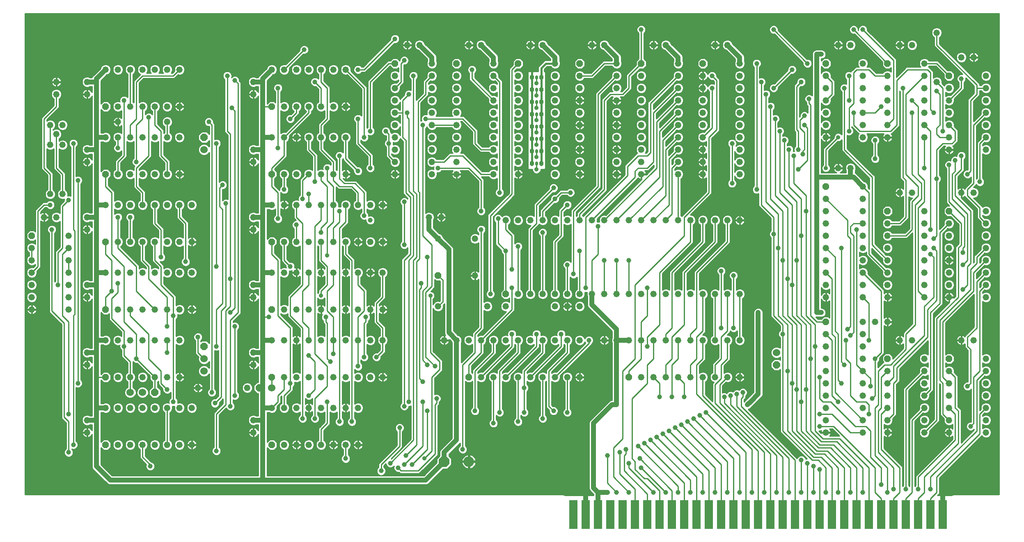
<source format=gbl>
G75*
G70*
%OFA0B0*%
%FSLAX24Y24*%
%IPPOS*%
%LPD*%
%AMOC8*
5,1,8,0,0,1.08239X$1,22.5*
%
%ADD10OC8,0.0520*%
%ADD11C,0.0520*%
%ADD12R,0.0650X0.2350*%
%ADD13OC8,0.0600*%
%ADD14C,0.0600*%
%ADD15OC8,0.0860*%
%ADD16C,0.0860*%
%ADD17C,0.2500*%
%ADD18C,0.0400*%
%ADD19C,0.0396*%
%ADD20C,0.0100*%
%ADD21C,0.0160*%
%ADD22C,0.0320*%
%ADD23C,0.0357*%
%ADD24C,0.0240*%
D10*
X007180Y007600D03*
X007180Y013100D03*
X007180Y018600D03*
X007180Y024100D03*
X001180Y024600D03*
X007180Y029600D03*
X007180Y035100D03*
X020680Y035100D03*
X020680Y029600D03*
X020680Y024100D03*
X020680Y018600D03*
X020680Y013100D03*
X020680Y007600D03*
X036680Y013100D03*
X039680Y019850D03*
X034180Y021350D03*
X049680Y013100D03*
X065680Y017600D03*
X070680Y014600D03*
X075680Y014600D03*
X075680Y026600D03*
X070680Y026600D03*
X065680Y028600D03*
X075680Y037600D03*
X070680Y038600D03*
X065680Y038600D03*
X055680Y038600D03*
X050680Y038600D03*
X045680Y038600D03*
X040680Y038600D03*
X035680Y038600D03*
X030680Y038600D03*
D11*
X030680Y037600D03*
X030680Y036600D03*
X030680Y035600D03*
X030680Y034600D03*
X030680Y033600D03*
X030680Y032600D03*
X030680Y031600D03*
X030680Y030600D03*
X030680Y029600D03*
X033680Y029600D03*
X033680Y030600D03*
X033680Y031600D03*
X033680Y032600D03*
X033680Y033600D03*
X033680Y034600D03*
X033680Y035600D03*
X033680Y036600D03*
X033680Y037600D03*
X033680Y038600D03*
X032680Y040100D03*
X031680Y040100D03*
X035680Y037600D03*
X035680Y036600D03*
X035680Y035600D03*
X035680Y034600D03*
X035680Y033600D03*
X035680Y032600D03*
X035680Y031600D03*
X035680Y030600D03*
X035680Y029600D03*
X038680Y029600D03*
X038680Y030600D03*
X040680Y030600D03*
X040680Y029600D03*
X043680Y029600D03*
X043680Y030600D03*
X045680Y030600D03*
X045680Y029600D03*
X048680Y029600D03*
X048680Y030600D03*
X048680Y031600D03*
X048680Y032600D03*
X048680Y033600D03*
X048680Y034600D03*
X048680Y035600D03*
X048680Y036600D03*
X048680Y037600D03*
X048680Y038600D03*
X047680Y040100D03*
X046680Y040100D03*
X043680Y038600D03*
X043680Y037600D03*
X043680Y036600D03*
X043680Y035600D03*
X045680Y035600D03*
X045680Y036600D03*
X045680Y037600D03*
X042680Y040100D03*
X041680Y040100D03*
X038680Y038600D03*
X038680Y037600D03*
X038680Y036600D03*
X038680Y035600D03*
X040680Y035600D03*
X040680Y036600D03*
X040680Y037600D03*
X037680Y040100D03*
X036680Y040100D03*
X026680Y038100D03*
X025680Y038100D03*
X024680Y038100D03*
X023680Y038100D03*
X022680Y038100D03*
X021680Y038100D03*
X020680Y038100D03*
X019180Y037100D03*
X019180Y036100D03*
X021680Y035100D03*
X022680Y035100D03*
X023680Y035100D03*
X024680Y035100D03*
X025680Y035100D03*
X026680Y035100D03*
X026680Y032600D03*
X025680Y032600D03*
X024680Y032600D03*
X023680Y032600D03*
X022680Y032600D03*
X021680Y032600D03*
X020680Y032600D03*
X019180Y031600D03*
X019180Y030600D03*
X021680Y029600D03*
X022680Y029600D03*
X023680Y029600D03*
X024680Y029600D03*
X025680Y029600D03*
X026680Y029600D03*
X026680Y027100D03*
X027680Y027100D03*
X028680Y027100D03*
X029680Y027100D03*
X033430Y026100D03*
X034430Y026100D03*
X034180Y024350D03*
X037180Y024350D03*
X039680Y025850D03*
X040680Y025850D03*
X041680Y025850D03*
X042680Y025850D03*
X043680Y025850D03*
X044680Y025850D03*
X045680Y025850D03*
X046680Y025850D03*
X047680Y025850D03*
X048680Y025850D03*
X049680Y025850D03*
X050680Y025850D03*
X051680Y025850D03*
X052680Y025850D03*
X053680Y025850D03*
X054680Y025850D03*
X055680Y025850D03*
X056680Y025850D03*
X057680Y025850D03*
X058680Y025850D03*
X065680Y025600D03*
X065680Y026600D03*
X065680Y027600D03*
X068680Y027600D03*
X068680Y026600D03*
X068680Y025600D03*
X070680Y025600D03*
X070680Y024600D03*
X070680Y023600D03*
X070680Y022600D03*
X068680Y022600D03*
X068680Y023600D03*
X068680Y024600D03*
X065680Y024600D03*
X065680Y023600D03*
X065680Y022600D03*
X065680Y021600D03*
X065680Y020600D03*
X065680Y019600D03*
X068680Y019600D03*
X068680Y020600D03*
X068680Y021600D03*
X070680Y021600D03*
X070680Y020600D03*
X070680Y019600D03*
X073680Y019600D03*
X073680Y020600D03*
X073680Y021600D03*
X073680Y022600D03*
X073680Y023600D03*
X073680Y024600D03*
X073680Y025600D03*
X073680Y026600D03*
X072680Y028100D03*
X071680Y028100D03*
X068680Y028600D03*
X067680Y030100D03*
X066680Y030100D03*
X065680Y032600D03*
X065680Y033600D03*
X065680Y034600D03*
X065680Y035600D03*
X065680Y036600D03*
X065680Y037600D03*
X068680Y037600D03*
X068680Y036600D03*
X068680Y035600D03*
X070680Y035600D03*
X070680Y036600D03*
X070680Y037600D03*
X068680Y038600D03*
X067680Y040100D03*
X066680Y040100D03*
X071680Y040100D03*
X072680Y040100D03*
X074680Y041100D03*
X076680Y039100D03*
X077680Y039100D03*
X078680Y037600D03*
X078680Y036600D03*
X078680Y035600D03*
X078680Y034600D03*
X078680Y033600D03*
X078680Y032600D03*
X078680Y031600D03*
X075680Y031600D03*
X075680Y032600D03*
X075680Y033600D03*
X075680Y034600D03*
X075680Y035600D03*
X075680Y036600D03*
X074680Y037100D03*
X073680Y036600D03*
X073680Y035600D03*
X073680Y034600D03*
X073680Y033600D03*
X073680Y032600D03*
X070680Y032600D03*
X070680Y033600D03*
X070680Y034600D03*
X068680Y034600D03*
X068680Y033600D03*
X068680Y032600D03*
X073680Y037600D03*
X073680Y038600D03*
X058680Y038600D03*
X058680Y037600D03*
X058680Y036600D03*
X058680Y035600D03*
X058680Y034600D03*
X058680Y033600D03*
X058680Y032600D03*
X058680Y031600D03*
X058680Y030600D03*
X058680Y029600D03*
X055680Y029600D03*
X055680Y030600D03*
X055680Y031600D03*
X055680Y032600D03*
X055680Y033600D03*
X055680Y034600D03*
X055680Y035600D03*
X055680Y036600D03*
X055680Y037600D03*
X053680Y037600D03*
X053680Y036600D03*
X053680Y035600D03*
X053680Y034600D03*
X053680Y033600D03*
X053680Y032600D03*
X053680Y031600D03*
X053680Y030600D03*
X053680Y029600D03*
X050680Y029600D03*
X050680Y030600D03*
X050680Y031600D03*
X050680Y032600D03*
X050680Y033600D03*
X050680Y034600D03*
X050680Y035600D03*
X050680Y036600D03*
X050680Y037600D03*
X053680Y038600D03*
X052680Y040100D03*
X051680Y040100D03*
X056680Y040100D03*
X057680Y040100D03*
X045680Y034600D03*
X045680Y033600D03*
X045680Y032600D03*
X045680Y031600D03*
X043680Y031600D03*
X043680Y032600D03*
X043680Y033600D03*
X043680Y034600D03*
X040680Y034600D03*
X040680Y033600D03*
X040680Y032600D03*
X040680Y031600D03*
X038680Y031600D03*
X038680Y032600D03*
X038680Y033600D03*
X038680Y034600D03*
X025680Y027100D03*
X024680Y027100D03*
X023680Y027100D03*
X022680Y027100D03*
X021680Y027100D03*
X020680Y027100D03*
X019180Y026100D03*
X019180Y025100D03*
X021680Y024100D03*
X022680Y024100D03*
X023680Y024100D03*
X024680Y024100D03*
X025680Y024100D03*
X026680Y024100D03*
X027680Y024100D03*
X028680Y024100D03*
X029680Y024100D03*
X029680Y021600D03*
X028680Y021600D03*
X027680Y021600D03*
X026680Y021600D03*
X025680Y021600D03*
X024680Y021600D03*
X023680Y021600D03*
X022680Y021600D03*
X021680Y021600D03*
X020680Y021600D03*
X019180Y020600D03*
X019180Y019600D03*
X021680Y018600D03*
X022680Y018600D03*
X023680Y018600D03*
X024680Y018600D03*
X025680Y018600D03*
X026680Y018600D03*
X027680Y018600D03*
X028680Y018600D03*
X029680Y018600D03*
X029680Y016100D03*
X028680Y016100D03*
X027680Y016100D03*
X026680Y016100D03*
X025680Y016100D03*
X024680Y016100D03*
X023680Y016100D03*
X022680Y016100D03*
X021680Y016100D03*
X020680Y016100D03*
X019180Y015100D03*
X019180Y014100D03*
X021680Y013100D03*
X022680Y013100D03*
X023680Y013100D03*
X024680Y013100D03*
X025680Y013100D03*
X026680Y013100D03*
X027680Y013100D03*
X028680Y013100D03*
X029680Y013100D03*
X027680Y010600D03*
X026680Y010600D03*
X025680Y010600D03*
X024680Y010600D03*
X023680Y010600D03*
X022680Y010600D03*
X021680Y010600D03*
X020680Y010600D03*
X019180Y009600D03*
X019180Y008600D03*
X021680Y007600D03*
X022680Y007600D03*
X023680Y007600D03*
X024680Y007600D03*
X025680Y007600D03*
X026680Y007600D03*
X027680Y007600D03*
X018680Y012225D03*
X014680Y012225D03*
X013180Y013100D03*
X012180Y013100D03*
X011180Y013100D03*
X010180Y013100D03*
X009180Y013100D03*
X008180Y013100D03*
X005680Y014100D03*
X005680Y015100D03*
X007180Y016100D03*
X008180Y016100D03*
X009180Y016100D03*
X010180Y016100D03*
X011180Y016100D03*
X012180Y016100D03*
X013180Y016100D03*
X013180Y018600D03*
X012180Y018600D03*
X011180Y018600D03*
X010180Y018600D03*
X009180Y018600D03*
X008180Y018600D03*
X005680Y019600D03*
X005680Y020600D03*
X004180Y020600D03*
X004180Y019600D03*
X004180Y018600D03*
X001180Y018600D03*
X001180Y019600D03*
X001180Y020600D03*
X001180Y021600D03*
X001180Y022600D03*
X001180Y023600D03*
X004180Y023600D03*
X004180Y022600D03*
X004180Y021600D03*
X007180Y021600D03*
X008180Y021600D03*
X009180Y021600D03*
X010180Y021600D03*
X011180Y021600D03*
X012180Y021600D03*
X013180Y021600D03*
X014180Y021600D03*
X014180Y024100D03*
X013180Y024100D03*
X012180Y024100D03*
X011180Y024100D03*
X010180Y024100D03*
X009180Y024100D03*
X008180Y024100D03*
X005680Y025100D03*
X004180Y024600D03*
X003180Y026100D03*
X002180Y026100D03*
X002680Y027975D03*
X003680Y027975D03*
X005680Y026100D03*
X007180Y027100D03*
X008180Y027100D03*
X009180Y027100D03*
X010180Y027100D03*
X011180Y027100D03*
X012180Y027100D03*
X013180Y027100D03*
X014180Y027100D03*
X013180Y029600D03*
X012180Y029600D03*
X011180Y029600D03*
X010180Y029600D03*
X009180Y029600D03*
X008180Y029600D03*
X005680Y030600D03*
X005680Y031600D03*
X007180Y032600D03*
X008180Y032600D03*
X009180Y032600D03*
X010180Y032600D03*
X011180Y032600D03*
X012180Y032600D03*
X013180Y032600D03*
X012180Y033850D03*
X012180Y035100D03*
X013180Y035100D03*
X011180Y035100D03*
X010180Y035100D03*
X009180Y035100D03*
X008180Y035100D03*
X008180Y033850D03*
X005680Y036100D03*
X005680Y037100D03*
X007180Y038100D03*
X008180Y038100D03*
X009180Y038100D03*
X010180Y038100D03*
X011180Y038100D03*
X012180Y038100D03*
X013180Y038100D03*
X003680Y033600D03*
X002680Y033600D03*
X003180Y032850D03*
X002680Y031975D03*
X003680Y031975D03*
X003180Y036100D03*
X003180Y037100D03*
X034180Y018850D03*
X038180Y018850D03*
X039680Y018850D03*
X040680Y019850D03*
X041680Y019850D03*
X042680Y019850D03*
X043680Y019850D03*
X044680Y019850D03*
X045680Y019850D03*
X045680Y018850D03*
X044680Y018850D03*
X043680Y018850D03*
X046680Y019850D03*
X047680Y019850D03*
X048680Y019850D03*
X049680Y019850D03*
X050680Y019850D03*
X051680Y019850D03*
X052680Y019850D03*
X053680Y019850D03*
X054680Y019850D03*
X055680Y019850D03*
X056680Y019850D03*
X057680Y019850D03*
X058680Y019850D03*
X058680Y016100D03*
X057680Y016100D03*
X056680Y016100D03*
X055680Y016100D03*
X054680Y016100D03*
X053680Y016100D03*
X052680Y016100D03*
X051680Y016100D03*
X050680Y016100D03*
X049680Y016100D03*
X048680Y016100D03*
X047680Y016100D03*
X045680Y016100D03*
X044680Y016100D03*
X043680Y016100D03*
X042680Y016100D03*
X041680Y016100D03*
X040680Y016100D03*
X039680Y016100D03*
X038680Y016100D03*
X037680Y016100D03*
X036680Y016100D03*
X035680Y016100D03*
X034680Y016100D03*
X037680Y013100D03*
X038680Y013100D03*
X039680Y013100D03*
X040680Y013100D03*
X041680Y013100D03*
X042680Y013100D03*
X043680Y013100D03*
X044680Y013100D03*
X045680Y013100D03*
X050680Y013100D03*
X051680Y013100D03*
X052680Y013100D03*
X053680Y013100D03*
X054680Y013100D03*
X055680Y013100D03*
X056680Y013100D03*
X057680Y013100D03*
X058680Y013100D03*
X065680Y012600D03*
X065680Y013600D03*
X065680Y014600D03*
X065680Y015600D03*
X065680Y016600D03*
X068680Y016600D03*
X068680Y015600D03*
X068680Y014600D03*
X068680Y013600D03*
X068680Y012600D03*
X070680Y012600D03*
X070680Y013600D03*
X073680Y013600D03*
X073680Y012600D03*
X073680Y011600D03*
X073680Y010600D03*
X073680Y009600D03*
X073680Y008600D03*
X075680Y008600D03*
X075680Y009600D03*
X075680Y010600D03*
X075680Y011600D03*
X075680Y012600D03*
X075680Y013600D03*
X073680Y014600D03*
X072680Y016100D03*
X071680Y016100D03*
X070680Y017600D03*
X069680Y017600D03*
X068680Y017600D03*
X075680Y019600D03*
X075680Y020600D03*
X075680Y021600D03*
X075680Y022600D03*
X075680Y023600D03*
X075680Y024600D03*
X075680Y025600D03*
X078680Y025600D03*
X078680Y026600D03*
X077680Y028100D03*
X076680Y028100D03*
X078680Y024600D03*
X078680Y023600D03*
X078680Y022600D03*
X078680Y021600D03*
X078680Y020600D03*
X078680Y019600D03*
X077680Y016100D03*
X076680Y016100D03*
X078680Y014600D03*
X078680Y013600D03*
X078680Y012600D03*
X078680Y011600D03*
X078680Y010600D03*
X078680Y009600D03*
X078680Y008600D03*
X070680Y008600D03*
X068680Y008600D03*
X068680Y009600D03*
X068680Y010600D03*
X068680Y011600D03*
X070680Y011600D03*
X070680Y010600D03*
X070680Y009600D03*
X065680Y009600D03*
X065680Y010600D03*
X065680Y011600D03*
X065680Y008600D03*
X037180Y021350D03*
X014180Y018600D03*
X014180Y010600D03*
X013180Y010600D03*
X012180Y010600D03*
X011180Y010600D03*
X010180Y010600D03*
X009180Y010600D03*
X008180Y010600D03*
X007180Y010600D03*
X005680Y009600D03*
X005680Y008600D03*
X008180Y007600D03*
X009180Y007600D03*
X010180Y007600D03*
X011180Y007600D03*
X012180Y007600D03*
X013180Y007600D03*
X014180Y007600D03*
D12*
X045180Y001915D03*
X046180Y001915D03*
X047180Y001915D03*
X048180Y001915D03*
X049180Y001915D03*
X050180Y001915D03*
X051180Y001915D03*
X052180Y001915D03*
X053180Y001915D03*
X054180Y001915D03*
X055180Y001915D03*
X056180Y001915D03*
X057180Y001915D03*
X058180Y001915D03*
X059180Y001915D03*
X060180Y001915D03*
X061180Y001915D03*
X062180Y001915D03*
X063180Y001915D03*
X064180Y001915D03*
X065180Y001915D03*
X066180Y001915D03*
X067180Y001915D03*
X068180Y001915D03*
X069180Y001915D03*
X070180Y001915D03*
X071180Y001915D03*
X072180Y001915D03*
X073180Y001915D03*
X074180Y001915D03*
X075180Y001915D03*
D13*
X061680Y014100D03*
X019680Y012225D03*
X015180Y015600D03*
X011180Y011850D03*
X015180Y032600D03*
D14*
X015180Y031600D03*
X015180Y014600D03*
X015180Y013600D03*
X010180Y011850D03*
X009180Y011850D03*
X020680Y012225D03*
X061680Y015100D03*
D15*
X034680Y006225D03*
D16*
X036680Y006225D03*
D17*
X002180Y005100D03*
X002180Y041100D03*
X078180Y041100D03*
X078180Y005100D03*
D18*
X075180Y004100D02*
X075180Y001915D01*
X060180Y011725D02*
X059555Y011100D01*
X059305Y010850D01*
X060180Y011725D02*
X060180Y017975D01*
X060180Y018350D01*
X064930Y018350D02*
X065305Y018350D01*
X064930Y018350D02*
X064930Y029350D01*
X064930Y039350D01*
X065305Y039350D01*
X058680Y039100D02*
X058680Y038600D01*
X058680Y039100D02*
X057680Y040100D01*
X053680Y039100D02*
X053680Y038600D01*
X053680Y039100D02*
X052680Y040100D01*
X048680Y039100D02*
X048680Y038600D01*
X048680Y039100D02*
X047680Y040100D01*
X043680Y039100D02*
X043680Y038600D01*
X043680Y039100D02*
X042680Y040100D01*
X038680Y039100D02*
X038680Y038600D01*
X038680Y039100D02*
X037680Y040100D01*
X033680Y039100D02*
X033680Y038600D01*
X033680Y039100D02*
X032680Y040100D01*
X020680Y038100D02*
X019930Y037350D01*
X019930Y037100D01*
X019180Y037100D01*
X019930Y037100D02*
X019930Y035100D01*
X019930Y032600D01*
X020680Y032600D01*
X019930Y032600D02*
X019930Y031600D01*
X019180Y031600D01*
X019930Y031600D02*
X019930Y027100D01*
X020680Y027100D01*
X019930Y027100D02*
X019930Y026100D01*
X019180Y026100D01*
X019930Y026100D02*
X019930Y021600D01*
X020680Y021600D01*
X019930Y021600D02*
X019930Y020600D01*
X019180Y020600D01*
X019930Y020600D02*
X019930Y017975D01*
X019930Y016100D01*
X020680Y016100D01*
X019930Y016100D02*
X019930Y015100D01*
X019180Y015100D01*
X019930Y015100D02*
X019930Y012100D01*
X019805Y012225D01*
X019680Y012225D01*
X019930Y012100D02*
X019930Y010600D01*
X020680Y010600D01*
X019930Y010600D02*
X019930Y009600D01*
X019930Y004725D01*
X033180Y004725D01*
X034680Y006225D01*
X034680Y006975D01*
X035680Y007975D01*
X035680Y010475D01*
X035680Y010850D01*
X035680Y010475D02*
X035680Y016100D01*
X035055Y016725D01*
X035055Y023475D01*
X034180Y024350D01*
X033430Y025100D01*
X033430Y026100D01*
X046680Y019850D02*
X046680Y018975D01*
X048680Y016975D01*
X048680Y016100D01*
X049680Y016100D01*
X048680Y016100D02*
X048680Y010850D01*
X048305Y010850D01*
X046805Y009350D01*
X046805Y004100D01*
X047180Y003725D01*
X047555Y003725D01*
X047930Y003725D01*
X047180Y003725D02*
X047180Y001915D01*
X046180Y001915D02*
X046180Y003725D01*
X045680Y003725D01*
X019930Y004725D02*
X007555Y004725D01*
X006430Y005850D01*
X006430Y009600D01*
X005680Y009600D01*
X006430Y009600D02*
X006430Y010600D01*
X007180Y010600D01*
X006430Y010600D02*
X006430Y013100D01*
X006430Y015100D01*
X005680Y015100D01*
X006430Y015100D02*
X006430Y016100D01*
X007180Y016100D01*
X006430Y016100D02*
X006430Y020600D01*
X005680Y020600D01*
X006430Y020600D02*
X006430Y021600D01*
X006430Y026100D01*
X005680Y026100D01*
X006430Y026100D02*
X006430Y027100D01*
X007180Y027100D01*
X006430Y027100D02*
X006430Y031600D01*
X005680Y031600D01*
X006430Y031600D02*
X006430Y032600D01*
X006430Y037100D01*
X005680Y037100D01*
X006430Y037100D02*
X006430Y037350D01*
X007180Y038100D01*
X007180Y032600D02*
X006430Y032600D01*
X006430Y021600D02*
X007180Y021600D01*
X019180Y009600D02*
X019930Y009600D01*
X064930Y029350D02*
X067680Y029350D01*
X067680Y030100D01*
X067680Y029350D02*
X067930Y029350D01*
X068680Y028600D01*
D19*
X069680Y030850D03*
X069680Y032350D03*
X067555Y033100D03*
X067930Y034600D03*
X067555Y035600D03*
X067180Y036600D03*
X067555Y037600D03*
X065305Y039350D03*
X064930Y039350D03*
X064180Y038600D03*
X062930Y038100D03*
X063680Y037100D03*
X064305Y035725D03*
X063930Y034350D03*
X063930Y033600D03*
X061930Y033100D03*
X062305Y032350D03*
X062680Y031600D03*
X063430Y031600D03*
X063805Y031225D03*
X063055Y031100D03*
X063430Y029975D03*
X060055Y028350D03*
X058055Y028850D03*
X057430Y029350D03*
X057055Y029350D03*
X058055Y032100D03*
X061555Y034100D03*
X061180Y035100D03*
X060805Y036100D03*
X061430Y036600D03*
X060430Y037100D03*
X060055Y038600D03*
X059305Y039975D03*
X059305Y040350D03*
X061430Y041350D03*
X060180Y042350D03*
X055180Y042350D03*
X050680Y041350D03*
X050180Y042350D03*
X045180Y042350D03*
X040180Y042350D03*
X034180Y042350D03*
X030680Y040600D03*
X028180Y040850D03*
X031430Y038850D03*
X031555Y038100D03*
X032180Y037600D03*
X031805Y036100D03*
X031680Y034600D03*
X033180Y034100D03*
X032930Y033600D03*
X029930Y033100D03*
X030180Y032100D03*
X028680Y033100D03*
X028180Y032600D03*
X027680Y034100D03*
X026180Y031100D03*
X025180Y030100D03*
X024180Y028975D03*
X023680Y027975D03*
X023180Y027600D03*
X021680Y028350D03*
X019180Y029350D03*
X016680Y028725D03*
X016930Y027225D03*
X021180Y025975D03*
X021180Y025350D03*
X022680Y025475D03*
X024680Y024850D03*
X026180Y026600D03*
X028180Y026225D03*
X028680Y025850D03*
X031430Y027350D03*
X027680Y029850D03*
X028680Y030100D03*
X034180Y030100D03*
X036805Y031475D03*
X039680Y029600D03*
X039180Y028100D03*
X037680Y026600D03*
X039055Y025975D03*
X037680Y025100D03*
X039680Y023350D03*
X040680Y023725D03*
X042680Y024850D03*
X043680Y026600D03*
X044680Y027100D03*
X043680Y027600D03*
X044930Y028100D03*
X043555Y028475D03*
X041180Y026600D03*
X047180Y025350D03*
X045680Y023350D03*
X044680Y022225D03*
X045180Y021475D03*
X044180Y021100D03*
X046180Y020350D03*
X047680Y022600D03*
X048680Y022600D03*
X049680Y022600D03*
X051180Y020350D03*
X056555Y020600D03*
X058180Y021350D03*
X057180Y021725D03*
X059555Y019975D03*
X059555Y019600D03*
X060180Y018350D03*
X060180Y017975D03*
X058180Y017100D03*
X057180Y017100D03*
X056430Y015100D03*
X058430Y011725D03*
X057930Y011600D03*
X057430Y011475D03*
X058930Y011850D03*
X059555Y011100D03*
X059305Y010850D03*
X061180Y010600D03*
X063680Y011100D03*
X063305Y012100D03*
X064055Y012100D03*
X062930Y012600D03*
X062555Y013600D03*
X064430Y014600D03*
X064805Y015600D03*
X067305Y016100D03*
X067680Y016475D03*
X067430Y016975D03*
X069180Y016100D03*
X069680Y014600D03*
X067180Y014100D03*
X065180Y013100D03*
X066930Y012600D03*
X069305Y012350D03*
X069430Y011350D03*
X069180Y010100D03*
X066680Y011100D03*
X065180Y010100D03*
X065180Y009100D03*
X063680Y006350D03*
X064180Y006100D03*
X064680Y005850D03*
X065180Y005600D03*
X064680Y003725D03*
X063680Y003725D03*
X062680Y003725D03*
X061680Y003725D03*
X060680Y003725D03*
X059680Y003725D03*
X058680Y003725D03*
X057680Y003725D03*
X056680Y003725D03*
X055680Y003725D03*
X054680Y003725D03*
X053680Y003725D03*
X052680Y003725D03*
X051680Y003725D03*
X049680Y003725D03*
X048680Y003725D03*
X047930Y003725D03*
X047555Y003725D03*
X047180Y003725D03*
X046180Y003725D03*
X045930Y004100D03*
X045680Y003725D03*
X041180Y004100D03*
X036180Y004100D03*
X032055Y005975D03*
X031430Y005975D03*
X030930Y005725D03*
X030305Y005350D03*
X029555Y005475D03*
X030305Y006100D03*
X031555Y006725D03*
X029430Y008225D03*
X031055Y008975D03*
X033305Y010350D03*
X032930Y011100D03*
X031805Y011100D03*
X031430Y010725D03*
X034055Y011350D03*
X034680Y011100D03*
X035680Y010850D03*
X035680Y010475D03*
X037180Y010350D03*
X038680Y009350D03*
X039180Y010225D03*
X040680Y009475D03*
X041180Y010225D03*
X042680Y009725D03*
X043555Y010350D03*
X044680Y010225D03*
X046680Y011600D03*
X048305Y010850D03*
X048680Y010850D03*
X052180Y011475D03*
X053180Y011475D03*
X054180Y011475D03*
X055430Y009975D03*
X054930Y009725D03*
X054430Y009475D03*
X053930Y009225D03*
X053430Y008975D03*
X052930Y008725D03*
X052430Y008475D03*
X051930Y008225D03*
X051430Y007975D03*
X050930Y007725D03*
X050430Y007475D03*
X049430Y007225D03*
X048930Y006975D03*
X047930Y006725D03*
X046180Y006475D03*
X049680Y006100D03*
X050555Y006475D03*
X050680Y005725D03*
X055930Y010225D03*
X051180Y015600D03*
X046430Y016100D03*
X044180Y016600D03*
X042180Y016600D03*
X040180Y016600D03*
X036180Y017600D03*
X038430Y019850D03*
X040180Y020350D03*
X040180Y021850D03*
X034180Y020600D03*
X032805Y020725D03*
X033305Y022850D03*
X031430Y023850D03*
X022180Y022100D03*
X019180Y021475D03*
X017305Y021100D03*
X016180Y022100D03*
X013680Y022475D03*
X011680Y022850D03*
X008180Y020725D03*
X007680Y020100D03*
X003305Y020600D03*
X002805Y025100D03*
X002680Y027100D03*
X001680Y027475D03*
X004180Y027475D03*
X004930Y029100D03*
X008180Y031725D03*
X009680Y030600D03*
X004555Y032100D03*
X001680Y033100D03*
X008680Y035600D03*
X010680Y034225D03*
X015555Y033850D03*
X017430Y034975D03*
X021180Y036600D03*
X024180Y037100D03*
X027680Y038100D03*
X023305Y039725D03*
X022180Y039850D03*
X017680Y037225D03*
X017055Y037600D03*
X015180Y039850D03*
X010180Y039850D03*
X006180Y038850D03*
X016180Y032100D03*
X021180Y031725D03*
X022180Y034100D03*
X036805Y035350D03*
X038055Y034100D03*
X036930Y038100D03*
X056430Y037600D03*
X056430Y036600D03*
X065180Y042350D03*
X067930Y041350D03*
X068680Y041350D03*
X070180Y042350D03*
X076680Y037350D03*
X074680Y036350D03*
X072680Y035600D03*
X071930Y036600D03*
X070180Y035100D03*
X072680Y034600D03*
X074430Y034600D03*
X075180Y033100D03*
X076680Y031100D03*
X076180Y030725D03*
X075680Y030350D03*
X077180Y029600D03*
X078180Y028975D03*
X079430Y029100D03*
X074680Y029225D03*
X073680Y030100D03*
X071680Y026600D03*
X074180Y025100D03*
X074430Y024350D03*
X074430Y023600D03*
X074180Y023100D03*
X076805Y023225D03*
X076805Y022225D03*
X079430Y024100D03*
X076805Y020225D03*
X079430Y019100D03*
X072930Y014600D03*
X077180Y012350D03*
X079430Y014100D03*
X079430Y009100D03*
X077430Y009100D03*
X076930Y008600D03*
X075555Y005100D03*
X075180Y004725D03*
X074180Y003975D03*
X073180Y003975D03*
X072180Y003975D03*
X071180Y003975D03*
X070680Y003725D03*
X070180Y004350D03*
X068680Y003725D03*
X067680Y003725D03*
X066680Y003725D03*
X065680Y003725D03*
X062180Y016600D03*
X064930Y018350D03*
X065305Y018350D03*
X062930Y020600D03*
X062555Y021100D03*
X062180Y022600D03*
X063305Y022600D03*
X061805Y023600D03*
X061430Y024725D03*
X063680Y024600D03*
X066930Y023600D03*
X068180Y025100D03*
X071680Y024100D03*
X064055Y026600D03*
X079430Y034100D03*
X041180Y012225D03*
X033930Y013975D03*
X033305Y014100D03*
X032930Y012725D03*
X029180Y014725D03*
X028180Y014725D03*
X027680Y013975D03*
X025680Y014975D03*
X025430Y014350D03*
X023680Y014850D03*
X022180Y012600D03*
X023680Y011600D03*
X025180Y011100D03*
X024180Y009725D03*
X023180Y009725D03*
X026180Y009475D03*
X027180Y009475D03*
X026680Y006475D03*
X026180Y004100D03*
X021180Y004100D03*
X016180Y004100D03*
X016180Y007100D03*
X010805Y005850D03*
X010680Y004100D03*
X004555Y006350D03*
X004180Y006975D03*
X004555Y007600D03*
X004180Y010100D03*
X003180Y011100D03*
X004930Y012600D03*
X009680Y014600D03*
X008680Y015600D03*
X012180Y015100D03*
X014680Y016350D03*
X016180Y015600D03*
X017680Y017225D03*
X017305Y018350D03*
X020430Y017975D03*
X025055Y017975D03*
X028305Y017975D03*
X030680Y016725D03*
X030430Y015725D03*
X018055Y012475D03*
X017680Y011600D03*
X017305Y010725D03*
X016055Y010975D03*
X015805Y011850D03*
X012680Y011100D03*
X012180Y012100D03*
X012180Y017225D03*
X012680Y018100D03*
X003180Y015600D03*
X008180Y026100D03*
X009180Y026100D03*
X034555Y008100D03*
X036180Y007225D03*
X036555Y007975D03*
X031180Y004100D03*
D20*
X000630Y003550D02*
X000630Y042650D01*
X079730Y042650D01*
X079730Y003550D01*
X076020Y003550D01*
X075855Y003481D01*
X075849Y003475D01*
X074741Y003475D01*
X074771Y003505D01*
X074900Y003634D01*
X074900Y004884D01*
X078271Y008255D01*
X078344Y008328D01*
X078436Y008235D01*
X078594Y008170D01*
X078766Y008170D01*
X078924Y008235D01*
X079045Y008356D01*
X079110Y008514D01*
X079110Y008686D01*
X079045Y008844D01*
X078924Y008965D01*
X078766Y009030D01*
X078594Y009030D01*
X078436Y008965D01*
X078400Y008928D01*
X078400Y009272D01*
X078436Y009235D01*
X078594Y009170D01*
X078766Y009170D01*
X078924Y009235D01*
X079045Y009356D01*
X079110Y009514D01*
X079110Y009686D01*
X079045Y009844D01*
X078924Y009965D01*
X078766Y010030D01*
X078594Y010030D01*
X078436Y009965D01*
X078400Y009928D01*
X078400Y010009D01*
X078571Y010180D01*
X078594Y010170D01*
X078766Y010170D01*
X078924Y010235D01*
X079045Y010356D01*
X079110Y010514D01*
X079110Y010686D01*
X079045Y010844D01*
X078924Y010965D01*
X078766Y011030D01*
X078594Y011030D01*
X078436Y010965D01*
X078315Y010844D01*
X078250Y010686D01*
X078250Y010514D01*
X078260Y010491D01*
X078150Y010381D01*
X078150Y012759D01*
X078571Y013180D01*
X078594Y013170D01*
X078766Y013170D01*
X078924Y013235D01*
X079045Y013356D01*
X079110Y013514D01*
X079110Y013686D01*
X079045Y013844D01*
X078924Y013965D01*
X078766Y014030D01*
X078594Y014030D01*
X078436Y013965D01*
X078400Y013928D01*
X078400Y014272D01*
X078436Y014235D01*
X078594Y014170D01*
X078766Y014170D01*
X078924Y014235D01*
X079045Y014356D01*
X079110Y014514D01*
X079110Y014686D01*
X079045Y014844D01*
X078924Y014965D01*
X078766Y015030D01*
X078594Y015030D01*
X078436Y014965D01*
X078400Y014928D01*
X078400Y019272D01*
X078436Y019235D01*
X078594Y019170D01*
X078766Y019170D01*
X078924Y019235D01*
X079045Y019356D01*
X079110Y019514D01*
X079110Y019686D01*
X079045Y019844D01*
X078924Y019965D01*
X078766Y020030D01*
X078594Y020030D01*
X078436Y019965D01*
X078400Y019928D01*
X078400Y020009D01*
X078571Y020180D01*
X078594Y020170D01*
X078766Y020170D01*
X078924Y020235D01*
X079045Y020356D01*
X079110Y020514D01*
X079110Y020686D01*
X079045Y020844D01*
X078924Y020965D01*
X078766Y021030D01*
X078594Y021030D01*
X078436Y020965D01*
X078315Y020844D01*
X078250Y020686D01*
X078250Y020514D01*
X078260Y020491D01*
X078150Y020381D01*
X078150Y020759D01*
X078571Y021180D01*
X078594Y021170D01*
X078766Y021170D01*
X078924Y021235D01*
X079045Y021356D01*
X079110Y021514D01*
X079110Y021686D01*
X079045Y021844D01*
X078924Y021965D01*
X078766Y022030D01*
X078594Y022030D01*
X078436Y021965D01*
X078315Y021844D01*
X078250Y021686D01*
X078250Y021514D01*
X078260Y021491D01*
X077900Y021131D01*
X077900Y021509D01*
X078571Y022180D01*
X078594Y022170D01*
X078766Y022170D01*
X078924Y022235D01*
X079045Y022356D01*
X079110Y022514D01*
X079110Y022686D01*
X079045Y022844D01*
X078924Y022965D01*
X078766Y023030D01*
X078594Y023030D01*
X078436Y022965D01*
X078315Y022844D01*
X078250Y022686D01*
X078250Y022514D01*
X078260Y022491D01*
X078150Y022381D01*
X078150Y022759D01*
X078571Y023180D01*
X078594Y023170D01*
X078766Y023170D01*
X078924Y023235D01*
X079045Y023356D01*
X079110Y023514D01*
X079110Y023686D01*
X079045Y023844D01*
X078924Y023965D01*
X078766Y024030D01*
X078594Y024030D01*
X078436Y023965D01*
X078315Y023844D01*
X078250Y023686D01*
X078250Y023514D01*
X078260Y023491D01*
X077839Y023070D01*
X077710Y022941D01*
X077710Y022441D01*
X077650Y022381D01*
X077650Y026691D01*
X076650Y027691D01*
X076650Y028070D01*
X076710Y028070D01*
X076710Y027690D01*
X076712Y027690D01*
X076776Y027700D01*
X076837Y027720D01*
X076895Y027749D01*
X076947Y027787D01*
X076960Y027800D01*
X076960Y027759D01*
X077089Y027630D01*
X077960Y026759D01*
X077960Y026009D01*
X078089Y025880D01*
X078260Y025709D01*
X078250Y025686D01*
X078250Y025514D01*
X078315Y025356D01*
X078436Y025235D01*
X078594Y025170D01*
X078766Y025170D01*
X078924Y025235D01*
X079045Y025356D01*
X079110Y025514D01*
X079110Y025686D01*
X079045Y025844D01*
X078924Y025965D01*
X078766Y026030D01*
X078594Y026030D01*
X078571Y026020D01*
X078400Y026191D01*
X078400Y026272D01*
X078436Y026235D01*
X078594Y026170D01*
X078766Y026170D01*
X078924Y026235D01*
X079045Y026356D01*
X079110Y026514D01*
X079110Y026686D01*
X079045Y026844D01*
X078924Y026965D01*
X078766Y027030D01*
X078594Y027030D01*
X078436Y026965D01*
X078400Y026928D01*
X078400Y026941D01*
X077671Y027670D01*
X077766Y027670D01*
X077924Y027735D01*
X078045Y027856D01*
X078110Y028014D01*
X078110Y028186D01*
X078045Y028344D01*
X077924Y028465D01*
X077766Y028530D01*
X077671Y028530D01*
X077888Y028747D01*
X077971Y028663D01*
X078107Y028607D01*
X078253Y028607D01*
X078389Y028663D01*
X078492Y028766D01*
X078548Y028902D01*
X078548Y029048D01*
X078492Y029184D01*
X078400Y029276D01*
X078400Y031272D01*
X078436Y031235D01*
X078594Y031170D01*
X078766Y031170D01*
X078924Y031235D01*
X079045Y031356D01*
X079110Y031514D01*
X079110Y031686D01*
X079045Y031844D01*
X078924Y031965D01*
X078766Y032030D01*
X078594Y032030D01*
X078436Y031965D01*
X078400Y031928D01*
X078400Y032009D01*
X078571Y032180D01*
X078594Y032170D01*
X078766Y032170D01*
X078924Y032235D01*
X079045Y032356D01*
X079110Y032514D01*
X079110Y032686D01*
X079045Y032844D01*
X078924Y032965D01*
X078766Y033030D01*
X078594Y033030D01*
X078436Y032965D01*
X078315Y032844D01*
X078250Y032686D01*
X078250Y032514D01*
X078260Y032491D01*
X078089Y032320D01*
X077960Y032191D01*
X077960Y029276D01*
X077900Y029216D01*
X077900Y033509D01*
X078571Y034180D01*
X078594Y034170D01*
X078766Y034170D01*
X078924Y034235D01*
X079045Y034356D01*
X079110Y034514D01*
X079110Y034686D01*
X079045Y034844D01*
X078924Y034965D01*
X078766Y035030D01*
X078594Y035030D01*
X078436Y034965D01*
X078315Y034844D01*
X078250Y034686D01*
X078250Y034514D01*
X078260Y034491D01*
X077650Y033881D01*
X077650Y035509D01*
X078021Y035880D01*
X078150Y036009D01*
X078150Y036380D01*
X078306Y036380D01*
X078315Y036356D01*
X078436Y036235D01*
X078594Y036170D01*
X078766Y036170D01*
X078924Y036235D01*
X079045Y036356D01*
X079110Y036514D01*
X079110Y036686D01*
X079045Y036844D01*
X078924Y036965D01*
X078766Y037030D01*
X078594Y037030D01*
X078436Y036965D01*
X078315Y036844D01*
X078306Y036820D01*
X078150Y036820D01*
X078150Y036941D01*
X074900Y040191D01*
X074900Y040726D01*
X074924Y040735D01*
X075045Y040856D01*
X075110Y041014D01*
X075110Y041186D01*
X075045Y041344D01*
X074924Y041465D01*
X074766Y041530D01*
X074594Y041530D01*
X074436Y041465D01*
X074315Y041344D01*
X074250Y041186D01*
X074250Y041014D01*
X074315Y040856D01*
X074436Y040735D01*
X074460Y040726D01*
X074460Y040009D01*
X074589Y039880D01*
X076751Y037718D01*
X076607Y037718D01*
X076471Y037662D01*
X076368Y037559D01*
X076312Y037423D01*
X076312Y037277D01*
X076368Y037141D01*
X076460Y037049D01*
X076460Y036691D01*
X075789Y036020D01*
X075766Y036030D01*
X075594Y036030D01*
X075436Y035965D01*
X075400Y035928D01*
X075400Y036272D01*
X075436Y036235D01*
X075594Y036170D01*
X075766Y036170D01*
X075924Y036235D01*
X076045Y036356D01*
X076110Y036514D01*
X076110Y036686D01*
X076045Y036844D01*
X075924Y036965D01*
X075766Y037030D01*
X075594Y037030D01*
X075436Y036965D01*
X075315Y036844D01*
X075296Y036796D01*
X075100Y036991D01*
X075110Y037014D01*
X075110Y037186D01*
X075045Y037344D01*
X074924Y037465D01*
X074766Y037530D01*
X074594Y037530D01*
X074436Y037465D01*
X074400Y037428D01*
X074400Y037941D01*
X074150Y038191D01*
X074021Y038320D01*
X074008Y038320D01*
X074045Y038356D01*
X074054Y038380D01*
X074589Y038380D01*
X075250Y037719D01*
X075250Y037422D01*
X075502Y037170D01*
X075858Y037170D01*
X076110Y037422D01*
X076110Y037778D01*
X075858Y038030D01*
X075561Y038030D01*
X074900Y038691D01*
X074771Y038820D01*
X074054Y038820D01*
X074045Y038844D01*
X073924Y038965D01*
X073766Y039030D01*
X073594Y039030D01*
X073436Y038965D01*
X073315Y038844D01*
X073250Y038686D01*
X073250Y038514D01*
X073315Y038356D01*
X073352Y038320D01*
X072214Y038320D01*
X072085Y038191D01*
X071400Y037506D01*
X071400Y038941D01*
X069048Y041293D01*
X069048Y041423D01*
X068992Y041559D01*
X068889Y041662D01*
X068753Y041718D01*
X068607Y041718D01*
X068471Y041662D01*
X068368Y041559D01*
X068312Y041423D01*
X068312Y041279D01*
X068298Y041293D01*
X068298Y041423D01*
X068242Y041559D01*
X068139Y041662D01*
X068003Y041718D01*
X067857Y041718D01*
X067721Y041662D01*
X067618Y041559D01*
X067562Y041423D01*
X067562Y041277D01*
X067618Y041141D01*
X067721Y041038D01*
X067857Y040982D01*
X067987Y040982D01*
X070250Y038719D01*
X070250Y038422D01*
X070502Y038170D01*
X070858Y038170D01*
X070960Y038272D01*
X070960Y037928D01*
X070924Y037965D01*
X070766Y038030D01*
X070594Y038030D01*
X070436Y037965D01*
X070315Y037844D01*
X070306Y037820D01*
X069771Y037820D01*
X069400Y038191D01*
X069271Y038320D01*
X069008Y038320D01*
X069045Y038356D01*
X069110Y038514D01*
X069110Y038686D01*
X069045Y038844D01*
X068924Y038965D01*
X068766Y039030D01*
X068594Y039030D01*
X068436Y038965D01*
X068315Y038844D01*
X068250Y038686D01*
X068250Y038514D01*
X068315Y038356D01*
X068352Y038320D01*
X068089Y038320D01*
X067839Y038070D01*
X067710Y037941D01*
X067710Y037934D01*
X067628Y037968D01*
X067482Y037968D01*
X067346Y037912D01*
X067243Y037809D01*
X067187Y037673D01*
X067187Y037527D01*
X067243Y037391D01*
X067335Y037299D01*
X067335Y036934D01*
X067253Y036968D01*
X067107Y036968D01*
X066971Y036912D01*
X066868Y036809D01*
X066812Y036673D01*
X066812Y036527D01*
X066868Y036391D01*
X066960Y036299D01*
X066960Y032813D01*
X066877Y032895D01*
X066749Y032948D01*
X066611Y032948D01*
X066483Y032895D01*
X066385Y032797D01*
X066332Y032669D01*
X066332Y032563D01*
X065589Y031820D01*
X065460Y031691D01*
X065460Y030373D01*
X065385Y030297D01*
X065332Y030169D01*
X065332Y030031D01*
X065385Y029903D01*
X065483Y029805D01*
X065611Y029752D01*
X065749Y029752D01*
X065877Y029805D01*
X065975Y029903D01*
X066028Y030031D01*
X066028Y030169D01*
X065975Y030297D01*
X065900Y030373D01*
X065900Y031509D01*
X066643Y032252D01*
X066749Y032252D01*
X066877Y032305D01*
X066960Y032387D01*
X066960Y031509D01*
X069210Y029259D01*
X069210Y028381D01*
X069100Y028491D01*
X069110Y028514D01*
X069110Y028686D01*
X069045Y028844D01*
X068924Y028965D01*
X068779Y029025D01*
X068140Y029664D01*
X068050Y029701D01*
X068050Y029870D01*
X068110Y030014D01*
X068110Y030186D01*
X068045Y030344D01*
X067924Y030465D01*
X067766Y030530D01*
X067594Y030530D01*
X067436Y030465D01*
X067315Y030344D01*
X067250Y030186D01*
X067250Y030014D01*
X067310Y029870D01*
X067310Y029720D01*
X066837Y029720D01*
X066837Y029720D01*
X066895Y029749D01*
X066947Y029787D01*
X066993Y029833D01*
X067031Y029885D01*
X067060Y029943D01*
X067080Y030004D01*
X067090Y030068D01*
X067090Y030070D01*
X066710Y030070D01*
X066710Y030130D01*
X066650Y030130D01*
X066650Y030510D01*
X066648Y030510D01*
X066584Y030500D01*
X066523Y030480D01*
X066465Y030451D01*
X066413Y030413D01*
X066367Y030367D01*
X066329Y030315D01*
X066300Y030257D01*
X066280Y030196D01*
X066270Y030132D01*
X066270Y030130D01*
X066650Y030130D01*
X066650Y030070D01*
X066270Y030070D01*
X066270Y030068D01*
X066280Y030004D01*
X066300Y029943D01*
X066329Y029885D01*
X066367Y029833D01*
X066413Y029787D01*
X066465Y029749D01*
X066523Y029720D01*
X065300Y029720D01*
X065300Y032443D01*
X065300Y032443D01*
X065329Y032385D01*
X065367Y032333D01*
X065413Y032287D01*
X065465Y032249D01*
X065523Y032220D01*
X065584Y032200D01*
X065648Y032190D01*
X065650Y032190D01*
X065650Y032570D01*
X065710Y032570D01*
X065710Y032630D01*
X065650Y032630D01*
X065650Y033010D01*
X065648Y033010D01*
X065584Y033000D01*
X065523Y032980D01*
X065465Y032951D01*
X065413Y032913D01*
X065367Y032867D01*
X065329Y032815D01*
X065300Y032757D01*
X065300Y033394D01*
X065315Y033356D01*
X065436Y033235D01*
X065594Y033170D01*
X065766Y033170D01*
X065924Y033235D01*
X066045Y033356D01*
X066110Y033514D01*
X066110Y033686D01*
X066045Y033844D01*
X065924Y033965D01*
X065766Y034030D01*
X065594Y034030D01*
X065436Y033965D01*
X065315Y033844D01*
X065300Y033806D01*
X065300Y034394D01*
X065315Y034356D01*
X065436Y034235D01*
X065594Y034170D01*
X065766Y034170D01*
X065924Y034235D01*
X066045Y034356D01*
X066110Y034514D01*
X066110Y034686D01*
X066045Y034844D01*
X065924Y034965D01*
X065766Y035030D01*
X065594Y035030D01*
X065436Y034965D01*
X065315Y034844D01*
X065300Y034806D01*
X065300Y035394D01*
X065315Y035356D01*
X065436Y035235D01*
X065594Y035170D01*
X065766Y035170D01*
X065924Y035235D01*
X066045Y035356D01*
X066110Y035514D01*
X066110Y035686D01*
X066100Y035709D01*
X066400Y036009D01*
X066400Y037191D01*
X066271Y037320D01*
X066100Y037491D01*
X066110Y037514D01*
X066110Y037686D01*
X066045Y037844D01*
X065924Y037965D01*
X065766Y038030D01*
X065594Y038030D01*
X065436Y037965D01*
X065315Y037844D01*
X065300Y037806D01*
X065300Y038372D01*
X065502Y038170D01*
X065858Y038170D01*
X066110Y038422D01*
X066110Y038778D01*
X065858Y039030D01*
X065502Y039030D01*
X065300Y038828D01*
X065300Y038980D01*
X065379Y038980D01*
X065515Y039036D01*
X065619Y039140D01*
X065675Y039276D01*
X065675Y039424D01*
X065619Y039560D01*
X065515Y039664D01*
X065379Y039720D01*
X064856Y039720D01*
X064720Y039664D01*
X064616Y039560D01*
X064560Y039424D01*
X064560Y035991D01*
X064514Y036037D01*
X064378Y036093D01*
X064232Y036093D01*
X064096Y036037D01*
X063993Y035934D01*
X063937Y035798D01*
X063937Y035652D01*
X063993Y035516D01*
X064085Y035424D01*
X064085Y035259D01*
X064210Y035134D01*
X064210Y034591D01*
X064139Y034662D01*
X064003Y034718D01*
X063857Y034718D01*
X063721Y034662D01*
X063618Y034559D01*
X063562Y034423D01*
X063525Y034423D01*
X063562Y034423D02*
X063562Y034293D01*
X063525Y034256D01*
X063525Y036634D01*
X063623Y036732D01*
X063753Y036732D01*
X063889Y036788D01*
X063992Y036891D01*
X064048Y037027D01*
X064048Y037173D01*
X063992Y037309D01*
X063889Y037412D01*
X063753Y037468D01*
X063607Y037468D01*
X063471Y037412D01*
X063368Y037309D01*
X063312Y037173D01*
X063312Y037043D01*
X063214Y036945D01*
X063085Y036816D01*
X063085Y033134D01*
X063210Y033009D01*
X063210Y031901D01*
X063118Y031809D01*
X063062Y031673D01*
X063062Y031527D01*
X063086Y031468D01*
X063024Y031468D01*
X063048Y031527D01*
X063048Y031673D01*
X062992Y031809D01*
X062889Y031912D01*
X062753Y031968D01*
X062607Y031968D01*
X062525Y031934D01*
X062525Y032049D01*
X062617Y032141D01*
X062673Y032277D01*
X062673Y032423D01*
X062617Y032559D01*
X062514Y032662D01*
X062378Y032718D01*
X062232Y032718D01*
X062150Y032684D01*
X062150Y032799D01*
X062242Y032891D01*
X062298Y033027D01*
X062298Y033173D01*
X062242Y033309D01*
X062139Y033412D01*
X062003Y033468D01*
X061857Y033468D01*
X061775Y033434D01*
X061775Y033799D01*
X061867Y033891D01*
X061923Y034027D01*
X061923Y034173D01*
X061867Y034309D01*
X061764Y034412D01*
X061628Y034468D01*
X061482Y034468D01*
X061400Y034434D01*
X061400Y034799D01*
X061492Y034891D01*
X061548Y035027D01*
X061548Y035173D01*
X061492Y035309D01*
X061389Y035412D01*
X061253Y035468D01*
X061107Y035468D01*
X061025Y035434D01*
X061025Y035799D01*
X061117Y035891D01*
X061173Y036027D01*
X061173Y036173D01*
X061117Y036309D01*
X061014Y036412D01*
X060878Y036468D01*
X060732Y036468D01*
X060650Y036434D01*
X060650Y036799D01*
X060742Y036891D01*
X060798Y037027D01*
X060798Y037173D01*
X060742Y037309D01*
X060639Y037412D01*
X060503Y037468D01*
X060357Y037468D01*
X060275Y037434D01*
X060275Y038299D01*
X060367Y038391D01*
X060423Y038527D01*
X060423Y038673D01*
X060367Y038809D01*
X060264Y038912D01*
X060128Y038968D01*
X059982Y038968D01*
X059846Y038912D01*
X059743Y038809D01*
X059687Y038673D01*
X059687Y038527D01*
X059743Y038391D01*
X059835Y038299D01*
X059835Y028651D01*
X059743Y028559D01*
X059687Y028423D01*
X059687Y028277D01*
X059743Y028141D01*
X059846Y028038D01*
X059982Y027982D01*
X060128Y027982D01*
X060210Y028016D01*
X060210Y027009D01*
X060339Y026880D01*
X061210Y026009D01*
X061210Y025026D01*
X061118Y024934D01*
X061062Y024798D01*
X061062Y024652D01*
X061118Y024516D01*
X061210Y024424D01*
X061210Y018009D01*
X061339Y017880D01*
X061960Y017259D01*
X061960Y016901D01*
X061868Y016809D01*
X061812Y016673D01*
X061812Y016527D01*
X061868Y016391D01*
X061960Y016299D01*
X060550Y016299D01*
X060550Y016201D02*
X061960Y016201D01*
X061960Y016299D02*
X061960Y015485D01*
X061946Y015498D01*
X061773Y015570D01*
X061587Y015570D01*
X061414Y015498D01*
X061282Y015366D01*
X061210Y015193D01*
X061210Y015007D01*
X061282Y014834D01*
X061414Y014702D01*
X061587Y014630D01*
X061773Y014630D01*
X061946Y014702D01*
X061960Y014715D01*
X061960Y014485D01*
X061875Y014570D01*
X061485Y014570D01*
X061210Y014295D01*
X061210Y013905D01*
X061485Y013630D01*
X061875Y013630D01*
X061960Y013715D01*
X061960Y008634D01*
X062089Y008505D01*
X064126Y006468D01*
X064107Y006468D01*
X064041Y006441D01*
X063992Y006559D01*
X063889Y006662D01*
X063753Y006718D01*
X063607Y006718D01*
X063471Y006662D01*
X063368Y006559D01*
X063343Y006498D01*
X059361Y010480D01*
X059379Y010480D01*
X059515Y010536D01*
X059869Y010890D01*
X059869Y010890D01*
X060494Y011515D01*
X060550Y011651D01*
X060550Y018424D01*
X060494Y018560D01*
X060390Y018664D01*
X060254Y018720D01*
X060106Y018720D01*
X059970Y018664D01*
X059866Y018560D01*
X059810Y018424D01*
X059810Y011878D01*
X059345Y011414D01*
X059025Y011093D01*
X059025Y011259D01*
X059150Y011384D01*
X059150Y011549D01*
X059242Y011641D01*
X059298Y011777D01*
X059298Y011923D01*
X059242Y012059D01*
X059139Y012162D01*
X059810Y012162D01*
X059810Y012064D02*
X059237Y012064D01*
X059281Y011965D02*
X059810Y011965D01*
X059798Y011867D02*
X059298Y011867D01*
X059294Y011768D02*
X059700Y011768D01*
X059601Y011670D02*
X059254Y011670D01*
X059172Y011571D02*
X059503Y011571D01*
X059404Y011473D02*
X059150Y011473D01*
X059140Y011374D02*
X059306Y011374D01*
X059345Y011414D02*
X059345Y011414D01*
X059207Y011276D02*
X059042Y011276D01*
X059025Y011177D02*
X059109Y011177D01*
X058930Y011475D02*
X058930Y011850D01*
X058613Y012047D02*
X058503Y012093D01*
X058357Y012093D01*
X058221Y012037D01*
X058118Y011934D01*
X058113Y011922D01*
X058003Y011968D01*
X057857Y011968D01*
X057721Y011912D01*
X057618Y011809D01*
X057613Y011797D01*
X057503Y011843D01*
X057357Y011843D01*
X057275Y011809D01*
X057275Y012384D01*
X057571Y012680D01*
X057594Y012670D01*
X057766Y012670D01*
X057924Y012735D01*
X058045Y012856D01*
X058110Y013014D01*
X058110Y013186D01*
X058045Y013344D01*
X057924Y013465D01*
X057766Y013530D01*
X057594Y013530D01*
X057436Y013465D01*
X057400Y013428D01*
X057400Y014009D01*
X057900Y014509D01*
X057900Y015726D01*
X057924Y015735D01*
X058045Y015856D01*
X058110Y016014D01*
X058110Y016186D01*
X058045Y016344D01*
X057924Y016465D01*
X057766Y016530D01*
X057671Y016530D01*
X057900Y016759D01*
X057900Y016859D01*
X057971Y016788D01*
X058107Y016732D01*
X058253Y016732D01*
X058389Y016788D01*
X058460Y016859D01*
X058460Y016474D01*
X058436Y016465D01*
X058315Y016344D01*
X058250Y016186D01*
X058250Y016014D01*
X058315Y015856D01*
X058436Y015735D01*
X058594Y015670D01*
X058766Y015670D01*
X058924Y015735D01*
X059045Y015856D01*
X059110Y016014D01*
X059110Y016186D01*
X059045Y016344D01*
X058924Y016465D01*
X058900Y016474D01*
X058900Y019476D01*
X058924Y019485D01*
X059045Y019606D01*
X059110Y019764D01*
X059110Y019936D01*
X059045Y020094D01*
X058924Y020215D01*
X058766Y020280D01*
X058594Y020280D01*
X058436Y020215D01*
X058400Y020178D01*
X058400Y021049D01*
X058492Y021141D01*
X058548Y021277D01*
X058548Y021423D01*
X058492Y021559D01*
X058389Y021662D01*
X058253Y021718D01*
X058107Y021718D01*
X057971Y021662D01*
X057868Y021559D01*
X057812Y021423D01*
X057812Y021277D01*
X057868Y021141D01*
X057960Y021049D01*
X057960Y020178D01*
X057924Y020215D01*
X057766Y020280D01*
X057594Y020280D01*
X057436Y020215D01*
X057400Y020178D01*
X057400Y021424D01*
X057492Y021516D01*
X057548Y021652D01*
X057548Y021798D01*
X057492Y021934D01*
X057389Y022037D01*
X057253Y022093D01*
X057107Y022093D01*
X056971Y022037D01*
X056868Y021934D01*
X056812Y021798D01*
X056812Y021652D01*
X056868Y021516D01*
X056960Y021424D01*
X056960Y020178D01*
X056924Y020215D01*
X056766Y020280D01*
X056594Y020280D01*
X056436Y020215D01*
X056315Y020094D01*
X056250Y019936D01*
X056250Y019764D01*
X056315Y019606D01*
X056436Y019485D01*
X056460Y019476D01*
X056460Y016474D01*
X056436Y016465D01*
X056315Y016344D01*
X056250Y016186D01*
X056250Y016014D01*
X056315Y015856D01*
X056436Y015735D01*
X056594Y015670D01*
X056766Y015670D01*
X056924Y015735D01*
X056960Y015772D01*
X056960Y014691D01*
X056589Y014320D01*
X056589Y014320D01*
X056460Y014191D01*
X056460Y013474D01*
X056436Y013465D01*
X056315Y013344D01*
X056250Y013186D01*
X056250Y013014D01*
X056315Y012856D01*
X056436Y012735D01*
X056573Y012679D01*
X056460Y012566D01*
X056460Y011131D01*
X055900Y011691D01*
X055900Y012726D01*
X055924Y012735D01*
X056045Y012856D01*
X056110Y013014D01*
X056110Y013186D01*
X056045Y013344D01*
X055924Y013465D01*
X055766Y013530D01*
X055594Y013530D01*
X055436Y013465D01*
X055400Y013428D01*
X055400Y014009D01*
X055771Y014380D01*
X055900Y014509D01*
X055900Y015726D01*
X055924Y015735D01*
X056045Y015856D01*
X056110Y016014D01*
X056110Y016186D01*
X056045Y016344D01*
X055924Y016465D01*
X055766Y016530D01*
X055671Y016530D01*
X055900Y016759D01*
X055900Y019476D01*
X055924Y019485D01*
X056045Y019606D01*
X056110Y019764D01*
X056110Y019936D01*
X056045Y020094D01*
X055924Y020215D01*
X055766Y020280D01*
X055594Y020280D01*
X055436Y020215D01*
X055400Y020178D01*
X055400Y021509D01*
X057900Y024009D01*
X057900Y025476D01*
X057924Y025485D01*
X058045Y025606D01*
X058110Y025764D01*
X058110Y025936D01*
X058045Y026094D01*
X057924Y026215D01*
X057766Y026280D01*
X057594Y026280D01*
X057436Y026215D01*
X057315Y026094D01*
X057250Y025936D01*
X057250Y025764D01*
X057315Y025606D01*
X057436Y025485D01*
X057460Y025476D01*
X057460Y024191D01*
X055089Y021820D01*
X054960Y021691D01*
X054960Y020178D01*
X054924Y020215D01*
X054766Y020280D01*
X054594Y020280D01*
X054436Y020215D01*
X054400Y020178D01*
X054400Y021509D01*
X056900Y024009D01*
X056900Y025476D01*
X056924Y025485D01*
X057045Y025606D01*
X057110Y025764D01*
X057110Y025936D01*
X057045Y026094D01*
X056924Y026215D01*
X056766Y026280D01*
X056594Y026280D01*
X056436Y026215D01*
X056315Y026094D01*
X056250Y025936D01*
X056250Y025764D01*
X056315Y025606D01*
X056436Y025485D01*
X056460Y025476D01*
X056460Y024191D01*
X054089Y021820D01*
X054089Y021820D01*
X053960Y021691D01*
X053960Y020178D01*
X053924Y020215D01*
X053766Y020280D01*
X053594Y020280D01*
X053436Y020215D01*
X053400Y020178D01*
X053400Y021509D01*
X055900Y024009D01*
X055900Y025476D01*
X055924Y025485D01*
X056045Y025606D01*
X056110Y025764D01*
X056110Y025936D01*
X056045Y026094D01*
X055924Y026215D01*
X055766Y026280D01*
X055594Y026280D01*
X055436Y026215D01*
X055315Y026094D01*
X055250Y025936D01*
X055250Y025764D01*
X055315Y025606D01*
X055436Y025485D01*
X055460Y025476D01*
X055460Y024191D01*
X053089Y021820D01*
X052960Y021691D01*
X052960Y020178D01*
X052924Y020215D01*
X052766Y020280D01*
X052594Y020280D01*
X052436Y020215D01*
X052400Y020178D01*
X052400Y021509D01*
X054771Y023880D01*
X054900Y024009D01*
X054900Y025476D01*
X054924Y025485D01*
X055045Y025606D01*
X055110Y025764D01*
X055110Y025936D01*
X055045Y026094D01*
X054924Y026215D01*
X054766Y026280D01*
X054671Y026280D01*
X056400Y028009D01*
X056400Y032509D01*
X057025Y033134D01*
X057025Y037316D01*
X056896Y037445D01*
X056798Y037543D01*
X056798Y037673D01*
X056742Y037809D01*
X056639Y037912D01*
X056503Y037968D01*
X056357Y037968D01*
X056221Y037912D01*
X056118Y037809D01*
X056076Y037708D01*
X056060Y037757D01*
X056031Y037815D01*
X055993Y037867D01*
X055947Y037913D01*
X055895Y037951D01*
X055837Y037980D01*
X055776Y038000D01*
X055712Y038010D01*
X055710Y038010D01*
X055710Y037630D01*
X055650Y037630D01*
X055650Y038010D01*
X055648Y038010D01*
X055584Y038000D01*
X055523Y037980D01*
X055465Y037951D01*
X055413Y037913D01*
X055367Y037867D01*
X055329Y037815D01*
X055300Y037757D01*
X055280Y037696D01*
X055270Y037632D01*
X055270Y037630D01*
X055650Y037630D01*
X055650Y037570D01*
X055710Y037570D01*
X055710Y037190D01*
X055712Y037190D01*
X055776Y037200D01*
X055837Y037220D01*
X055895Y037249D01*
X055947Y037287D01*
X055993Y037333D01*
X056031Y037385D01*
X056060Y037443D01*
X056076Y037492D01*
X056118Y037391D01*
X056221Y037288D01*
X056357Y037232D01*
X056487Y037232D01*
X056585Y037134D01*
X056585Y036934D01*
X056503Y036968D01*
X056357Y036968D01*
X056221Y036912D01*
X056118Y036809D01*
X056076Y036708D01*
X056060Y036757D01*
X056031Y036815D01*
X055993Y036867D01*
X055947Y036913D01*
X055895Y036951D01*
X055837Y036980D01*
X055776Y037000D01*
X055712Y037010D01*
X055710Y037010D01*
X055710Y036630D01*
X055650Y036630D01*
X055650Y037010D01*
X055648Y037010D01*
X055584Y037000D01*
X055523Y036980D01*
X055465Y036951D01*
X055413Y036913D01*
X055367Y036867D01*
X055329Y036815D01*
X055300Y036757D01*
X055280Y036696D01*
X055270Y036632D01*
X055270Y036630D01*
X055650Y036630D01*
X055650Y036570D01*
X055710Y036570D01*
X055710Y036190D01*
X055712Y036190D01*
X055776Y036200D01*
X055837Y036220D01*
X055895Y036249D01*
X055947Y036287D01*
X055993Y036333D01*
X056031Y036385D01*
X056060Y036443D01*
X056076Y036492D01*
X056118Y036391D01*
X056210Y036299D01*
X056210Y033441D01*
X055789Y033020D01*
X055766Y033030D01*
X055594Y033030D01*
X055436Y032965D01*
X055315Y032844D01*
X055250Y032686D01*
X055250Y032514D01*
X055315Y032356D01*
X055436Y032235D01*
X055594Y032170D01*
X055766Y032170D01*
X055924Y032235D01*
X055960Y032272D01*
X055960Y031900D01*
X055947Y031913D01*
X055895Y031951D01*
X055837Y031980D01*
X055776Y032000D01*
X055712Y032010D01*
X055710Y032010D01*
X055710Y031630D01*
X055650Y031630D01*
X055650Y032010D01*
X055648Y032010D01*
X055584Y032000D01*
X055523Y031980D01*
X055465Y031951D01*
X055413Y031913D01*
X055367Y031867D01*
X055329Y031815D01*
X055300Y031757D01*
X055280Y031696D01*
X055270Y031632D01*
X055270Y031630D01*
X055650Y031630D01*
X055650Y031570D01*
X055710Y031570D01*
X055710Y031190D01*
X055712Y031190D01*
X055776Y031200D01*
X055837Y031220D01*
X055895Y031249D01*
X055947Y031287D01*
X055960Y031300D01*
X055960Y030900D01*
X055947Y030913D01*
X055895Y030951D01*
X055837Y030980D01*
X055776Y031000D01*
X055712Y031010D01*
X055710Y031010D01*
X055710Y030630D01*
X055650Y030630D01*
X055650Y031010D01*
X055648Y031010D01*
X055584Y031000D01*
X055523Y030980D01*
X055465Y030951D01*
X055413Y030913D01*
X055367Y030867D01*
X055329Y030815D01*
X055300Y030757D01*
X055280Y030696D01*
X055270Y030632D01*
X055270Y030630D01*
X055650Y030630D01*
X055650Y030570D01*
X055710Y030570D01*
X055710Y030190D01*
X055712Y030190D01*
X055776Y030200D01*
X055837Y030220D01*
X055895Y030249D01*
X055947Y030287D01*
X055960Y030300D01*
X055960Y029900D01*
X055947Y029913D01*
X055895Y029951D01*
X055837Y029980D01*
X055776Y030000D01*
X055712Y030010D01*
X055710Y030010D01*
X055710Y029630D01*
X055650Y029630D01*
X055650Y030010D01*
X055648Y030010D01*
X055584Y030000D01*
X055523Y029980D01*
X055465Y029951D01*
X055413Y029913D01*
X055367Y029867D01*
X055329Y029815D01*
X055300Y029757D01*
X055280Y029696D01*
X055270Y029632D01*
X055270Y029630D01*
X055650Y029630D01*
X055650Y029570D01*
X055710Y029570D01*
X055710Y029190D01*
X055712Y029190D01*
X055776Y029200D01*
X055837Y029220D01*
X055895Y029249D01*
X055947Y029287D01*
X055960Y029300D01*
X055960Y028191D01*
X054089Y026320D01*
X053960Y026191D01*
X053960Y026178D01*
X053924Y026215D01*
X053900Y026224D01*
X053900Y029226D01*
X053924Y029235D01*
X054045Y029356D01*
X054110Y029514D01*
X054110Y029686D01*
X054045Y029844D01*
X053924Y029965D01*
X053766Y030030D01*
X053594Y030030D01*
X053436Y029965D01*
X053400Y029928D01*
X053400Y030009D01*
X053571Y030180D01*
X053594Y030170D01*
X053766Y030170D01*
X053924Y030235D01*
X054045Y030356D01*
X054110Y030514D01*
X054110Y030686D01*
X054045Y030844D01*
X053924Y030965D01*
X053766Y031030D01*
X053594Y031030D01*
X053436Y030965D01*
X053315Y030844D01*
X053250Y030686D01*
X053250Y030514D01*
X053260Y030491D01*
X053150Y030381D01*
X053150Y030759D01*
X053571Y031180D01*
X053594Y031170D01*
X053766Y031170D01*
X053924Y031235D01*
X054045Y031356D01*
X054110Y031514D01*
X054110Y031686D01*
X054045Y031844D01*
X053924Y031965D01*
X053766Y032030D01*
X053594Y032030D01*
X053436Y031965D01*
X053315Y031844D01*
X053250Y031686D01*
X053250Y031514D01*
X053260Y031491D01*
X052900Y031131D01*
X052900Y031509D01*
X053571Y032180D01*
X053594Y032170D01*
X053766Y032170D01*
X053924Y032235D01*
X054045Y032356D01*
X054110Y032514D01*
X054110Y032686D01*
X054045Y032844D01*
X053924Y032965D01*
X053766Y033030D01*
X053594Y033030D01*
X053436Y032965D01*
X053315Y032844D01*
X053250Y032686D01*
X053250Y032514D01*
X053260Y032491D01*
X052650Y031881D01*
X052650Y032259D01*
X053571Y033180D01*
X053594Y033170D01*
X053766Y033170D01*
X053924Y033235D01*
X054045Y033356D01*
X054110Y033514D01*
X054110Y033686D01*
X054045Y033844D01*
X053924Y033965D01*
X053766Y034030D01*
X053594Y034030D01*
X053436Y033965D01*
X053315Y033844D01*
X053250Y033686D01*
X053250Y033514D01*
X053260Y033491D01*
X052400Y032631D01*
X052400Y033009D01*
X053571Y034180D01*
X053594Y034170D01*
X053766Y034170D01*
X053924Y034235D01*
X054045Y034356D01*
X054110Y034514D01*
X054110Y034686D01*
X054045Y034844D01*
X053924Y034965D01*
X053766Y035030D01*
X053594Y035030D01*
X053436Y034965D01*
X053315Y034844D01*
X053250Y034686D01*
X053250Y034514D01*
X053260Y034491D01*
X052150Y033381D01*
X052150Y033759D01*
X053571Y035180D01*
X053594Y035170D01*
X053766Y035170D01*
X053924Y035235D01*
X054045Y035356D01*
X054110Y035514D01*
X054110Y035686D01*
X054045Y035844D01*
X053924Y035965D01*
X053766Y036030D01*
X053594Y036030D01*
X053436Y035965D01*
X053315Y035844D01*
X053250Y035686D01*
X053250Y035514D01*
X053260Y035491D01*
X051900Y034131D01*
X051900Y034509D01*
X053571Y036180D01*
X053594Y036170D01*
X053766Y036170D01*
X053924Y036235D01*
X054045Y036356D01*
X054110Y036514D01*
X054110Y036686D01*
X054045Y036844D01*
X053924Y036965D01*
X053766Y037030D01*
X053594Y037030D01*
X053436Y036965D01*
X053315Y036844D01*
X053250Y036686D01*
X053250Y036514D01*
X053260Y036491D01*
X051650Y034881D01*
X051650Y035259D01*
X053571Y037180D01*
X053594Y037170D01*
X053766Y037170D01*
X053924Y037235D01*
X054045Y037356D01*
X054110Y037514D01*
X054110Y037686D01*
X054045Y037844D01*
X053924Y037965D01*
X053766Y038030D01*
X053594Y038030D01*
X053436Y037965D01*
X053315Y037844D01*
X053250Y037686D01*
X053250Y037514D01*
X053260Y037491D01*
X051339Y035570D01*
X051210Y035441D01*
X051210Y031441D01*
X051089Y031320D01*
X051008Y031320D01*
X051045Y031356D01*
X051110Y031514D01*
X051110Y031686D01*
X051045Y031844D01*
X050924Y031965D01*
X050766Y032030D01*
X050594Y032030D01*
X050436Y031965D01*
X050315Y031844D01*
X050250Y031686D01*
X050250Y031514D01*
X050315Y031356D01*
X050352Y031320D01*
X050339Y031320D01*
X049464Y030445D01*
X049335Y030316D01*
X049335Y029566D01*
X046089Y026320D01*
X045960Y026191D01*
X045960Y026178D01*
X045924Y026215D01*
X045900Y026224D01*
X045900Y026259D01*
X047771Y028130D01*
X047900Y028259D01*
X047900Y035509D01*
X048271Y035880D01*
X048380Y035880D01*
X048367Y035867D01*
X048329Y035815D01*
X048300Y035757D01*
X048280Y035696D01*
X048270Y035632D01*
X048270Y035630D01*
X048650Y035630D01*
X048650Y035570D01*
X048710Y035570D01*
X048710Y035630D01*
X049090Y035630D01*
X049090Y035632D01*
X049080Y035696D01*
X049060Y035757D01*
X049031Y035815D01*
X048993Y035867D01*
X048980Y035880D01*
X049271Y035880D01*
X049771Y036380D01*
X049900Y036509D01*
X049900Y037509D01*
X050561Y038170D01*
X050858Y038170D01*
X051110Y038422D01*
X051110Y038778D01*
X050900Y038988D01*
X050900Y041049D01*
X050992Y041141D01*
X051048Y041277D01*
X051048Y041423D01*
X050992Y041559D01*
X050889Y041662D01*
X050753Y041718D01*
X050607Y041718D01*
X050471Y041662D01*
X050368Y041559D01*
X050312Y041423D01*
X050312Y041277D01*
X050368Y041141D01*
X050460Y041049D01*
X050460Y038988D01*
X050250Y038778D01*
X050250Y038481D01*
X049460Y037691D01*
X049460Y036691D01*
X049089Y036320D01*
X049008Y036320D01*
X049045Y036356D01*
X049110Y036514D01*
X049110Y036686D01*
X049045Y036844D01*
X048924Y036965D01*
X048766Y037030D01*
X048594Y037030D01*
X048436Y036965D01*
X048315Y036844D01*
X048250Y036686D01*
X048250Y036514D01*
X048315Y036356D01*
X048352Y036320D01*
X048089Y036320D01*
X047960Y036191D01*
X047460Y035691D01*
X047460Y028441D01*
X045460Y026441D01*
X045460Y026224D01*
X045436Y026215D01*
X045400Y026178D01*
X045400Y026509D01*
X047271Y028380D01*
X047400Y028509D01*
X047400Y036009D01*
X048571Y037180D01*
X048594Y037170D01*
X048766Y037170D01*
X048924Y037235D01*
X049045Y037356D01*
X049110Y037514D01*
X049110Y037686D01*
X049045Y037844D01*
X048924Y037965D01*
X048766Y038030D01*
X048594Y038030D01*
X048436Y037965D01*
X048315Y037844D01*
X048250Y037686D01*
X048250Y037514D01*
X048260Y037491D01*
X046960Y036191D01*
X046960Y028691D01*
X044960Y026691D01*
X044960Y026178D01*
X044924Y026215D01*
X044766Y026280D01*
X044594Y026280D01*
X044436Y026215D01*
X044400Y026178D01*
X044400Y026509D01*
X044623Y026732D01*
X044753Y026732D01*
X044889Y026788D01*
X044992Y026891D01*
X045048Y027027D01*
X045048Y027173D01*
X044992Y027309D01*
X044889Y027412D01*
X044753Y027468D01*
X044607Y027468D01*
X044471Y027412D01*
X044368Y027309D01*
X044312Y027173D01*
X044312Y027043D01*
X043960Y026691D01*
X043960Y026178D01*
X043924Y026215D01*
X043766Y026280D01*
X043594Y026280D01*
X043436Y026215D01*
X043315Y026094D01*
X043250Y025936D01*
X043250Y025764D01*
X043315Y025606D01*
X043436Y025485D01*
X043594Y025420D01*
X043766Y025420D01*
X043924Y025485D01*
X043960Y025522D01*
X043960Y024691D01*
X043460Y024191D01*
X043460Y020224D01*
X043436Y020215D01*
X043315Y020094D01*
X043250Y019936D01*
X043250Y019764D01*
X043315Y019606D01*
X043436Y019485D01*
X043594Y019420D01*
X043766Y019420D01*
X043924Y019485D01*
X044045Y019606D01*
X044110Y019764D01*
X044110Y019936D01*
X044045Y020094D01*
X043924Y020215D01*
X043900Y020224D01*
X043900Y024009D01*
X044271Y024380D01*
X044400Y024509D01*
X044400Y025522D01*
X044436Y025485D01*
X044594Y025420D01*
X044766Y025420D01*
X044924Y025485D01*
X044960Y025522D01*
X044960Y022466D01*
X044889Y022537D01*
X044753Y022593D01*
X044607Y022593D01*
X044471Y022537D01*
X044368Y022434D01*
X044312Y022298D01*
X044312Y022152D01*
X044368Y022016D01*
X044460Y021924D01*
X044460Y020224D01*
X044436Y020215D01*
X044315Y020094D01*
X044250Y019936D01*
X044250Y019764D01*
X044315Y019606D01*
X044436Y019485D01*
X044594Y019420D01*
X044766Y019420D01*
X044924Y019485D01*
X045045Y019606D01*
X045110Y019764D01*
X045110Y019936D01*
X045045Y020094D01*
X044924Y020215D01*
X044900Y020224D01*
X044900Y021234D01*
X044971Y021163D01*
X045107Y021107D01*
X045253Y021107D01*
X045389Y021163D01*
X045460Y021234D01*
X045460Y020224D01*
X045436Y020215D01*
X045315Y020094D01*
X045250Y019936D01*
X045250Y019764D01*
X045315Y019606D01*
X045436Y019485D01*
X045594Y019420D01*
X045766Y019420D01*
X045924Y019485D01*
X046045Y019606D01*
X046110Y019764D01*
X046110Y019936D01*
X046087Y019990D01*
X046107Y019982D01*
X046253Y019982D01*
X046273Y019990D01*
X046250Y019936D01*
X046250Y019764D01*
X046310Y019620D01*
X046310Y018901D01*
X046366Y018765D01*
X048310Y016822D01*
X048310Y016330D01*
X048250Y016186D01*
X048250Y016014D01*
X048310Y015870D01*
X048310Y011220D01*
X048231Y011220D01*
X048095Y011164D01*
X046595Y009664D01*
X046491Y009560D01*
X046435Y009424D01*
X046435Y004026D01*
X046491Y003890D01*
X046810Y003572D01*
X046810Y003475D01*
X044511Y003475D01*
X044505Y003481D01*
X044340Y003550D01*
X000630Y003550D01*
X000630Y003593D02*
X046789Y003593D01*
X046810Y003494D02*
X044475Y003494D01*
X046452Y003987D02*
X000630Y003987D01*
X000630Y004085D02*
X046435Y004085D01*
X046435Y004184D02*
X000630Y004184D01*
X000630Y004282D02*
X046435Y004282D01*
X046435Y004381D02*
X033315Y004381D01*
X033254Y004355D02*
X033390Y004411D01*
X034603Y005625D01*
X034929Y005625D01*
X035280Y005976D01*
X035280Y006474D01*
X035050Y006704D01*
X035050Y006822D01*
X035960Y007732D01*
X035960Y007526D01*
X035868Y007434D01*
X035662Y007434D01*
X035564Y007336D02*
X035827Y007336D01*
X035812Y007298D02*
X035812Y007152D01*
X035868Y007016D01*
X035971Y006913D01*
X036107Y006857D01*
X036253Y006857D01*
X036389Y006913D01*
X036492Y007016D01*
X036548Y007152D01*
X036548Y007298D01*
X036492Y007434D01*
X046435Y007434D01*
X046435Y007336D02*
X036533Y007336D01*
X036548Y007237D02*
X046435Y007237D01*
X046435Y007139D02*
X036543Y007139D01*
X036502Y007040D02*
X046435Y007040D01*
X046435Y006942D02*
X036417Y006942D01*
X036457Y006763D02*
X036376Y006721D01*
X036302Y006667D01*
X036238Y006603D01*
X036184Y006529D01*
X036142Y006448D01*
X036114Y006361D01*
X036101Y006275D01*
X036630Y006275D01*
X036630Y006804D01*
X036544Y006791D01*
X036457Y006763D01*
X036422Y006745D02*
X035050Y006745D01*
X035071Y006843D02*
X046435Y006843D01*
X046435Y006745D02*
X036938Y006745D01*
X036903Y006763D02*
X036816Y006791D01*
X036730Y006804D01*
X036730Y006275D01*
X037259Y006275D01*
X037246Y006361D01*
X037218Y006448D01*
X037176Y006529D01*
X037122Y006603D01*
X037058Y006667D01*
X036984Y006721D01*
X036903Y006763D01*
X036730Y006745D02*
X036630Y006745D01*
X036630Y006646D02*
X036730Y006646D01*
X036730Y006548D02*
X036630Y006548D01*
X036630Y006449D02*
X036730Y006449D01*
X036730Y006351D02*
X036630Y006351D01*
X036630Y006275D02*
X036730Y006275D01*
X036730Y006175D01*
X037259Y006175D01*
X037246Y006089D01*
X037218Y006002D01*
X037176Y005921D01*
X037122Y005847D01*
X037058Y005783D01*
X036984Y005729D01*
X036903Y005687D01*
X036816Y005659D01*
X036730Y005646D01*
X036730Y006175D01*
X036630Y006175D01*
X036630Y005646D01*
X036544Y005659D01*
X036457Y005687D01*
X036376Y005729D01*
X036302Y005783D01*
X036238Y005847D01*
X036184Y005921D01*
X036142Y006002D01*
X036114Y006089D01*
X036101Y006175D01*
X036630Y006175D01*
X036630Y006275D01*
X036630Y006252D02*
X035280Y006252D01*
X035280Y006154D02*
X036104Y006154D01*
X036125Y006055D02*
X035280Y006055D01*
X035260Y005957D02*
X036166Y005957D01*
X036230Y005858D02*
X035162Y005858D01*
X035063Y005760D02*
X036334Y005760D01*
X036539Y005661D02*
X034965Y005661D01*
X034541Y005563D02*
X046435Y005563D01*
X046435Y005661D02*
X036821Y005661D01*
X036730Y005661D02*
X036630Y005661D01*
X036630Y005760D02*
X036730Y005760D01*
X036730Y005858D02*
X036630Y005858D01*
X036630Y005957D02*
X036730Y005957D01*
X036730Y006055D02*
X036630Y006055D01*
X036630Y006154D02*
X036730Y006154D01*
X036730Y006252D02*
X046435Y006252D01*
X046435Y006154D02*
X037256Y006154D01*
X037235Y006055D02*
X046435Y006055D01*
X046435Y005957D02*
X037194Y005957D01*
X037130Y005858D02*
X046435Y005858D01*
X046435Y005760D02*
X037026Y005760D01*
X037247Y006351D02*
X046435Y006351D01*
X046435Y006449D02*
X037217Y006449D01*
X037163Y006548D02*
X046435Y006548D01*
X046435Y006646D02*
X037079Y006646D01*
X036281Y006646D02*
X035108Y006646D01*
X035206Y006548D02*
X036197Y006548D01*
X036143Y006449D02*
X035280Y006449D01*
X035280Y006351D02*
X036113Y006351D01*
X035943Y006942D02*
X035170Y006942D01*
X035268Y007040D02*
X035858Y007040D01*
X035817Y007139D02*
X035367Y007139D01*
X035465Y007237D02*
X035812Y007237D01*
X035812Y007298D02*
X035868Y007434D01*
X035960Y007533D02*
X035761Y007533D01*
X035859Y007631D02*
X035960Y007631D01*
X035958Y007730D02*
X035960Y007730D01*
X036400Y007730D02*
X046435Y007730D01*
X046435Y007828D02*
X036400Y007828D01*
X036400Y007927D02*
X046435Y007927D01*
X046435Y008025D02*
X036400Y008025D01*
X036400Y008124D02*
X046435Y008124D01*
X046435Y008222D02*
X036400Y008222D01*
X036400Y008321D02*
X046435Y008321D01*
X046435Y008419D02*
X036400Y008419D01*
X036400Y008518D02*
X046435Y008518D01*
X046435Y008616D02*
X036400Y008616D01*
X036400Y008715D02*
X046435Y008715D01*
X046435Y008813D02*
X036400Y008813D01*
X036400Y008912D02*
X046435Y008912D01*
X046435Y009010D02*
X038821Y009010D01*
X038889Y009038D02*
X038992Y009141D01*
X039048Y009277D01*
X039048Y009423D01*
X038992Y009559D01*
X038900Y009651D01*
X038900Y009984D01*
X038971Y009913D01*
X039107Y009857D01*
X039253Y009857D01*
X039389Y009913D01*
X039492Y010016D01*
X039548Y010152D01*
X039548Y010298D01*
X039492Y010434D01*
X039400Y010526D01*
X039400Y012772D01*
X039436Y012735D01*
X039594Y012670D01*
X039766Y012670D01*
X039924Y012735D01*
X040045Y012856D01*
X040110Y013014D01*
X040110Y013186D01*
X040100Y013209D01*
X042400Y015509D01*
X042400Y015772D01*
X042436Y015735D01*
X042460Y015726D01*
X042460Y015191D01*
X041089Y013820D01*
X040960Y013691D01*
X040960Y013428D01*
X040924Y013465D01*
X040766Y013530D01*
X040594Y013530D01*
X040436Y013465D01*
X040315Y013344D01*
X040250Y013186D01*
X040250Y013014D01*
X040315Y012856D01*
X040436Y012735D01*
X040460Y012726D01*
X040460Y009776D01*
X040368Y009684D01*
X040312Y009548D01*
X040312Y009402D01*
X040368Y009266D01*
X040471Y009163D01*
X040607Y009107D01*
X040753Y009107D01*
X040889Y009163D01*
X040992Y009266D01*
X041048Y009402D01*
X041048Y009548D01*
X040992Y009684D01*
X040900Y009776D01*
X040900Y009984D01*
X040971Y009913D01*
X041107Y009857D01*
X041253Y009857D01*
X041389Y009913D01*
X041492Y010016D01*
X041548Y010152D01*
X041548Y010298D01*
X041492Y010434D01*
X041400Y010526D01*
X041400Y011924D01*
X041492Y012016D01*
X041548Y012152D01*
X041548Y012298D01*
X041492Y012434D01*
X041400Y012526D01*
X041400Y012772D01*
X041436Y012735D01*
X041594Y012670D01*
X041766Y012670D01*
X041924Y012735D01*
X042045Y012856D01*
X042110Y013014D01*
X042110Y013186D01*
X042100Y013209D01*
X044400Y015509D01*
X044400Y015772D01*
X044436Y015735D01*
X044460Y015726D01*
X044460Y015191D01*
X042960Y013691D01*
X042960Y013428D01*
X042924Y013465D01*
X042766Y013530D01*
X042594Y013530D01*
X042436Y013465D01*
X042315Y013344D01*
X042250Y013186D01*
X042250Y013014D01*
X042315Y012856D01*
X042436Y012735D01*
X042460Y012726D01*
X042460Y010026D01*
X042368Y009934D01*
X042312Y009798D01*
X040900Y009798D01*
X040900Y009897D02*
X041011Y009897D01*
X040976Y009700D02*
X042312Y009700D01*
X042312Y009652D02*
X042368Y009516D01*
X042471Y009413D01*
X042607Y009357D01*
X042753Y009357D01*
X042889Y009413D01*
X042992Y009516D01*
X043048Y009652D01*
X043048Y009798D01*
X046730Y009798D01*
X046828Y009897D02*
X044849Y009897D01*
X044889Y009913D02*
X044992Y010016D01*
X045048Y010152D01*
X045048Y010298D01*
X044992Y010434D01*
X044900Y010526D01*
X044900Y012726D01*
X044924Y012735D01*
X045045Y012856D01*
X045110Y013014D01*
X045110Y013186D01*
X045045Y013344D01*
X044924Y013465D01*
X044766Y013530D01*
X044594Y013530D01*
X044436Y013465D01*
X044315Y013344D01*
X044250Y013186D01*
X044250Y013014D01*
X044315Y012856D01*
X044436Y012735D01*
X044460Y012726D01*
X044460Y010526D01*
X044368Y010434D01*
X044312Y010298D01*
X044312Y010152D01*
X044368Y010016D01*
X044471Y009913D01*
X044607Y009857D01*
X044753Y009857D01*
X044889Y009913D01*
X044971Y009995D02*
X046927Y009995D01*
X047025Y010094D02*
X045024Y010094D01*
X045048Y010192D02*
X047124Y010192D01*
X047222Y010291D02*
X045048Y010291D01*
X045011Y010389D02*
X047321Y010389D01*
X047419Y010488D02*
X044938Y010488D01*
X044900Y010586D02*
X047518Y010586D01*
X047616Y010685D02*
X044900Y010685D01*
X044900Y010783D02*
X047715Y010783D01*
X047813Y010882D02*
X044900Y010882D01*
X044900Y010980D02*
X047912Y010980D01*
X048010Y011079D02*
X044900Y011079D01*
X044900Y011177D02*
X048128Y011177D01*
X048310Y011276D02*
X044900Y011276D01*
X044900Y011374D02*
X048310Y011374D01*
X048310Y011473D02*
X044900Y011473D01*
X044900Y011571D02*
X048310Y011571D01*
X048310Y011670D02*
X044900Y011670D01*
X044900Y011768D02*
X048310Y011768D01*
X048310Y011867D02*
X044900Y011867D01*
X044900Y011965D02*
X048310Y011965D01*
X048310Y012064D02*
X044900Y012064D01*
X044900Y012162D02*
X048310Y012162D01*
X048310Y012261D02*
X044900Y012261D01*
X044900Y012359D02*
X048310Y012359D01*
X048310Y012458D02*
X044900Y012458D01*
X044900Y012556D02*
X048310Y012556D01*
X048310Y012655D02*
X044900Y012655D01*
X044941Y012753D02*
X045460Y012753D01*
X045465Y012749D02*
X045523Y012720D01*
X045584Y012700D01*
X045648Y012690D01*
X045650Y012690D01*
X045650Y013070D01*
X045270Y013070D01*
X045270Y013068D01*
X045280Y013004D01*
X045300Y012943D01*
X045329Y012885D01*
X045367Y012833D01*
X045413Y012787D01*
X045465Y012749D01*
X045354Y012852D02*
X045040Y012852D01*
X045083Y012950D02*
X045298Y012950D01*
X045273Y013049D02*
X045110Y013049D01*
X045110Y013147D02*
X045272Y013147D01*
X045270Y013132D02*
X045270Y013130D01*
X045650Y013130D01*
X045650Y013510D01*
X045648Y013510D01*
X045584Y013500D01*
X045523Y013480D01*
X045465Y013451D01*
X045413Y013413D01*
X045367Y013367D01*
X045329Y013315D01*
X045300Y013257D01*
X045280Y013196D01*
X045270Y013132D01*
X045296Y013246D02*
X045085Y013246D01*
X045044Y013344D02*
X045351Y013344D01*
X045454Y013443D02*
X044946Y013443D01*
X044629Y013738D02*
X048310Y013738D01*
X048310Y013640D02*
X044531Y013640D01*
X044432Y013541D02*
X048310Y013541D01*
X048310Y013443D02*
X045906Y013443D01*
X045895Y013451D02*
X045837Y013480D01*
X045776Y013500D01*
X045712Y013510D01*
X045710Y013510D01*
X045710Y013130D01*
X045650Y013130D01*
X045650Y013070D01*
X045710Y013070D01*
X045710Y013130D01*
X046090Y013130D01*
X046090Y013132D01*
X046080Y013196D01*
X046060Y013257D01*
X046031Y013315D01*
X045993Y013367D01*
X045947Y013413D01*
X045895Y013451D01*
X046009Y013344D02*
X048310Y013344D01*
X048310Y013246D02*
X046064Y013246D01*
X046088Y013147D02*
X048310Y013147D01*
X048310Y013049D02*
X046087Y013049D01*
X046090Y013068D02*
X046090Y013070D01*
X045710Y013070D01*
X045710Y012690D01*
X045712Y012690D01*
X045776Y012700D01*
X045837Y012720D01*
X045895Y012749D01*
X045947Y012787D01*
X045993Y012833D01*
X046031Y012885D01*
X046060Y012943D01*
X046080Y013004D01*
X046090Y013068D01*
X046062Y012950D02*
X048310Y012950D01*
X048310Y012852D02*
X046006Y012852D01*
X045900Y012753D02*
X048310Y012753D01*
X049680Y013100D02*
X049680Y013600D01*
X050680Y014600D01*
X050680Y016100D01*
X050680Y017600D01*
X051180Y018100D01*
X051180Y020350D01*
X050180Y020600D02*
X050180Y014600D01*
X049180Y013600D01*
X049180Y008100D01*
X048430Y007350D01*
X048430Y004975D01*
X049680Y003725D01*
X050180Y003975D02*
X048930Y005225D01*
X048930Y006975D01*
X049305Y006725D02*
X049430Y006850D01*
X049430Y007225D01*
X049305Y006725D02*
X049305Y005475D01*
X051180Y003600D01*
X051180Y001915D01*
X050180Y001915D02*
X050180Y003975D01*
X050930Y004850D02*
X050180Y005600D01*
X050180Y006225D01*
X049930Y006475D01*
X049930Y011350D01*
X051180Y012600D01*
X051180Y014100D01*
X051680Y014600D01*
X051680Y016100D01*
X051180Y016350D02*
X051180Y015600D01*
X051180Y016350D02*
X052180Y017350D01*
X052180Y021600D01*
X054680Y024100D01*
X054680Y025850D01*
X054844Y026248D02*
X055516Y026248D01*
X055371Y026149D02*
X054989Y026149D01*
X055062Y026051D02*
X055298Y026051D01*
X055257Y025952D02*
X055103Y025952D01*
X055110Y025854D02*
X055250Y025854D01*
X055254Y025755D02*
X055106Y025755D01*
X055065Y025657D02*
X055295Y025657D01*
X055364Y025558D02*
X054996Y025558D01*
X054900Y025460D02*
X055460Y025460D01*
X055460Y025361D02*
X054900Y025361D01*
X054900Y025263D02*
X055460Y025263D01*
X055460Y025164D02*
X054900Y025164D01*
X054900Y025066D02*
X055460Y025066D01*
X055460Y024967D02*
X054900Y024967D01*
X054900Y024869D02*
X055460Y024869D01*
X055460Y024770D02*
X054900Y024770D01*
X054900Y024672D02*
X055460Y024672D01*
X055460Y024573D02*
X054900Y024573D01*
X054900Y024475D02*
X055460Y024475D01*
X055460Y024376D02*
X054900Y024376D01*
X054900Y024278D02*
X055460Y024278D01*
X055448Y024179D02*
X054900Y024179D01*
X054900Y024081D02*
X055349Y024081D01*
X055251Y023982D02*
X054873Y023982D01*
X054775Y023884D02*
X055152Y023884D01*
X055054Y023785D02*
X054676Y023785D01*
X054578Y023687D02*
X054955Y023687D01*
X054857Y023588D02*
X054479Y023588D01*
X054381Y023490D02*
X054758Y023490D01*
X054660Y023391D02*
X054282Y023391D01*
X054184Y023293D02*
X054561Y023293D01*
X054463Y023194D02*
X054085Y023194D01*
X053987Y023096D02*
X054364Y023096D01*
X054266Y022997D02*
X053888Y022997D01*
X053790Y022899D02*
X054167Y022899D01*
X054069Y022800D02*
X053691Y022800D01*
X053593Y022702D02*
X053970Y022702D01*
X053872Y022603D02*
X053494Y022603D01*
X053396Y022505D02*
X053773Y022505D01*
X053675Y022406D02*
X053297Y022406D01*
X053199Y022308D02*
X053576Y022308D01*
X053478Y022209D02*
X053100Y022209D01*
X053002Y022111D02*
X053379Y022111D01*
X053281Y022012D02*
X052903Y022012D01*
X052805Y021914D02*
X053182Y021914D01*
X053084Y021815D02*
X052706Y021815D01*
X052608Y021717D02*
X052985Y021717D01*
X052960Y021618D02*
X052509Y021618D01*
X052411Y021520D02*
X052960Y021520D01*
X052960Y021421D02*
X052400Y021421D01*
X052400Y021323D02*
X052960Y021323D01*
X052960Y021224D02*
X052400Y021224D01*
X052400Y021126D02*
X052960Y021126D01*
X052960Y021027D02*
X052400Y021027D01*
X052400Y020929D02*
X052960Y020929D01*
X052960Y020830D02*
X052400Y020830D01*
X052400Y020732D02*
X052960Y020732D01*
X052960Y020633D02*
X052400Y020633D01*
X052400Y020535D02*
X052960Y020535D01*
X052960Y020436D02*
X052400Y020436D01*
X052400Y020338D02*
X052960Y020338D01*
X052960Y020239D02*
X052864Y020239D01*
X052496Y020239D02*
X052400Y020239D01*
X053400Y020239D02*
X053496Y020239D01*
X053400Y020338D02*
X053960Y020338D01*
X053960Y020436D02*
X053400Y020436D01*
X053400Y020535D02*
X053960Y020535D01*
X053960Y020633D02*
X053400Y020633D01*
X053400Y020732D02*
X053960Y020732D01*
X053960Y020830D02*
X053400Y020830D01*
X053400Y020929D02*
X053960Y020929D01*
X053960Y021027D02*
X053400Y021027D01*
X053400Y021126D02*
X053960Y021126D01*
X053960Y021224D02*
X053400Y021224D01*
X053400Y021323D02*
X053960Y021323D01*
X053960Y021421D02*
X053400Y021421D01*
X053411Y021520D02*
X053960Y021520D01*
X053960Y021618D02*
X053509Y021618D01*
X053608Y021717D02*
X053985Y021717D01*
X054084Y021815D02*
X053706Y021815D01*
X053805Y021914D02*
X054182Y021914D01*
X054281Y022012D02*
X053903Y022012D01*
X054002Y022111D02*
X054379Y022111D01*
X054478Y022209D02*
X054100Y022209D01*
X054199Y022308D02*
X054576Y022308D01*
X054675Y022406D02*
X054297Y022406D01*
X054396Y022505D02*
X054773Y022505D01*
X054872Y022603D02*
X054494Y022603D01*
X054593Y022702D02*
X054970Y022702D01*
X055069Y022800D02*
X054691Y022800D01*
X054790Y022899D02*
X055167Y022899D01*
X055266Y022997D02*
X054888Y022997D01*
X054987Y023096D02*
X055364Y023096D01*
X055463Y023194D02*
X055085Y023194D01*
X055184Y023293D02*
X055561Y023293D01*
X055660Y023391D02*
X055282Y023391D01*
X055381Y023490D02*
X055758Y023490D01*
X055857Y023588D02*
X055479Y023588D01*
X055578Y023687D02*
X055955Y023687D01*
X056054Y023785D02*
X055676Y023785D01*
X055775Y023884D02*
X056152Y023884D01*
X056251Y023982D02*
X055873Y023982D01*
X055900Y024081D02*
X056349Y024081D01*
X056448Y024179D02*
X055900Y024179D01*
X055900Y024278D02*
X056460Y024278D01*
X056460Y024376D02*
X055900Y024376D01*
X055900Y024475D02*
X056460Y024475D01*
X056460Y024573D02*
X055900Y024573D01*
X055900Y024672D02*
X056460Y024672D01*
X056460Y024770D02*
X055900Y024770D01*
X055900Y024869D02*
X056460Y024869D01*
X056460Y024967D02*
X055900Y024967D01*
X055900Y025066D02*
X056460Y025066D01*
X056460Y025164D02*
X055900Y025164D01*
X055900Y025263D02*
X056460Y025263D01*
X056460Y025361D02*
X055900Y025361D01*
X055900Y025460D02*
X056460Y025460D01*
X056364Y025558D02*
X055996Y025558D01*
X056065Y025657D02*
X056295Y025657D01*
X056254Y025755D02*
X056106Y025755D01*
X056110Y025854D02*
X056250Y025854D01*
X056257Y025952D02*
X056103Y025952D01*
X056062Y026051D02*
X056298Y026051D01*
X056371Y026149D02*
X055989Y026149D01*
X055844Y026248D02*
X056516Y026248D01*
X056844Y026248D02*
X057516Y026248D01*
X057371Y026149D02*
X056989Y026149D01*
X057062Y026051D02*
X057298Y026051D01*
X057257Y025952D02*
X057103Y025952D01*
X057110Y025854D02*
X057250Y025854D01*
X057254Y025755D02*
X057106Y025755D01*
X057065Y025657D02*
X057295Y025657D01*
X057364Y025558D02*
X056996Y025558D01*
X056900Y025460D02*
X057460Y025460D01*
X057460Y025361D02*
X056900Y025361D01*
X056900Y025263D02*
X057460Y025263D01*
X057460Y025164D02*
X056900Y025164D01*
X056900Y025066D02*
X057460Y025066D01*
X057460Y024967D02*
X056900Y024967D01*
X056900Y024869D02*
X057460Y024869D01*
X057460Y024770D02*
X056900Y024770D01*
X056900Y024672D02*
X057460Y024672D01*
X057460Y024573D02*
X056900Y024573D01*
X056900Y024475D02*
X057460Y024475D01*
X057460Y024376D02*
X056900Y024376D01*
X056900Y024278D02*
X057460Y024278D01*
X057448Y024179D02*
X056900Y024179D01*
X056900Y024081D02*
X057349Y024081D01*
X057251Y023982D02*
X056873Y023982D01*
X056775Y023884D02*
X057152Y023884D01*
X057054Y023785D02*
X056676Y023785D01*
X056578Y023687D02*
X056955Y023687D01*
X056857Y023588D02*
X056479Y023588D01*
X056381Y023490D02*
X056758Y023490D01*
X056660Y023391D02*
X056282Y023391D01*
X056184Y023293D02*
X056561Y023293D01*
X056463Y023194D02*
X056085Y023194D01*
X055987Y023096D02*
X056364Y023096D01*
X056266Y022997D02*
X055888Y022997D01*
X055790Y022899D02*
X056167Y022899D01*
X056069Y022800D02*
X055691Y022800D01*
X055593Y022702D02*
X055970Y022702D01*
X055872Y022603D02*
X055494Y022603D01*
X055396Y022505D02*
X055773Y022505D01*
X055675Y022406D02*
X055297Y022406D01*
X055199Y022308D02*
X055576Y022308D01*
X055478Y022209D02*
X055100Y022209D01*
X055002Y022111D02*
X055379Y022111D01*
X055281Y022012D02*
X054903Y022012D01*
X054805Y021914D02*
X055182Y021914D01*
X055084Y021815D02*
X054706Y021815D01*
X054608Y021717D02*
X054985Y021717D01*
X054960Y021618D02*
X054509Y021618D01*
X054411Y021520D02*
X054960Y021520D01*
X054960Y021421D02*
X054400Y021421D01*
X054400Y021323D02*
X054960Y021323D01*
X054960Y021224D02*
X054400Y021224D01*
X054400Y021126D02*
X054960Y021126D01*
X054960Y021027D02*
X054400Y021027D01*
X054400Y020929D02*
X054960Y020929D01*
X054960Y020830D02*
X054400Y020830D01*
X054400Y020732D02*
X054960Y020732D01*
X054960Y020633D02*
X054400Y020633D01*
X054400Y020535D02*
X054960Y020535D01*
X054960Y020436D02*
X054400Y020436D01*
X054400Y020338D02*
X054960Y020338D01*
X054960Y020239D02*
X054864Y020239D01*
X054496Y020239D02*
X054400Y020239D01*
X053960Y020239D02*
X053864Y020239D01*
X055400Y020239D02*
X055496Y020239D01*
X055400Y020338D02*
X056960Y020338D01*
X056960Y020436D02*
X055400Y020436D01*
X055400Y020535D02*
X056960Y020535D01*
X056960Y020633D02*
X055400Y020633D01*
X055400Y020732D02*
X056960Y020732D01*
X056960Y020830D02*
X055400Y020830D01*
X055400Y020929D02*
X056960Y020929D01*
X056960Y021027D02*
X055400Y021027D01*
X055400Y021126D02*
X056960Y021126D01*
X056960Y021224D02*
X055400Y021224D01*
X055400Y021323D02*
X056960Y021323D01*
X056960Y021421D02*
X055400Y021421D01*
X055411Y021520D02*
X056867Y021520D01*
X056826Y021618D02*
X055509Y021618D01*
X055608Y021717D02*
X056812Y021717D01*
X056819Y021815D02*
X055706Y021815D01*
X055805Y021914D02*
X056860Y021914D01*
X056946Y022012D02*
X055903Y022012D01*
X056002Y022111D02*
X061210Y022111D01*
X061210Y022209D02*
X056100Y022209D01*
X056199Y022308D02*
X061210Y022308D01*
X061210Y022406D02*
X056297Y022406D01*
X056396Y022505D02*
X061210Y022505D01*
X061210Y022603D02*
X056494Y022603D01*
X056593Y022702D02*
X061210Y022702D01*
X061210Y022800D02*
X056691Y022800D01*
X056790Y022899D02*
X061210Y022899D01*
X061210Y022997D02*
X056888Y022997D01*
X056987Y023096D02*
X061210Y023096D01*
X061210Y023194D02*
X057085Y023194D01*
X057184Y023293D02*
X061210Y023293D01*
X061210Y023391D02*
X057282Y023391D01*
X057381Y023490D02*
X061210Y023490D01*
X061210Y023588D02*
X057479Y023588D01*
X057578Y023687D02*
X061210Y023687D01*
X061210Y023785D02*
X057676Y023785D01*
X057775Y023884D02*
X061210Y023884D01*
X061210Y023982D02*
X057873Y023982D01*
X057900Y024081D02*
X061210Y024081D01*
X061210Y024179D02*
X057900Y024179D01*
X057900Y024278D02*
X061210Y024278D01*
X061210Y024376D02*
X057900Y024376D01*
X057900Y024475D02*
X061160Y024475D01*
X061094Y024573D02*
X057900Y024573D01*
X057900Y024672D02*
X061062Y024672D01*
X061062Y024770D02*
X057900Y024770D01*
X057900Y024869D02*
X061091Y024869D01*
X061151Y024967D02*
X057900Y024967D01*
X057900Y025066D02*
X061210Y025066D01*
X061210Y025164D02*
X057900Y025164D01*
X057900Y025263D02*
X061210Y025263D01*
X061210Y025361D02*
X057900Y025361D01*
X057900Y025460D02*
X058555Y025460D01*
X058584Y025450D02*
X058648Y025440D01*
X058650Y025440D01*
X058650Y025820D01*
X058270Y025820D01*
X058270Y025818D01*
X058280Y025754D01*
X058300Y025693D01*
X058329Y025635D01*
X058367Y025583D01*
X058413Y025537D01*
X058465Y025499D01*
X058523Y025470D01*
X058584Y025450D01*
X058650Y025460D02*
X058710Y025460D01*
X058710Y025440D02*
X058712Y025440D01*
X058776Y025450D01*
X058837Y025470D01*
X058895Y025499D01*
X058947Y025537D01*
X058993Y025583D01*
X059031Y025635D01*
X059060Y025693D01*
X059080Y025754D01*
X059090Y025818D01*
X059090Y025820D01*
X058710Y025820D01*
X058710Y025880D01*
X058650Y025880D01*
X058650Y026260D01*
X058648Y026260D01*
X058584Y026250D01*
X058523Y026230D01*
X058465Y026201D01*
X058413Y026163D01*
X058367Y026117D01*
X058329Y026065D01*
X058300Y026007D01*
X058280Y025946D01*
X058270Y025882D01*
X058270Y025880D01*
X058650Y025880D01*
X058650Y025820D01*
X058710Y025820D01*
X058710Y025440D01*
X058805Y025460D02*
X061210Y025460D01*
X061210Y025558D02*
X058968Y025558D01*
X059042Y025657D02*
X061210Y025657D01*
X061210Y025755D02*
X059080Y025755D01*
X059090Y025880D02*
X059090Y025882D01*
X059080Y025946D01*
X059060Y026007D01*
X059031Y026065D01*
X058993Y026117D01*
X058947Y026163D01*
X058895Y026201D01*
X058837Y026230D01*
X058776Y026250D01*
X058712Y026260D01*
X058710Y026260D01*
X058710Y025880D01*
X059090Y025880D01*
X059078Y025952D02*
X061210Y025952D01*
X061210Y025854D02*
X058710Y025854D01*
X058650Y025854D02*
X058110Y025854D01*
X058103Y025952D02*
X058282Y025952D01*
X058322Y026051D02*
X058062Y026051D01*
X057989Y026149D02*
X058399Y026149D01*
X058577Y026248D02*
X057844Y026248D01*
X057680Y025850D02*
X057680Y024100D01*
X055180Y021600D01*
X055180Y017100D01*
X054680Y016600D01*
X054680Y016100D01*
X055180Y016350D02*
X055180Y014600D01*
X054680Y014100D01*
X054680Y013100D01*
X054180Y012600D02*
X053680Y013100D01*
X054180Y012600D02*
X054180Y011475D01*
X053180Y011475D02*
X053180Y014100D01*
X053680Y014600D01*
X053680Y016100D01*
X053180Y016350D02*
X053180Y014600D01*
X052680Y014100D01*
X052680Y013100D01*
X052180Y012600D02*
X051680Y013100D01*
X052180Y012600D02*
X052180Y011475D01*
X055180Y011725D02*
X055180Y014100D01*
X055680Y014600D01*
X055680Y016100D01*
X056110Y016102D02*
X056250Y016102D01*
X056255Y016004D02*
X056105Y016004D01*
X056065Y015905D02*
X056295Y015905D01*
X056365Y015807D02*
X055995Y015807D01*
X055900Y015708D02*
X056503Y015708D01*
X056857Y015708D02*
X056960Y015708D01*
X056960Y015610D02*
X055900Y015610D01*
X055900Y015511D02*
X056960Y015511D01*
X056960Y015413D02*
X055900Y015413D01*
X055900Y015314D02*
X056960Y015314D01*
X056960Y015216D02*
X055900Y015216D01*
X055900Y015117D02*
X056960Y015117D01*
X056960Y015019D02*
X055900Y015019D01*
X055900Y014920D02*
X056960Y014920D01*
X056960Y014822D02*
X055900Y014822D01*
X055900Y014723D02*
X056960Y014723D01*
X056893Y014625D02*
X055900Y014625D01*
X055900Y014526D02*
X056795Y014526D01*
X056696Y014428D02*
X055819Y014428D01*
X055720Y014329D02*
X056598Y014329D01*
X056499Y014231D02*
X055622Y014231D01*
X055523Y014132D02*
X056460Y014132D01*
X056460Y014034D02*
X055425Y014034D01*
X055400Y013935D02*
X056460Y013935D01*
X056460Y013837D02*
X055400Y013837D01*
X055400Y013738D02*
X056460Y013738D01*
X056460Y013640D02*
X055400Y013640D01*
X055400Y013541D02*
X056460Y013541D01*
X056414Y013443D02*
X055946Y013443D01*
X056044Y013344D02*
X056316Y013344D01*
X056275Y013246D02*
X056085Y013246D01*
X056110Y013147D02*
X056250Y013147D01*
X056250Y013049D02*
X056110Y013049D01*
X056083Y012950D02*
X056277Y012950D01*
X056320Y012852D02*
X056040Y012852D01*
X055941Y012753D02*
X056419Y012753D01*
X056548Y012655D02*
X055900Y012655D01*
X055900Y012556D02*
X056460Y012556D01*
X056460Y012458D02*
X055900Y012458D01*
X055900Y012359D02*
X056460Y012359D01*
X056460Y012261D02*
X055900Y012261D01*
X055900Y012162D02*
X056460Y012162D01*
X056460Y012064D02*
X055900Y012064D01*
X055900Y011965D02*
X056460Y011965D01*
X056460Y011867D02*
X055900Y011867D01*
X055900Y011768D02*
X056460Y011768D01*
X056460Y011670D02*
X055922Y011670D01*
X056020Y011571D02*
X056460Y011571D01*
X056460Y011473D02*
X056119Y011473D01*
X056217Y011374D02*
X056460Y011374D01*
X056460Y011276D02*
X056316Y011276D01*
X056414Y011177D02*
X056460Y011177D01*
X056680Y010975D02*
X056680Y012475D01*
X057180Y012975D01*
X057180Y014100D01*
X057680Y014600D01*
X057680Y016100D01*
X058110Y016102D02*
X058250Y016102D01*
X058255Y016004D02*
X058105Y016004D01*
X058065Y015905D02*
X058295Y015905D01*
X058365Y015807D02*
X057995Y015807D01*
X057900Y015708D02*
X058503Y015708D01*
X058857Y015708D02*
X059810Y015708D01*
X059810Y015610D02*
X057900Y015610D01*
X057900Y015511D02*
X059810Y015511D01*
X059810Y015413D02*
X057900Y015413D01*
X057900Y015314D02*
X059810Y015314D01*
X059810Y015216D02*
X057900Y015216D01*
X057900Y015117D02*
X059810Y015117D01*
X059810Y015019D02*
X057900Y015019D01*
X057900Y014920D02*
X059810Y014920D01*
X059810Y014822D02*
X057900Y014822D01*
X057900Y014723D02*
X059810Y014723D01*
X059810Y014625D02*
X057900Y014625D01*
X057900Y014526D02*
X059810Y014526D01*
X059810Y014428D02*
X057819Y014428D01*
X057720Y014329D02*
X059810Y014329D01*
X059810Y014231D02*
X057622Y014231D01*
X057523Y014132D02*
X059810Y014132D01*
X059810Y014034D02*
X057425Y014034D01*
X057400Y013935D02*
X059810Y013935D01*
X059810Y013837D02*
X057400Y013837D01*
X057400Y013738D02*
X059810Y013738D01*
X059810Y013640D02*
X057400Y013640D01*
X057400Y013541D02*
X059810Y013541D01*
X059810Y013443D02*
X058906Y013443D01*
X058895Y013451D02*
X058837Y013480D01*
X058776Y013500D01*
X058712Y013510D01*
X058710Y013510D01*
X058710Y013130D01*
X058650Y013130D01*
X058650Y013510D01*
X058648Y013510D01*
X058584Y013500D01*
X058523Y013480D01*
X058465Y013451D01*
X058413Y013413D01*
X058367Y013367D01*
X058329Y013315D01*
X058300Y013257D01*
X058280Y013196D01*
X058270Y013132D01*
X058270Y013130D01*
X058650Y013130D01*
X058650Y013070D01*
X058270Y013070D01*
X058270Y013068D01*
X058280Y013004D01*
X058300Y012943D01*
X058329Y012885D01*
X058367Y012833D01*
X058413Y012787D01*
X058465Y012749D01*
X058523Y012720D01*
X058584Y012700D01*
X058648Y012690D01*
X058650Y012690D01*
X058650Y013070D01*
X058710Y013070D01*
X058710Y013130D01*
X059090Y013130D01*
X059090Y013132D01*
X059080Y013196D01*
X059060Y013257D01*
X059031Y013315D01*
X058993Y013367D01*
X058947Y013413D01*
X058895Y013451D01*
X059009Y013344D02*
X059810Y013344D01*
X059810Y013246D02*
X059064Y013246D01*
X059088Y013147D02*
X059810Y013147D01*
X059810Y013049D02*
X059087Y013049D01*
X059090Y013068D02*
X059090Y013070D01*
X058710Y013070D01*
X058710Y012690D01*
X058712Y012690D01*
X058776Y012700D01*
X058837Y012720D01*
X058895Y012749D01*
X058947Y012787D01*
X058993Y012833D01*
X059031Y012885D01*
X059060Y012943D01*
X059080Y013004D01*
X059090Y013068D01*
X059062Y012950D02*
X059810Y012950D01*
X059810Y012852D02*
X059006Y012852D01*
X058900Y012753D02*
X059810Y012753D01*
X059810Y012655D02*
X057546Y012655D01*
X057447Y012556D02*
X059810Y012556D01*
X059810Y012458D02*
X057349Y012458D01*
X057275Y012359D02*
X059810Y012359D01*
X059810Y012261D02*
X057275Y012261D01*
X057275Y012162D02*
X058721Y012162D01*
X058618Y012059D01*
X058613Y012047D01*
X058623Y012064D02*
X058575Y012064D01*
X058721Y012162D02*
X058857Y012218D01*
X059003Y012218D01*
X059139Y012162D01*
X058710Y012753D02*
X058650Y012753D01*
X058650Y012852D02*
X058710Y012852D01*
X058710Y012950D02*
X058650Y012950D01*
X058650Y013049D02*
X058710Y013049D01*
X058710Y013147D02*
X058650Y013147D01*
X058650Y013246D02*
X058710Y013246D01*
X058710Y013344D02*
X058650Y013344D01*
X058650Y013443D02*
X058710Y013443D01*
X058454Y013443D02*
X057946Y013443D01*
X058044Y013344D02*
X058351Y013344D01*
X058296Y013246D02*
X058085Y013246D01*
X058110Y013147D02*
X058272Y013147D01*
X058273Y013049D02*
X058110Y013049D01*
X058083Y012950D02*
X058298Y012950D01*
X058354Y012852D02*
X058040Y012852D01*
X057941Y012753D02*
X058460Y012753D01*
X057680Y013100D02*
X057055Y012475D01*
X057055Y010975D01*
X061180Y006850D01*
X061180Y001915D01*
X062180Y001915D02*
X062180Y006600D01*
X057930Y010850D01*
X057930Y011600D01*
X057676Y011867D02*
X057275Y011867D01*
X057275Y011965D02*
X057849Y011965D01*
X058011Y011965D02*
X058149Y011965D01*
X058285Y012064D02*
X057275Y012064D01*
X057430Y011475D02*
X057430Y010975D01*
X061680Y006725D01*
X061680Y003725D01*
X060680Y003725D02*
X060680Y006975D01*
X056680Y010975D01*
X055680Y011600D02*
X055680Y013100D01*
X055414Y013443D02*
X055400Y013443D01*
X056680Y013100D02*
X056680Y014100D01*
X057180Y014600D01*
X057180Y016350D01*
X057680Y016850D01*
X057680Y019850D01*
X057496Y020239D02*
X057400Y020239D01*
X057400Y020338D02*
X057960Y020338D01*
X057960Y020436D02*
X057400Y020436D01*
X057400Y020535D02*
X057960Y020535D01*
X057960Y020633D02*
X057400Y020633D01*
X057400Y020732D02*
X057960Y020732D01*
X057960Y020830D02*
X057400Y020830D01*
X057400Y020929D02*
X057960Y020929D01*
X057960Y021027D02*
X057400Y021027D01*
X057400Y021126D02*
X057884Y021126D01*
X057834Y021224D02*
X057400Y021224D01*
X057400Y021323D02*
X057812Y021323D01*
X057812Y021421D02*
X057400Y021421D01*
X057493Y021520D02*
X057852Y021520D01*
X057927Y021618D02*
X057534Y021618D01*
X057548Y021717D02*
X058103Y021717D01*
X058257Y021717D02*
X061210Y021717D01*
X061210Y021815D02*
X057541Y021815D01*
X057500Y021914D02*
X061210Y021914D01*
X061210Y022012D02*
X057414Y022012D01*
X057180Y021725D02*
X057180Y017100D01*
X056460Y017087D02*
X055900Y017087D01*
X055900Y016989D02*
X056460Y016989D01*
X056460Y016890D02*
X055900Y016890D01*
X055900Y016792D02*
X056460Y016792D01*
X056460Y016693D02*
X055834Y016693D01*
X055736Y016595D02*
X056460Y016595D01*
X056460Y016496D02*
X055848Y016496D01*
X055991Y016398D02*
X056369Y016398D01*
X056297Y016299D02*
X056063Y016299D01*
X056104Y016201D02*
X056256Y016201D01*
X056680Y016100D02*
X056680Y019850D01*
X056250Y019845D02*
X056110Y019845D01*
X056107Y019944D02*
X056253Y019944D01*
X056294Y020042D02*
X056066Y020042D01*
X055998Y020141D02*
X056362Y020141D01*
X056496Y020239D02*
X055864Y020239D01*
X055680Y019850D02*
X055680Y016850D01*
X055180Y016350D01*
X055900Y017186D02*
X056460Y017186D01*
X056460Y017284D02*
X055900Y017284D01*
X055900Y017383D02*
X056460Y017383D01*
X056460Y017481D02*
X055900Y017481D01*
X055900Y017580D02*
X056460Y017580D01*
X056460Y017678D02*
X055900Y017678D01*
X055900Y017777D02*
X056460Y017777D01*
X056460Y017875D02*
X055900Y017875D01*
X055900Y017974D02*
X056460Y017974D01*
X056460Y018072D02*
X055900Y018072D01*
X055900Y018171D02*
X056460Y018171D01*
X056460Y018269D02*
X055900Y018269D01*
X055900Y018368D02*
X056460Y018368D01*
X056460Y018466D02*
X055900Y018466D01*
X055900Y018565D02*
X056460Y018565D01*
X056460Y018663D02*
X055900Y018663D01*
X055900Y018762D02*
X056460Y018762D01*
X056460Y018860D02*
X055900Y018860D01*
X055900Y018959D02*
X056460Y018959D01*
X056460Y019057D02*
X055900Y019057D01*
X055900Y019156D02*
X056460Y019156D01*
X056460Y019254D02*
X055900Y019254D01*
X055900Y019353D02*
X056460Y019353D01*
X056460Y019451D02*
X055900Y019451D01*
X055988Y019550D02*
X056372Y019550D01*
X056298Y019648D02*
X056062Y019648D01*
X056103Y019747D02*
X056257Y019747D01*
X056864Y020239D02*
X056960Y020239D01*
X057864Y020239D02*
X057960Y020239D01*
X058400Y020239D02*
X058496Y020239D01*
X058400Y020338D02*
X061210Y020338D01*
X061210Y020436D02*
X058400Y020436D01*
X058400Y020535D02*
X061210Y020535D01*
X061210Y020633D02*
X058400Y020633D01*
X058400Y020732D02*
X061210Y020732D01*
X061210Y020830D02*
X058400Y020830D01*
X058400Y020929D02*
X061210Y020929D01*
X061210Y021027D02*
X058400Y021027D01*
X058476Y021126D02*
X061210Y021126D01*
X061210Y021224D02*
X058526Y021224D01*
X058548Y021323D02*
X061210Y021323D01*
X061210Y021421D02*
X058548Y021421D01*
X058508Y021520D02*
X061210Y021520D01*
X061210Y021618D02*
X058433Y021618D01*
X058180Y021350D02*
X058180Y017100D01*
X058392Y016792D02*
X058460Y016792D01*
X058460Y016693D02*
X057834Y016693D01*
X057900Y016792D02*
X057968Y016792D01*
X057736Y016595D02*
X058460Y016595D01*
X058460Y016496D02*
X057848Y016496D01*
X057991Y016398D02*
X058369Y016398D01*
X058297Y016299D02*
X058063Y016299D01*
X058104Y016201D02*
X058256Y016201D01*
X058680Y016100D02*
X058680Y019850D01*
X059110Y019845D02*
X061210Y019845D01*
X061210Y019747D02*
X059103Y019747D01*
X059062Y019648D02*
X061210Y019648D01*
X061210Y019550D02*
X058988Y019550D01*
X058900Y019451D02*
X061210Y019451D01*
X061210Y019353D02*
X058900Y019353D01*
X058900Y019254D02*
X061210Y019254D01*
X061210Y019156D02*
X058900Y019156D01*
X058900Y019057D02*
X061210Y019057D01*
X061210Y018959D02*
X058900Y018959D01*
X058900Y018860D02*
X061210Y018860D01*
X061210Y018762D02*
X058900Y018762D01*
X058900Y018663D02*
X059970Y018663D01*
X059871Y018565D02*
X058900Y018565D01*
X058900Y018466D02*
X059828Y018466D01*
X059810Y018368D02*
X058900Y018368D01*
X058900Y018269D02*
X059810Y018269D01*
X059810Y018171D02*
X058900Y018171D01*
X058900Y018072D02*
X059810Y018072D01*
X059810Y017974D02*
X058900Y017974D01*
X058900Y017875D02*
X059810Y017875D01*
X059810Y017777D02*
X058900Y017777D01*
X058900Y017678D02*
X059810Y017678D01*
X059810Y017580D02*
X058900Y017580D01*
X058900Y017481D02*
X059810Y017481D01*
X059810Y017383D02*
X058900Y017383D01*
X058900Y017284D02*
X059810Y017284D01*
X059810Y017186D02*
X058900Y017186D01*
X058900Y017087D02*
X059810Y017087D01*
X059810Y016989D02*
X058900Y016989D01*
X058900Y016890D02*
X059810Y016890D01*
X059810Y016792D02*
X058900Y016792D01*
X058900Y016693D02*
X059810Y016693D01*
X059810Y016595D02*
X058900Y016595D01*
X058900Y016496D02*
X059810Y016496D01*
X059810Y016398D02*
X058991Y016398D01*
X059063Y016299D02*
X059810Y016299D01*
X059810Y016201D02*
X059104Y016201D01*
X059110Y016102D02*
X059810Y016102D01*
X059810Y016004D02*
X059105Y016004D01*
X059065Y015905D02*
X059810Y015905D01*
X059810Y015807D02*
X058995Y015807D01*
X060550Y015807D02*
X061960Y015807D01*
X061960Y015905D02*
X060550Y015905D01*
X060550Y016004D02*
X061960Y016004D01*
X061960Y016102D02*
X060550Y016102D01*
X060550Y016398D02*
X061865Y016398D01*
X061825Y016496D02*
X060550Y016496D01*
X060550Y016595D02*
X061812Y016595D01*
X061820Y016693D02*
X060550Y016693D01*
X060550Y016792D02*
X061861Y016792D01*
X061949Y016890D02*
X060550Y016890D01*
X060550Y016989D02*
X061960Y016989D01*
X061960Y017087D02*
X060550Y017087D01*
X060550Y017186D02*
X061960Y017186D01*
X061935Y017284D02*
X060550Y017284D01*
X060550Y017383D02*
X061836Y017383D01*
X061738Y017481D02*
X060550Y017481D01*
X060550Y017580D02*
X061639Y017580D01*
X061541Y017678D02*
X060550Y017678D01*
X060550Y017777D02*
X061442Y017777D01*
X061344Y017875D02*
X060550Y017875D01*
X060550Y017974D02*
X061245Y017974D01*
X061210Y018072D02*
X060550Y018072D01*
X060550Y018171D02*
X061210Y018171D01*
X061210Y018269D02*
X060550Y018269D01*
X060550Y018368D02*
X061210Y018368D01*
X061210Y018466D02*
X060532Y018466D01*
X060489Y018565D02*
X061210Y018565D01*
X061210Y018663D02*
X060390Y018663D01*
X061430Y018100D02*
X061430Y024725D01*
X061430Y026100D01*
X060430Y027100D01*
X060430Y037100D01*
X060798Y037083D02*
X061601Y037083D01*
X061503Y036984D02*
X060780Y036984D01*
X060736Y036886D02*
X061195Y036886D01*
X061221Y036912D02*
X061118Y036809D01*
X061062Y036673D01*
X061062Y036527D01*
X061118Y036391D01*
X061221Y036288D01*
X061357Y036232D01*
X061503Y036232D01*
X061639Y036288D01*
X061742Y036391D01*
X061798Y036527D01*
X061798Y036657D01*
X062873Y037732D01*
X063003Y037732D01*
X063139Y037788D01*
X063242Y037891D01*
X063298Y038027D01*
X063298Y038173D01*
X063242Y038309D01*
X063139Y038412D01*
X063003Y038468D01*
X062857Y038468D01*
X062721Y038412D01*
X062618Y038309D01*
X062562Y038173D01*
X062562Y038043D01*
X061487Y036968D01*
X061357Y036968D01*
X061221Y036912D01*
X061109Y036787D02*
X060650Y036787D01*
X060650Y036689D02*
X061068Y036689D01*
X061062Y036590D02*
X060650Y036590D01*
X060650Y036492D02*
X061076Y036492D01*
X061033Y036393D02*
X061117Y036393D01*
X061123Y036295D02*
X061215Y036295D01*
X061164Y036196D02*
X063085Y036196D01*
X063085Y036098D02*
X061173Y036098D01*
X061162Y035999D02*
X063085Y035999D01*
X063085Y035901D02*
X061121Y035901D01*
X061028Y035802D02*
X063085Y035802D01*
X063085Y035704D02*
X061025Y035704D01*
X061025Y035605D02*
X063085Y035605D01*
X063085Y035507D02*
X061025Y035507D01*
X061393Y035408D02*
X063085Y035408D01*
X063085Y035310D02*
X061491Y035310D01*
X061532Y035211D02*
X063085Y035211D01*
X063085Y035113D02*
X061548Y035113D01*
X061543Y035014D02*
X063085Y035014D01*
X063085Y034916D02*
X061502Y034916D01*
X061418Y034817D02*
X063085Y034817D01*
X063085Y034719D02*
X061400Y034719D01*
X061400Y034620D02*
X063085Y034620D01*
X063085Y034522D02*
X061400Y034522D01*
X061737Y034423D02*
X063085Y034423D01*
X063085Y034325D02*
X061851Y034325D01*
X061901Y034226D02*
X063085Y034226D01*
X063085Y034128D02*
X061923Y034128D01*
X061923Y034029D02*
X063085Y034029D01*
X063085Y033931D02*
X061883Y033931D01*
X061808Y033832D02*
X063085Y033832D01*
X063085Y033734D02*
X061775Y033734D01*
X061775Y033635D02*
X063085Y033635D01*
X063085Y033537D02*
X061775Y033537D01*
X061775Y033438D02*
X061784Y033438D01*
X062076Y033438D02*
X063085Y033438D01*
X063085Y033340D02*
X062211Y033340D01*
X062270Y033241D02*
X063085Y033241D01*
X063085Y033143D02*
X062298Y033143D01*
X062298Y033044D02*
X063175Y033044D01*
X063210Y032946D02*
X062264Y032946D01*
X062198Y032847D02*
X063210Y032847D01*
X063210Y032749D02*
X062150Y032749D01*
X062526Y032650D02*
X063210Y032650D01*
X063210Y032552D02*
X062620Y032552D01*
X062661Y032453D02*
X063210Y032453D01*
X063210Y032355D02*
X062673Y032355D01*
X062665Y032256D02*
X063210Y032256D01*
X063210Y032158D02*
X062624Y032158D01*
X062535Y032059D02*
X063210Y032059D01*
X063210Y031961D02*
X062771Y031961D01*
X062589Y031961D02*
X062525Y031961D01*
X062680Y031600D02*
X062680Y028600D01*
X063680Y027600D01*
X063680Y024600D01*
X063680Y018100D01*
X064430Y017350D01*
X064430Y014600D01*
X064430Y008725D01*
X065305Y007850D01*
X066555Y007850D01*
X068680Y005725D01*
X068680Y003725D01*
X067680Y003725D02*
X067680Y005725D01*
X066055Y007350D01*
X065055Y007350D01*
X063680Y008725D01*
X063680Y011100D01*
X063680Y017350D01*
X062930Y018100D01*
X062930Y020600D01*
X062930Y027100D01*
X061930Y028100D01*
X061930Y033100D01*
X063305Y033225D02*
X063430Y033100D01*
X063430Y031600D01*
X063171Y031862D02*
X062939Y031862D01*
X063011Y031764D02*
X063099Y031764D01*
X063062Y031665D02*
X063048Y031665D01*
X063048Y031567D02*
X063062Y031567D01*
X063055Y031100D02*
X063055Y028850D01*
X064055Y027850D01*
X064055Y026600D01*
X064055Y018100D01*
X064805Y017350D01*
X064805Y015600D01*
X064805Y008725D01*
X065430Y008100D01*
X066805Y008100D01*
X069180Y005725D01*
X069180Y001915D01*
X070180Y001915D02*
X070180Y003225D01*
X069680Y003725D01*
X069680Y005725D01*
X066305Y009100D01*
X065180Y009100D01*
X065298Y008750D02*
X065280Y008696D01*
X065270Y008632D01*
X065270Y008630D01*
X065650Y008630D01*
X065650Y008570D01*
X065271Y008570D01*
X065109Y008732D01*
X065253Y008732D01*
X065298Y008750D01*
X065286Y008715D02*
X065127Y008715D01*
X065225Y008616D02*
X065650Y008616D01*
X065710Y008616D02*
X066478Y008616D01*
X066576Y008518D02*
X066082Y008518D01*
X066080Y008504D02*
X066090Y008568D01*
X066090Y008570D01*
X065710Y008570D01*
X065710Y008630D01*
X066090Y008630D01*
X066090Y008632D01*
X066080Y008696D01*
X066060Y008757D01*
X066031Y008815D01*
X065993Y008867D01*
X065980Y008880D01*
X066214Y008880D01*
X066774Y008320D01*
X065980Y008320D01*
X065993Y008333D01*
X066031Y008385D01*
X066060Y008443D01*
X066080Y008504D01*
X066048Y008419D02*
X066675Y008419D01*
X066773Y008321D02*
X065980Y008321D01*
X066074Y008715D02*
X066379Y008715D01*
X066281Y008813D02*
X066032Y008813D01*
X066180Y010100D02*
X067680Y008600D01*
X068680Y008600D01*
X068930Y009100D02*
X069305Y008725D01*
X069305Y006600D01*
X070180Y005725D01*
X070180Y004350D01*
X071180Y003975D02*
X071180Y005725D01*
X069930Y006975D01*
X069930Y010350D01*
X070180Y010600D01*
X070180Y013100D01*
X070680Y013600D01*
X070430Y014100D02*
X069930Y013600D01*
X069930Y010850D01*
X069680Y010600D01*
X069680Y006725D01*
X070680Y005725D01*
X070680Y003725D01*
X071180Y003225D02*
X071680Y003725D01*
X071680Y005725D01*
X070180Y007225D01*
X070180Y010100D01*
X070680Y010600D01*
X071180Y010100D02*
X071180Y012600D01*
X071430Y012850D01*
X071430Y013850D01*
X073930Y016350D01*
X073930Y018600D01*
X074680Y019350D01*
X074680Y023350D01*
X074430Y023600D01*
X074180Y023100D02*
X074430Y022850D01*
X074430Y019600D01*
X073680Y018850D01*
X073680Y016475D01*
X071180Y013975D01*
X071180Y013100D01*
X070680Y012600D01*
X071400Y012509D02*
X071521Y012630D01*
X071650Y012759D01*
X071650Y013759D01*
X073960Y016069D01*
X073960Y014928D01*
X073924Y014965D01*
X073766Y015030D01*
X073594Y015030D01*
X073436Y014965D01*
X073315Y014844D01*
X073250Y014686D01*
X073250Y014514D01*
X073315Y014356D01*
X073436Y014235D01*
X073594Y014170D01*
X073766Y014170D01*
X073924Y014235D01*
X073960Y014272D01*
X073960Y013928D01*
X073924Y013965D01*
X073766Y014030D01*
X073594Y014030D01*
X073436Y013965D01*
X073315Y013844D01*
X073250Y013686D01*
X073250Y013514D01*
X073260Y013491D01*
X071960Y012191D01*
X071960Y004276D01*
X071900Y004216D01*
X071900Y005816D01*
X070400Y007316D01*
X070400Y008300D01*
X070413Y008287D01*
X070465Y008249D01*
X070523Y008220D01*
X070584Y008200D01*
X070648Y008190D01*
X070650Y008190D01*
X070650Y008570D01*
X070710Y008570D01*
X070710Y008630D01*
X070650Y008630D01*
X070650Y009010D01*
X070648Y009010D01*
X070584Y009000D01*
X070523Y008980D01*
X070465Y008951D01*
X070413Y008913D01*
X070400Y008900D01*
X070400Y009272D01*
X070436Y009235D01*
X070594Y009170D01*
X070766Y009170D01*
X070924Y009235D01*
X071045Y009356D01*
X071110Y009514D01*
X071110Y009686D01*
X071100Y009709D01*
X071271Y009880D01*
X071400Y010009D01*
X071400Y012509D01*
X071400Y012458D02*
X072226Y012458D01*
X072325Y012556D02*
X071447Y012556D01*
X071546Y012655D02*
X072423Y012655D01*
X072522Y012753D02*
X071644Y012753D01*
X071650Y012852D02*
X072620Y012852D01*
X072719Y012950D02*
X071650Y012950D01*
X071650Y013049D02*
X072817Y013049D01*
X072916Y013147D02*
X071650Y013147D01*
X071650Y013246D02*
X073014Y013246D01*
X073113Y013344D02*
X071650Y013344D01*
X071650Y013443D02*
X073211Y013443D01*
X073250Y013541D02*
X071650Y013541D01*
X071650Y013640D02*
X073250Y013640D01*
X073272Y013738D02*
X071650Y013738D01*
X071728Y013837D02*
X073313Y013837D01*
X073407Y013935D02*
X071826Y013935D01*
X071925Y014034D02*
X073960Y014034D01*
X073960Y014132D02*
X072023Y014132D01*
X072122Y014231D02*
X073448Y014231D01*
X073343Y014329D02*
X072220Y014329D01*
X072319Y014428D02*
X073286Y014428D01*
X073250Y014526D02*
X072417Y014526D01*
X072516Y014625D02*
X073250Y014625D01*
X073266Y014723D02*
X072614Y014723D01*
X072713Y014822D02*
X073306Y014822D01*
X073392Y014920D02*
X072811Y014920D01*
X072910Y015019D02*
X073567Y015019D01*
X073793Y015019D02*
X073960Y015019D01*
X073960Y015117D02*
X073008Y015117D01*
X073107Y015216D02*
X073960Y015216D01*
X073960Y015314D02*
X073205Y015314D01*
X073304Y015413D02*
X073960Y015413D01*
X073960Y015511D02*
X073402Y015511D01*
X073501Y015610D02*
X073960Y015610D01*
X073960Y015708D02*
X073599Y015708D01*
X073698Y015807D02*
X073960Y015807D01*
X073960Y015905D02*
X073796Y015905D01*
X073895Y016004D02*
X073960Y016004D01*
X074400Y016004D02*
X074460Y016004D01*
X074460Y016102D02*
X074400Y016102D01*
X074400Y016201D02*
X074460Y016201D01*
X074460Y016299D02*
X074400Y016299D01*
X074400Y016398D02*
X074460Y016398D01*
X074460Y016496D02*
X074400Y016496D01*
X074400Y016595D02*
X074460Y016595D01*
X074460Y016693D02*
X074400Y016693D01*
X074400Y016792D02*
X074460Y016792D01*
X074460Y016890D02*
X074400Y016890D01*
X074400Y016989D02*
X074460Y016989D01*
X074460Y017087D02*
X074400Y017087D01*
X074400Y017186D02*
X074460Y017186D01*
X074460Y017284D02*
X074400Y017284D01*
X074400Y017383D02*
X074460Y017383D01*
X074460Y017481D02*
X074400Y017481D01*
X074400Y017580D02*
X074460Y017580D01*
X074460Y017678D02*
X074400Y017678D01*
X074400Y017777D02*
X074460Y017777D01*
X074460Y017875D02*
X074400Y017875D01*
X074460Y017941D02*
X074460Y009691D01*
X073789Y009020D01*
X073766Y009030D01*
X073594Y009030D01*
X073436Y008965D01*
X073315Y008844D01*
X073250Y008686D01*
X073250Y008514D01*
X073315Y008356D01*
X073436Y008235D01*
X073594Y008170D01*
X073766Y008170D01*
X073924Y008235D01*
X074045Y008356D01*
X074110Y008514D01*
X074110Y008686D01*
X074100Y008709D01*
X074771Y009380D01*
X074771Y009380D01*
X074900Y009509D01*
X074900Y012569D01*
X074960Y012509D01*
X074960Y010009D01*
X075260Y009709D01*
X075250Y009686D01*
X075250Y009514D01*
X075315Y009356D01*
X075436Y009235D01*
X075594Y009170D01*
X075766Y009170D01*
X075924Y009235D01*
X075960Y009272D01*
X075960Y008900D01*
X075947Y008913D01*
X075895Y008951D01*
X075837Y008980D01*
X075776Y009000D01*
X075712Y009010D01*
X075710Y009010D01*
X075710Y008630D01*
X075650Y008630D01*
X075650Y009010D01*
X075648Y009010D01*
X075584Y009000D01*
X075523Y008980D01*
X075465Y008951D01*
X075413Y008913D01*
X075367Y008867D01*
X075329Y008815D01*
X075300Y008757D01*
X075280Y008696D01*
X075270Y008632D01*
X075270Y008630D01*
X075650Y008630D01*
X075650Y008570D01*
X075710Y008570D01*
X075710Y008190D01*
X075712Y008190D01*
X075776Y008200D01*
X075837Y008220D01*
X075895Y008249D01*
X075947Y008287D01*
X075960Y008300D01*
X075960Y008066D01*
X072960Y005066D01*
X072960Y004276D01*
X072900Y004216D01*
X072900Y009509D01*
X073571Y010180D01*
X073594Y010170D01*
X073766Y010170D01*
X073924Y010235D01*
X074045Y010356D01*
X074110Y010514D01*
X074110Y010686D01*
X074045Y010844D01*
X073924Y010965D01*
X073766Y011030D01*
X073594Y011030D01*
X073436Y010965D01*
X073315Y010844D01*
X073250Y010686D01*
X073250Y010514D01*
X073260Y010491D01*
X072460Y009691D01*
X072460Y004216D01*
X072400Y004276D01*
X072400Y012009D01*
X073571Y013180D01*
X073594Y013170D01*
X073766Y013170D01*
X073924Y013235D01*
X073960Y013272D01*
X073960Y012928D01*
X073924Y012965D01*
X073766Y013030D01*
X073594Y013030D01*
X073436Y012965D01*
X073315Y012844D01*
X073250Y012686D01*
X073250Y012514D01*
X073315Y012356D01*
X073436Y012235D01*
X073594Y012170D01*
X073766Y012170D01*
X073924Y012235D01*
X073960Y012272D01*
X073960Y012191D01*
X073789Y012020D01*
X073766Y012030D01*
X073594Y012030D01*
X073436Y011965D01*
X073315Y011844D01*
X073250Y011686D01*
X073250Y011514D01*
X073315Y011356D01*
X073436Y011235D01*
X073594Y011170D01*
X073766Y011170D01*
X073924Y011235D01*
X074045Y011356D01*
X074110Y011514D01*
X074110Y011686D01*
X074100Y011709D01*
X074271Y011880D01*
X074400Y012009D01*
X074400Y018259D01*
X075021Y018880D01*
X075150Y019009D01*
X075150Y024759D01*
X075571Y025180D01*
X075594Y025170D01*
X075766Y025170D01*
X075924Y025235D01*
X076045Y025356D01*
X076110Y025514D01*
X076110Y025686D01*
X076045Y025844D01*
X075924Y025965D01*
X075766Y026030D01*
X075594Y026030D01*
X075436Y025965D01*
X075315Y025844D01*
X075250Y025686D01*
X075250Y025514D01*
X075260Y025491D01*
X074900Y025131D01*
X074900Y028924D01*
X074992Y029016D01*
X075048Y029152D01*
X075048Y029298D01*
X074992Y029434D01*
X074900Y029526D01*
X074900Y031509D01*
X075271Y031880D01*
X075380Y031880D01*
X075367Y031867D01*
X075329Y031815D01*
X075300Y031757D01*
X075280Y031696D01*
X075270Y031632D01*
X075270Y031630D01*
X075650Y031630D01*
X075650Y031570D01*
X075710Y031570D01*
X075710Y031630D01*
X076090Y031630D01*
X076090Y031632D01*
X076080Y031696D01*
X076060Y031757D01*
X076031Y031815D01*
X075993Y031867D01*
X075980Y031880D01*
X076021Y031880D01*
X076150Y032009D01*
X076271Y032130D01*
X076271Y032130D01*
X076400Y032259D01*
X076400Y033191D01*
X076271Y033320D01*
X076100Y033491D01*
X076110Y033514D01*
X076110Y033686D01*
X076045Y033844D01*
X075924Y033965D01*
X075766Y034030D01*
X075594Y034030D01*
X075436Y033965D01*
X075400Y033928D01*
X075400Y034272D01*
X075436Y034235D01*
X075594Y034170D01*
X075766Y034170D01*
X075924Y034235D01*
X076045Y034356D01*
X076110Y034514D01*
X076110Y034686D01*
X076045Y034844D01*
X075924Y034965D01*
X075766Y035030D01*
X075594Y035030D01*
X075436Y034965D01*
X075400Y034928D01*
X075400Y035272D01*
X075436Y035235D01*
X075594Y035170D01*
X075766Y035170D01*
X075924Y035235D01*
X076045Y035356D01*
X076110Y035514D01*
X076110Y035686D01*
X076100Y035709D01*
X076900Y036509D01*
X076900Y037049D01*
X076992Y037141D01*
X077048Y037277D01*
X077048Y037421D01*
X077710Y036759D01*
X077710Y036191D01*
X077210Y035691D01*
X077210Y029968D01*
X077107Y029968D01*
X076971Y029912D01*
X076868Y029809D01*
X076812Y029673D01*
X076812Y029527D01*
X076868Y029391D01*
X076971Y029288D01*
X077107Y029232D01*
X077253Y029232D01*
X077389Y029288D01*
X077460Y029359D01*
X077460Y028941D01*
X076960Y028441D01*
X076960Y028400D01*
X076947Y028413D01*
X076895Y028451D01*
X076837Y028480D01*
X076776Y028500D01*
X076712Y028510D01*
X076710Y028510D01*
X076710Y028130D01*
X076650Y028130D01*
X076650Y028510D01*
X076648Y028510D01*
X076584Y028500D01*
X076523Y028480D01*
X076465Y028451D01*
X076413Y028413D01*
X076400Y028400D01*
X076400Y029384D01*
X076771Y029755D01*
X076900Y029884D01*
X076900Y030799D01*
X076992Y030891D01*
X077048Y031027D01*
X077048Y031173D01*
X076992Y031309D01*
X076889Y031412D01*
X076753Y031468D01*
X076607Y031468D01*
X076471Y031412D01*
X076368Y031309D01*
X076312Y031173D01*
X076312Y031069D01*
X076253Y031093D01*
X076107Y031093D01*
X075971Y031037D01*
X075868Y030934D01*
X075812Y030798D01*
X075812Y030694D01*
X075753Y030718D01*
X075607Y030718D01*
X075471Y030662D01*
X075368Y030559D01*
X075312Y030423D01*
X075312Y030277D01*
X075368Y030141D01*
X075460Y030049D01*
X075460Y027259D01*
X075589Y027130D01*
X075689Y027030D01*
X075502Y027030D01*
X075250Y026778D01*
X075250Y026422D01*
X075502Y026170D01*
X075799Y026170D01*
X076460Y025509D01*
X076460Y023941D01*
X076210Y023691D01*
X076210Y019691D01*
X076089Y019570D01*
X075710Y019570D01*
X075710Y019630D01*
X075650Y019630D01*
X075650Y020010D01*
X075648Y020010D01*
X075584Y020000D01*
X075523Y019980D01*
X075465Y019951D01*
X075413Y019913D01*
X075367Y019867D01*
X075329Y019815D01*
X075300Y019757D01*
X075280Y019696D01*
X075270Y019632D01*
X075270Y019630D01*
X075650Y019630D01*
X075650Y019570D01*
X075710Y019570D01*
X075710Y019191D01*
X074460Y017941D01*
X074492Y017974D02*
X074400Y017974D01*
X074400Y018072D02*
X074591Y018072D01*
X074689Y018171D02*
X074400Y018171D01*
X074410Y018269D02*
X074788Y018269D01*
X074886Y018368D02*
X074509Y018368D01*
X074607Y018466D02*
X074985Y018466D01*
X075083Y018565D02*
X074706Y018565D01*
X074804Y018663D02*
X075182Y018663D01*
X075280Y018762D02*
X074903Y018762D01*
X075001Y018860D02*
X075379Y018860D01*
X075477Y018959D02*
X075100Y018959D01*
X075150Y019057D02*
X075576Y019057D01*
X075674Y019156D02*
X075150Y019156D01*
X075150Y019254D02*
X075459Y019254D01*
X075465Y019249D02*
X075523Y019220D01*
X075584Y019200D01*
X075648Y019190D01*
X075650Y019190D01*
X075650Y019570D01*
X075270Y019570D01*
X075270Y019568D01*
X075280Y019504D01*
X075300Y019443D01*
X075329Y019385D01*
X075367Y019333D01*
X075413Y019287D01*
X075465Y019249D01*
X075353Y019353D02*
X075150Y019353D01*
X075150Y019451D02*
X075297Y019451D01*
X075273Y019550D02*
X075150Y019550D01*
X075150Y019648D02*
X075272Y019648D01*
X075297Y019747D02*
X075150Y019747D01*
X075150Y019845D02*
X075351Y019845D01*
X075455Y019944D02*
X075150Y019944D01*
X075150Y020042D02*
X076210Y020042D01*
X076210Y019944D02*
X075905Y019944D01*
X075895Y019951D02*
X075837Y019980D01*
X075776Y020000D01*
X075712Y020010D01*
X075710Y020010D01*
X075710Y019630D01*
X076090Y019630D01*
X076090Y019632D01*
X076080Y019696D01*
X076060Y019757D01*
X076031Y019815D01*
X075993Y019867D01*
X075947Y019913D01*
X075895Y019951D01*
X076009Y019845D02*
X076210Y019845D01*
X076210Y019747D02*
X076063Y019747D01*
X076088Y019648D02*
X076167Y019648D01*
X076430Y019600D02*
X076430Y023600D01*
X076680Y023850D01*
X076680Y025600D01*
X075680Y026600D01*
X075250Y026642D02*
X074900Y026642D01*
X074900Y026740D02*
X075250Y026740D01*
X075310Y026839D02*
X074900Y026839D01*
X074900Y026937D02*
X075409Y026937D01*
X075585Y027134D02*
X074900Y027134D01*
X074900Y027036D02*
X075683Y027036D01*
X075486Y027233D02*
X074900Y027233D01*
X074900Y027331D02*
X075460Y027331D01*
X075460Y027430D02*
X074900Y027430D01*
X074900Y027528D02*
X075460Y027528D01*
X075460Y027627D02*
X074900Y027627D01*
X074900Y027725D02*
X075460Y027725D01*
X075460Y027824D02*
X074900Y027824D01*
X074900Y027922D02*
X075460Y027922D01*
X075460Y028021D02*
X074900Y028021D01*
X074900Y028119D02*
X075460Y028119D01*
X075460Y028218D02*
X074900Y028218D01*
X074900Y028316D02*
X075460Y028316D01*
X075460Y028415D02*
X074900Y028415D01*
X074900Y028513D02*
X075460Y028513D01*
X075460Y028612D02*
X074900Y028612D01*
X074900Y028710D02*
X075460Y028710D01*
X075460Y028809D02*
X074900Y028809D01*
X074900Y028907D02*
X075460Y028907D01*
X075460Y029006D02*
X074981Y029006D01*
X075028Y029104D02*
X075460Y029104D01*
X075460Y029203D02*
X075048Y029203D01*
X075047Y029301D02*
X075460Y029301D01*
X075460Y029400D02*
X075006Y029400D01*
X074928Y029498D02*
X075460Y029498D01*
X075460Y029597D02*
X074900Y029597D01*
X074900Y029695D02*
X075460Y029695D01*
X075460Y029794D02*
X074900Y029794D01*
X074900Y029892D02*
X075460Y029892D01*
X075460Y029991D02*
X074900Y029991D01*
X074900Y030089D02*
X075420Y030089D01*
X075349Y030188D02*
X074900Y030188D01*
X074900Y030286D02*
X075312Y030286D01*
X075312Y030385D02*
X074900Y030385D01*
X074900Y030483D02*
X075337Y030483D01*
X075391Y030582D02*
X074900Y030582D01*
X074900Y030680D02*
X075515Y030680D01*
X075812Y030779D02*
X074900Y030779D01*
X074900Y030877D02*
X075845Y030877D01*
X075910Y030976D02*
X074900Y030976D01*
X074900Y031074D02*
X076061Y031074D01*
X076299Y031074D02*
X076312Y031074D01*
X076312Y031173D02*
X074900Y031173D01*
X074900Y031271D02*
X075435Y031271D01*
X075413Y031287D02*
X075465Y031249D01*
X075523Y031220D01*
X075584Y031200D01*
X075648Y031190D01*
X075650Y031190D01*
X075650Y031570D01*
X075270Y031570D01*
X075270Y031568D01*
X075280Y031504D01*
X075300Y031443D01*
X075329Y031385D01*
X075367Y031333D01*
X075413Y031287D01*
X075341Y031370D02*
X074900Y031370D01*
X074900Y031468D02*
X075292Y031468D01*
X075270Y031567D02*
X074958Y031567D01*
X075056Y031665D02*
X075275Y031665D01*
X075303Y031764D02*
X075155Y031764D01*
X075253Y031862D02*
X075364Y031862D01*
X075180Y032100D02*
X074680Y031600D01*
X074680Y029225D01*
X074680Y024600D01*
X074430Y024350D01*
X074930Y024850D02*
X075680Y025600D01*
X076081Y025755D02*
X076214Y025755D01*
X076312Y025657D02*
X076110Y025657D01*
X076110Y025558D02*
X076411Y025558D01*
X076460Y025460D02*
X076087Y025460D01*
X076046Y025361D02*
X076460Y025361D01*
X076460Y025263D02*
X075951Y025263D01*
X075766Y025030D02*
X075594Y025030D01*
X075436Y024965D01*
X075315Y024844D01*
X075250Y024686D01*
X075250Y024514D01*
X075315Y024356D01*
X075436Y024235D01*
X075594Y024170D01*
X075766Y024170D01*
X075924Y024235D01*
X076045Y024356D01*
X076110Y024514D01*
X076110Y024686D01*
X076045Y024844D01*
X075924Y024965D01*
X075766Y025030D01*
X075917Y024967D02*
X076460Y024967D01*
X076460Y024869D02*
X076020Y024869D01*
X076075Y024770D02*
X076460Y024770D01*
X076460Y024672D02*
X076110Y024672D01*
X076110Y024573D02*
X076460Y024573D01*
X076460Y024475D02*
X076093Y024475D01*
X076053Y024376D02*
X076460Y024376D01*
X076460Y024278D02*
X075966Y024278D01*
X075787Y024179D02*
X076460Y024179D01*
X076460Y024081D02*
X075150Y024081D01*
X075150Y024179D02*
X075573Y024179D01*
X075594Y024030D02*
X075436Y023965D01*
X075315Y023844D01*
X075250Y023686D01*
X075250Y023514D01*
X075315Y023356D01*
X075436Y023235D01*
X075594Y023170D01*
X075766Y023170D01*
X075924Y023235D01*
X076045Y023356D01*
X076110Y023514D01*
X076110Y023686D01*
X076045Y023844D01*
X075924Y023965D01*
X075766Y024030D01*
X075594Y024030D01*
X075479Y023982D02*
X075150Y023982D01*
X075150Y023884D02*
X075355Y023884D01*
X075291Y023785D02*
X075150Y023785D01*
X075150Y023687D02*
X075250Y023687D01*
X075250Y023588D02*
X075150Y023588D01*
X075150Y023490D02*
X075260Y023490D01*
X075301Y023391D02*
X075150Y023391D01*
X075150Y023293D02*
X075379Y023293D01*
X075536Y023194D02*
X075150Y023194D01*
X075150Y023096D02*
X076210Y023096D01*
X076210Y023194D02*
X075824Y023194D01*
X075981Y023293D02*
X076210Y023293D01*
X076210Y023391D02*
X076059Y023391D01*
X076100Y023490D02*
X076210Y023490D01*
X076210Y023588D02*
X076110Y023588D01*
X076110Y023687D02*
X076210Y023687D01*
X076304Y023785D02*
X076069Y023785D01*
X076005Y023884D02*
X076402Y023884D01*
X076460Y023982D02*
X075881Y023982D01*
X075394Y024278D02*
X075150Y024278D01*
X075150Y024376D02*
X075307Y024376D01*
X075267Y024475D02*
X075150Y024475D01*
X075150Y024573D02*
X075250Y024573D01*
X075250Y024672D02*
X075150Y024672D01*
X075161Y024770D02*
X075285Y024770D01*
X075260Y024869D02*
X075340Y024869D01*
X075358Y024967D02*
X075443Y024967D01*
X075457Y025066D02*
X076460Y025066D01*
X076460Y025164D02*
X075555Y025164D01*
X075228Y025460D02*
X074900Y025460D01*
X074900Y025558D02*
X075250Y025558D01*
X075250Y025657D02*
X074900Y025657D01*
X074900Y025755D02*
X075279Y025755D01*
X075325Y025854D02*
X074900Y025854D01*
X074900Y025952D02*
X075424Y025952D01*
X075424Y026248D02*
X074900Y026248D01*
X074900Y026346D02*
X075326Y026346D01*
X075250Y026445D02*
X074900Y026445D01*
X074900Y026543D02*
X075250Y026543D01*
X074900Y026149D02*
X075820Y026149D01*
X075918Y026051D02*
X074900Y026051D01*
X075936Y025952D02*
X076017Y025952D01*
X076035Y025854D02*
X076115Y025854D01*
X076930Y026100D02*
X075680Y027350D01*
X075680Y030350D01*
X076180Y030725D02*
X076180Y029850D01*
X075930Y029600D01*
X075930Y027600D01*
X077180Y026350D01*
X077180Y022600D01*
X076805Y022225D01*
X077180Y022100D02*
X077430Y022350D01*
X077430Y026600D01*
X076180Y027850D01*
X076180Y029475D01*
X076680Y029975D01*
X076680Y031100D01*
X076931Y031370D02*
X077210Y031370D01*
X077210Y031468D02*
X076753Y031468D01*
X076607Y031468D02*
X076068Y031468D01*
X076060Y031443D02*
X076080Y031504D01*
X076090Y031568D01*
X076090Y031570D01*
X075710Y031570D01*
X075710Y031190D01*
X075712Y031190D01*
X075776Y031200D01*
X075837Y031220D01*
X075895Y031249D01*
X075947Y031287D01*
X075993Y031333D01*
X076031Y031385D01*
X076060Y031443D01*
X076019Y031370D02*
X076429Y031370D01*
X076352Y031271D02*
X075925Y031271D01*
X075710Y031271D02*
X075650Y031271D01*
X075650Y031370D02*
X075710Y031370D01*
X075710Y031468D02*
X075650Y031468D01*
X075650Y031567D02*
X075710Y031567D01*
X076090Y031567D02*
X077210Y031567D01*
X077210Y031665D02*
X076085Y031665D01*
X076057Y031764D02*
X077210Y031764D01*
X077210Y031862D02*
X075996Y031862D01*
X076102Y031961D02*
X077210Y031961D01*
X077210Y032059D02*
X076200Y032059D01*
X076150Y032009D02*
X076150Y032009D01*
X076299Y032158D02*
X077210Y032158D01*
X077210Y032256D02*
X076397Y032256D01*
X076400Y032355D02*
X077210Y032355D01*
X077210Y032453D02*
X076400Y032453D01*
X076400Y032552D02*
X077210Y032552D01*
X077210Y032650D02*
X076400Y032650D01*
X076400Y032749D02*
X077210Y032749D01*
X077210Y032847D02*
X076400Y032847D01*
X076400Y032946D02*
X077210Y032946D01*
X077210Y033044D02*
X076400Y033044D01*
X076400Y033143D02*
X077210Y033143D01*
X077210Y033241D02*
X076350Y033241D01*
X076252Y033340D02*
X077210Y033340D01*
X077210Y033438D02*
X076153Y033438D01*
X076110Y033537D02*
X077210Y033537D01*
X077210Y033635D02*
X076110Y033635D01*
X076090Y033734D02*
X077210Y033734D01*
X077210Y033832D02*
X076049Y033832D01*
X075958Y033931D02*
X077210Y033931D01*
X077210Y034029D02*
X075768Y034029D01*
X075592Y034029D02*
X075400Y034029D01*
X075400Y033931D02*
X075402Y033931D01*
X075400Y034128D02*
X077210Y034128D01*
X077210Y034226D02*
X075901Y034226D01*
X076013Y034325D02*
X077210Y034325D01*
X077210Y034423D02*
X076072Y034423D01*
X076110Y034522D02*
X077210Y034522D01*
X077210Y034620D02*
X076110Y034620D01*
X076096Y034719D02*
X077210Y034719D01*
X077210Y034817D02*
X076056Y034817D01*
X075973Y034916D02*
X077210Y034916D01*
X077210Y035014D02*
X075804Y035014D01*
X075865Y035211D02*
X077210Y035211D01*
X077210Y035113D02*
X075400Y035113D01*
X075400Y035211D02*
X075495Y035211D01*
X075556Y035014D02*
X075400Y035014D01*
X075998Y035310D02*
X077210Y035310D01*
X077210Y035408D02*
X076066Y035408D01*
X076107Y035507D02*
X077210Y035507D01*
X077210Y035605D02*
X076110Y035605D01*
X076103Y035704D02*
X077222Y035704D01*
X077321Y035802D02*
X076193Y035802D01*
X076292Y035901D02*
X077419Y035901D01*
X077518Y035999D02*
X076390Y035999D01*
X076489Y036098D02*
X077616Y036098D01*
X077710Y036196D02*
X076587Y036196D01*
X076686Y036295D02*
X077710Y036295D01*
X077710Y036393D02*
X076784Y036393D01*
X076883Y036492D02*
X077710Y036492D01*
X077710Y036590D02*
X076900Y036590D01*
X076900Y036689D02*
X077710Y036689D01*
X077682Y036787D02*
X076900Y036787D01*
X076900Y036886D02*
X077583Y036886D01*
X077485Y036984D02*
X076900Y036984D01*
X076933Y037083D02*
X077386Y037083D01*
X077288Y037181D02*
X077008Y037181D01*
X077048Y037280D02*
X077189Y037280D01*
X077091Y037378D02*
X077048Y037378D01*
X076680Y037350D02*
X076680Y036600D01*
X075680Y035600D01*
X075520Y035999D02*
X075400Y035999D01*
X075400Y036098D02*
X075866Y036098D01*
X075829Y036196D02*
X075965Y036196D01*
X075983Y036295D02*
X076063Y036295D01*
X076060Y036393D02*
X076162Y036393D01*
X076101Y036492D02*
X076260Y036492D01*
X076359Y036590D02*
X076110Y036590D01*
X076109Y036689D02*
X076457Y036689D01*
X076460Y036787D02*
X076068Y036787D01*
X076003Y036886D02*
X076460Y036886D01*
X076460Y036984D02*
X075876Y036984D01*
X075869Y037181D02*
X076352Y037181D01*
X076312Y037280D02*
X075968Y037280D01*
X076066Y037378D02*
X076312Y037378D01*
X076334Y037477D02*
X076110Y037477D01*
X076110Y037575D02*
X076384Y037575D01*
X076499Y037674D02*
X076110Y037674D01*
X076110Y037772D02*
X076697Y037772D01*
X076598Y037871D02*
X076018Y037871D01*
X075919Y037969D02*
X076500Y037969D01*
X076401Y038068D02*
X075524Y038068D01*
X075425Y038166D02*
X076303Y038166D01*
X076204Y038265D02*
X075327Y038265D01*
X075228Y038363D02*
X076106Y038363D01*
X076007Y038462D02*
X075130Y038462D01*
X075031Y038560D02*
X075909Y038560D01*
X075810Y038659D02*
X074933Y038659D01*
X074834Y038757D02*
X075712Y038757D01*
X075613Y038856D02*
X074033Y038856D01*
X073934Y038954D02*
X075515Y038954D01*
X075416Y039053D02*
X071289Y039053D01*
X071387Y038954D02*
X073426Y038954D01*
X073327Y038856D02*
X071400Y038856D01*
X071400Y038757D02*
X073280Y038757D01*
X073250Y038659D02*
X071400Y038659D01*
X071400Y038560D02*
X073250Y038560D01*
X073272Y038462D02*
X071400Y038462D01*
X071400Y038363D02*
X073313Y038363D01*
X073680Y038600D02*
X074680Y038600D01*
X075680Y037600D01*
X075392Y037280D02*
X075071Y037280D01*
X075110Y037181D02*
X075491Y037181D01*
X075484Y036984D02*
X075107Y036984D01*
X075110Y037083D02*
X076427Y037083D01*
X077516Y037575D02*
X078250Y037575D01*
X078250Y037514D02*
X078315Y037356D01*
X078436Y037235D01*
X078594Y037170D01*
X078766Y037170D01*
X078924Y037235D01*
X079045Y037356D01*
X079110Y037514D01*
X079110Y037686D01*
X079045Y037844D01*
X078924Y037965D01*
X078766Y038030D01*
X078594Y038030D01*
X078436Y037965D01*
X078315Y037844D01*
X078250Y037686D01*
X078250Y037514D01*
X078266Y037477D02*
X077615Y037477D01*
X077713Y037378D02*
X078306Y037378D01*
X078392Y037280D02*
X077812Y037280D01*
X077910Y037181D02*
X078568Y037181D01*
X078484Y036984D02*
X078107Y036984D01*
X078150Y036886D02*
X078357Y036886D01*
X078009Y037083D02*
X079730Y037083D01*
X079730Y037181D02*
X078792Y037181D01*
X078968Y037280D02*
X079730Y037280D01*
X079730Y037378D02*
X079054Y037378D01*
X079094Y037477D02*
X079730Y037477D01*
X079730Y037575D02*
X079110Y037575D01*
X079110Y037674D02*
X079730Y037674D01*
X079730Y037772D02*
X079074Y037772D01*
X079018Y037871D02*
X079730Y037871D01*
X079730Y037969D02*
X078913Y037969D01*
X078447Y037969D02*
X077122Y037969D01*
X077221Y037871D02*
X078342Y037871D01*
X078286Y037772D02*
X077319Y037772D01*
X077418Y037674D02*
X078250Y037674D01*
X077930Y036850D02*
X074680Y040100D01*
X074680Y041100D01*
X075073Y040924D02*
X079730Y040924D01*
X079730Y040826D02*
X075014Y040826D01*
X074903Y040727D02*
X079730Y040727D01*
X079730Y040629D02*
X074900Y040629D01*
X074900Y040530D02*
X079730Y040530D01*
X079730Y040432D02*
X074900Y040432D01*
X074900Y040333D02*
X079730Y040333D01*
X079730Y040235D02*
X074900Y040235D01*
X074955Y040136D02*
X079730Y040136D01*
X079730Y040038D02*
X075054Y040038D01*
X075152Y039939D02*
X079730Y039939D01*
X079730Y039841D02*
X075251Y039841D01*
X075349Y039742D02*
X079730Y039742D01*
X079730Y039644D02*
X075448Y039644D01*
X075546Y039545D02*
X079730Y039545D01*
X079730Y039447D02*
X077900Y039447D01*
X077895Y039451D02*
X077837Y039480D01*
X077776Y039500D01*
X077712Y039510D01*
X077710Y039510D01*
X077710Y039130D01*
X078090Y039130D01*
X078090Y039132D01*
X078080Y039196D01*
X078060Y039257D01*
X078031Y039315D01*
X077993Y039367D01*
X077947Y039413D01*
X077895Y039451D01*
X078007Y039348D02*
X079730Y039348D01*
X079730Y039250D02*
X078062Y039250D01*
X078087Y039151D02*
X079730Y039151D01*
X079730Y039053D02*
X078088Y039053D01*
X078090Y039068D02*
X078090Y039070D01*
X077710Y039070D01*
X077710Y039130D01*
X077650Y039130D01*
X077650Y039510D01*
X077648Y039510D01*
X077584Y039500D01*
X077523Y039480D01*
X077465Y039451D01*
X077413Y039413D01*
X077367Y039367D01*
X077329Y039315D01*
X077300Y039257D01*
X077280Y039196D01*
X077270Y039132D01*
X077270Y039130D01*
X077650Y039130D01*
X077650Y039070D01*
X077710Y039070D01*
X077710Y038690D01*
X077712Y038690D01*
X077776Y038700D01*
X077837Y038720D01*
X077895Y038749D01*
X077947Y038787D01*
X077993Y038833D01*
X078031Y038885D01*
X078060Y038943D01*
X078080Y039004D01*
X078090Y039068D01*
X078064Y038954D02*
X079730Y038954D01*
X079730Y038856D02*
X078009Y038856D01*
X077906Y038757D02*
X079730Y038757D01*
X079730Y038659D02*
X076433Y038659D01*
X076436Y038735D02*
X076594Y038670D01*
X076766Y038670D01*
X076924Y038735D01*
X077045Y038856D01*
X077110Y039014D01*
X077110Y039186D01*
X077045Y039344D01*
X076924Y039465D01*
X076766Y039530D01*
X076594Y039530D01*
X076436Y039465D01*
X076315Y039344D01*
X076250Y039186D01*
X076250Y039014D01*
X076315Y038856D01*
X076436Y038735D01*
X076415Y038757D02*
X076334Y038757D01*
X076316Y038856D02*
X076236Y038856D01*
X076275Y038954D02*
X076137Y038954D01*
X076039Y039053D02*
X076250Y039053D01*
X076250Y039151D02*
X075940Y039151D01*
X075842Y039250D02*
X076277Y039250D01*
X076320Y039348D02*
X075743Y039348D01*
X075645Y039447D02*
X076418Y039447D01*
X076942Y039447D02*
X077460Y039447D01*
X077353Y039348D02*
X077040Y039348D01*
X077083Y039250D02*
X077298Y039250D01*
X077273Y039151D02*
X077110Y039151D01*
X077110Y039053D02*
X077272Y039053D01*
X077270Y039068D02*
X077280Y039004D01*
X077300Y038943D01*
X077329Y038885D01*
X077367Y038833D01*
X077413Y038787D01*
X077465Y038749D01*
X077523Y038720D01*
X077584Y038700D01*
X077648Y038690D01*
X077650Y038690D01*
X077650Y039070D01*
X077270Y039070D01*
X077270Y039068D01*
X077296Y038954D02*
X077085Y038954D01*
X077044Y038856D02*
X077351Y038856D01*
X077454Y038757D02*
X076945Y038757D01*
X076630Y038462D02*
X079730Y038462D01*
X079730Y038560D02*
X076531Y038560D01*
X076728Y038363D02*
X079730Y038363D01*
X079730Y038265D02*
X076827Y038265D01*
X076925Y038166D02*
X079730Y038166D01*
X079730Y038068D02*
X077024Y038068D01*
X077650Y038757D02*
X077710Y038757D01*
X077710Y038856D02*
X077650Y038856D01*
X077650Y038954D02*
X077710Y038954D01*
X077710Y039053D02*
X077650Y039053D01*
X077650Y039151D02*
X077710Y039151D01*
X077710Y039250D02*
X077650Y039250D01*
X077650Y039348D02*
X077710Y039348D01*
X077710Y039447D02*
X077650Y039447D01*
X075318Y039151D02*
X071190Y039151D01*
X071092Y039250D02*
X075219Y039250D01*
X075121Y039348D02*
X070993Y039348D01*
X070895Y039447D02*
X075022Y039447D01*
X074924Y039545D02*
X070796Y039545D01*
X070698Y039644D02*
X074825Y039644D01*
X074727Y039742D02*
X072930Y039742D01*
X072924Y039735D02*
X073045Y039856D01*
X073110Y040014D01*
X073110Y040186D01*
X073045Y040344D01*
X072924Y040465D01*
X072766Y040530D01*
X072594Y040530D01*
X072436Y040465D01*
X072315Y040344D01*
X072250Y040186D01*
X072250Y040014D01*
X072315Y039856D01*
X072436Y039735D01*
X072594Y039670D01*
X072766Y039670D01*
X072924Y039735D01*
X073029Y039841D02*
X074628Y039841D01*
X074530Y039939D02*
X073079Y039939D01*
X073110Y040038D02*
X074460Y040038D01*
X074460Y040136D02*
X073110Y040136D01*
X073090Y040235D02*
X074460Y040235D01*
X074460Y040333D02*
X073049Y040333D01*
X072957Y040432D02*
X074460Y040432D01*
X074460Y040530D02*
X069811Y040530D01*
X069910Y040432D02*
X071439Y040432D01*
X071465Y040451D02*
X071413Y040413D01*
X071367Y040367D01*
X071329Y040315D01*
X071300Y040257D01*
X071280Y040196D01*
X071270Y040132D01*
X071270Y040130D01*
X071650Y040130D01*
X071650Y040510D01*
X071648Y040510D01*
X071584Y040500D01*
X071523Y040480D01*
X071465Y040451D01*
X071343Y040333D02*
X070008Y040333D01*
X070107Y040235D02*
X071293Y040235D01*
X071271Y040136D02*
X070205Y040136D01*
X070304Y040038D02*
X071275Y040038D01*
X071270Y040068D02*
X071280Y040004D01*
X071300Y039943D01*
X071329Y039885D01*
X071367Y039833D01*
X071413Y039787D01*
X071465Y039749D01*
X071523Y039720D01*
X071584Y039700D01*
X071648Y039690D01*
X071650Y039690D01*
X071650Y040070D01*
X071710Y040070D01*
X071710Y040130D01*
X072090Y040130D01*
X072090Y040132D01*
X072080Y040196D01*
X072060Y040257D01*
X072031Y040315D01*
X071993Y040367D01*
X071947Y040413D01*
X071895Y040451D01*
X071837Y040480D01*
X071776Y040500D01*
X071712Y040510D01*
X071710Y040510D01*
X071710Y040130D01*
X071650Y040130D01*
X071650Y040070D01*
X071270Y040070D01*
X071270Y040068D01*
X071302Y039939D02*
X070402Y039939D01*
X070501Y039841D02*
X071362Y039841D01*
X071479Y039742D02*
X070599Y039742D01*
X069916Y039053D02*
X065531Y039053D01*
X065623Y039151D02*
X069818Y039151D01*
X069719Y039250D02*
X065664Y039250D01*
X065675Y039348D02*
X069621Y039348D01*
X069522Y039447D02*
X065665Y039447D01*
X065625Y039545D02*
X069424Y039545D01*
X069325Y039644D02*
X065535Y039644D01*
X065426Y038954D02*
X065300Y038954D01*
X065300Y038856D02*
X065327Y038856D01*
X065300Y038363D02*
X065309Y038363D01*
X065300Y038265D02*
X065407Y038265D01*
X065300Y038166D02*
X067935Y038166D01*
X067836Y038068D02*
X065300Y038068D01*
X065300Y037969D02*
X065447Y037969D01*
X065342Y037871D02*
X065300Y037871D01*
X065680Y037600D02*
X066180Y037100D01*
X066180Y036100D01*
X065680Y035600D01*
X066110Y035605D02*
X066960Y035605D01*
X066960Y035507D02*
X066107Y035507D01*
X066066Y035408D02*
X066960Y035408D01*
X066960Y035310D02*
X065998Y035310D01*
X065865Y035211D02*
X066960Y035211D01*
X066960Y035113D02*
X065300Y035113D01*
X065300Y035211D02*
X065495Y035211D01*
X065362Y035310D02*
X065300Y035310D01*
X065300Y035014D02*
X065556Y035014D01*
X065387Y034916D02*
X065300Y034916D01*
X065300Y034817D02*
X065304Y034817D01*
X065300Y034325D02*
X065347Y034325D01*
X065300Y034226D02*
X065459Y034226D01*
X065300Y034128D02*
X066960Y034128D01*
X066960Y034226D02*
X065901Y034226D01*
X066013Y034325D02*
X066960Y034325D01*
X066960Y034423D02*
X066072Y034423D01*
X066110Y034522D02*
X066960Y034522D01*
X066960Y034620D02*
X066110Y034620D01*
X066096Y034719D02*
X066960Y034719D01*
X066960Y034817D02*
X066056Y034817D01*
X065973Y034916D02*
X066960Y034916D01*
X066960Y035014D02*
X065804Y035014D01*
X064430Y035225D02*
X064430Y018100D01*
X064930Y017600D01*
X065680Y017600D01*
X065960Y017928D02*
X065858Y018030D01*
X065502Y018030D01*
X065292Y017820D01*
X065021Y017820D01*
X064861Y017980D01*
X065379Y017980D01*
X065515Y018036D01*
X065619Y018140D01*
X065675Y018276D01*
X065675Y018424D01*
X065619Y018560D01*
X065515Y018664D01*
X065379Y018720D01*
X065300Y018720D01*
X065300Y019443D01*
X065300Y019443D01*
X065329Y019385D01*
X065367Y019333D01*
X065413Y019287D01*
X065465Y019249D01*
X065523Y019220D01*
X065584Y019200D01*
X065648Y019190D01*
X065650Y019190D01*
X065650Y019570D01*
X065710Y019570D01*
X065710Y019190D01*
X065712Y019190D01*
X065776Y019200D01*
X065837Y019220D01*
X065895Y019249D01*
X065947Y019287D01*
X065960Y019300D01*
X065960Y017928D01*
X065960Y017974D02*
X065915Y017974D01*
X065960Y018072D02*
X065550Y018072D01*
X065631Y018171D02*
X065960Y018171D01*
X065960Y018269D02*
X065672Y018269D01*
X065675Y018368D02*
X065960Y018368D01*
X065960Y018466D02*
X065657Y018466D01*
X065614Y018565D02*
X065960Y018565D01*
X065960Y018663D02*
X065515Y018663D01*
X065300Y018762D02*
X065960Y018762D01*
X065960Y018860D02*
X065300Y018860D01*
X065300Y018959D02*
X065960Y018959D01*
X065960Y019057D02*
X065300Y019057D01*
X065300Y019156D02*
X065960Y019156D01*
X065960Y019254D02*
X065901Y019254D01*
X065710Y019254D02*
X065650Y019254D01*
X065650Y019353D02*
X065710Y019353D01*
X065710Y019451D02*
X065650Y019451D01*
X065650Y019550D02*
X065710Y019550D01*
X065710Y019630D02*
X065650Y019630D01*
X065650Y020010D01*
X065648Y020010D01*
X065584Y020000D01*
X065523Y019980D01*
X065465Y019951D01*
X065413Y019913D01*
X065367Y019867D01*
X065329Y019815D01*
X065300Y019757D01*
X065300Y020394D01*
X065315Y020356D01*
X065436Y020235D01*
X065594Y020170D01*
X065766Y020170D01*
X065924Y020235D01*
X065960Y020272D01*
X065960Y019900D01*
X065947Y019913D01*
X065895Y019951D01*
X065837Y019980D01*
X065776Y020000D01*
X065712Y020010D01*
X065710Y020010D01*
X065710Y019630D01*
X065710Y019648D02*
X065650Y019648D01*
X065650Y019747D02*
X065710Y019747D01*
X065710Y019845D02*
X065650Y019845D01*
X065650Y019944D02*
X065710Y019944D01*
X065905Y019944D02*
X065960Y019944D01*
X065960Y020042D02*
X065300Y020042D01*
X065300Y019944D02*
X065455Y019944D01*
X065351Y019845D02*
X065300Y019845D01*
X065300Y019757D02*
X065300Y019757D01*
X065300Y020141D02*
X065960Y020141D01*
X065960Y020239D02*
X065927Y020239D01*
X065433Y020239D02*
X065300Y020239D01*
X065300Y020338D02*
X065334Y020338D01*
X065300Y019353D02*
X065353Y019353D01*
X065300Y019254D02*
X065459Y019254D01*
X065445Y017974D02*
X064868Y017974D01*
X064966Y017875D02*
X065347Y017875D01*
X064055Y017350D02*
X063305Y018100D01*
X063305Y022600D01*
X063305Y027350D01*
X062305Y028350D01*
X062305Y032350D01*
X063305Y033225D02*
X063305Y036725D01*
X063680Y037100D01*
X064048Y037083D02*
X064560Y037083D01*
X064560Y037181D02*
X064045Y037181D01*
X064004Y037280D02*
X064560Y037280D01*
X064560Y037378D02*
X063923Y037378D01*
X064030Y036984D02*
X064560Y036984D01*
X064560Y036886D02*
X063986Y036886D01*
X063886Y036787D02*
X064560Y036787D01*
X064560Y036689D02*
X063580Y036689D01*
X063525Y036590D02*
X064560Y036590D01*
X064560Y036492D02*
X063525Y036492D01*
X063525Y036393D02*
X064560Y036393D01*
X064560Y036295D02*
X063525Y036295D01*
X063525Y036196D02*
X064560Y036196D01*
X064560Y036098D02*
X063525Y036098D01*
X063525Y035999D02*
X064058Y035999D01*
X063979Y035901D02*
X063525Y035901D01*
X063525Y035802D02*
X063938Y035802D01*
X063937Y035704D02*
X063525Y035704D01*
X063525Y035605D02*
X063956Y035605D01*
X064003Y035507D02*
X063525Y035507D01*
X063525Y035408D02*
X064085Y035408D01*
X064085Y035310D02*
X063525Y035310D01*
X063525Y035211D02*
X064133Y035211D01*
X064210Y035113D02*
X063525Y035113D01*
X063525Y035014D02*
X064210Y035014D01*
X064210Y034916D02*
X063525Y034916D01*
X063525Y034817D02*
X064210Y034817D01*
X064210Y034719D02*
X063525Y034719D01*
X063525Y034620D02*
X063679Y034620D01*
X063603Y034522D02*
X063525Y034522D01*
X063525Y034325D02*
X063562Y034325D01*
X063555Y033975D02*
X063930Y034350D01*
X064181Y034620D02*
X064210Y034620D01*
X063555Y033975D02*
X063555Y033350D01*
X063930Y032975D01*
X063930Y031600D01*
X063805Y031475D01*
X063805Y031225D01*
X064180Y030725D02*
X063430Y029975D01*
X064180Y030725D02*
X064180Y033350D01*
X063930Y033600D01*
X065300Y033832D02*
X065311Y033832D01*
X065300Y033931D02*
X065402Y033931D01*
X065300Y034029D02*
X065592Y034029D01*
X065768Y034029D02*
X066960Y034029D01*
X066960Y033931D02*
X065958Y033931D01*
X066049Y033832D02*
X066960Y033832D01*
X066960Y033734D02*
X066090Y033734D01*
X066110Y033635D02*
X066960Y033635D01*
X066960Y033537D02*
X066110Y033537D01*
X066078Y033438D02*
X066960Y033438D01*
X066960Y033340D02*
X066028Y033340D01*
X065929Y033241D02*
X066960Y033241D01*
X066960Y033143D02*
X065300Y033143D01*
X065300Y033241D02*
X065431Y033241D01*
X065332Y033340D02*
X065300Y033340D01*
X065300Y033044D02*
X066960Y033044D01*
X066960Y032946D02*
X066756Y032946D01*
X066604Y032946D02*
X065902Y032946D01*
X065895Y032951D02*
X065947Y032913D01*
X065993Y032867D01*
X066031Y032815D01*
X066060Y032757D01*
X066080Y032696D01*
X066090Y032632D01*
X066090Y032630D01*
X065710Y032630D01*
X065710Y033010D01*
X065712Y033010D01*
X065776Y033000D01*
X065837Y032980D01*
X065895Y032951D01*
X066007Y032847D02*
X066434Y032847D01*
X066364Y032749D02*
X066063Y032749D01*
X066087Y032650D02*
X066332Y032650D01*
X066320Y032552D02*
X066087Y032552D01*
X066090Y032568D02*
X066090Y032570D01*
X065710Y032570D01*
X065710Y032190D01*
X065712Y032190D01*
X065776Y032200D01*
X065837Y032220D01*
X065895Y032249D01*
X065947Y032287D01*
X065993Y032333D01*
X066031Y032385D01*
X066060Y032443D01*
X066080Y032504D01*
X066090Y032568D01*
X066063Y032453D02*
X066222Y032453D01*
X066123Y032355D02*
X066008Y032355D01*
X066025Y032256D02*
X065904Y032256D01*
X065926Y032158D02*
X065300Y032158D01*
X065300Y032256D02*
X065456Y032256D01*
X065352Y032355D02*
X065300Y032355D01*
X065300Y032059D02*
X065828Y032059D01*
X065729Y031961D02*
X065300Y031961D01*
X065300Y031862D02*
X065631Y031862D01*
X065532Y031764D02*
X065300Y031764D01*
X065300Y031665D02*
X065460Y031665D01*
X065460Y031567D02*
X065300Y031567D01*
X065300Y031468D02*
X065460Y031468D01*
X065460Y031370D02*
X065300Y031370D01*
X065300Y031271D02*
X065460Y031271D01*
X065460Y031173D02*
X065300Y031173D01*
X065300Y031074D02*
X065460Y031074D01*
X065460Y030976D02*
X065300Y030976D01*
X065300Y030877D02*
X065460Y030877D01*
X065460Y030779D02*
X065300Y030779D01*
X065300Y030680D02*
X065460Y030680D01*
X065460Y030582D02*
X065300Y030582D01*
X065300Y030483D02*
X065460Y030483D01*
X065460Y030385D02*
X065300Y030385D01*
X065300Y030286D02*
X065380Y030286D01*
X065339Y030188D02*
X065300Y030188D01*
X065300Y030089D02*
X065332Y030089D01*
X065348Y029991D02*
X065300Y029991D01*
X065300Y029892D02*
X065395Y029892D01*
X065300Y029794D02*
X065509Y029794D01*
X065851Y029794D02*
X066407Y029794D01*
X066326Y029892D02*
X065965Y029892D01*
X066012Y029991D02*
X066284Y029991D01*
X066279Y030188D02*
X066021Y030188D01*
X066028Y030089D02*
X066650Y030089D01*
X066710Y030089D02*
X067250Y030089D01*
X067251Y030188D02*
X067081Y030188D01*
X067080Y030196D02*
X067060Y030257D01*
X067031Y030315D01*
X066993Y030367D01*
X066947Y030413D01*
X066895Y030451D01*
X066837Y030480D01*
X066776Y030500D01*
X066712Y030510D01*
X066710Y030510D01*
X066710Y030130D01*
X067090Y030130D01*
X067090Y030132D01*
X067080Y030196D01*
X067045Y030286D02*
X067292Y030286D01*
X067356Y030385D02*
X066975Y030385D01*
X066828Y030483D02*
X067481Y030483D01*
X067690Y030779D02*
X065900Y030779D01*
X065900Y030877D02*
X067592Y030877D01*
X067493Y030976D02*
X065900Y030976D01*
X065900Y031074D02*
X067395Y031074D01*
X067296Y031173D02*
X065900Y031173D01*
X065900Y031271D02*
X067198Y031271D01*
X067099Y031370D02*
X065900Y031370D01*
X065900Y031468D02*
X067001Y031468D01*
X066960Y031567D02*
X065958Y031567D01*
X066056Y031665D02*
X066960Y031665D01*
X066960Y031764D02*
X066155Y031764D01*
X066253Y031862D02*
X066960Y031862D01*
X066960Y031961D02*
X066352Y031961D01*
X066450Y032059D02*
X066960Y032059D01*
X066960Y032158D02*
X066549Y032158D01*
X066760Y032256D02*
X066960Y032256D01*
X066960Y032355D02*
X066927Y032355D01*
X066680Y032600D02*
X065680Y031600D01*
X065680Y030100D01*
X065980Y030286D02*
X066315Y030286D01*
X066385Y030385D02*
X065900Y030385D01*
X065900Y030483D02*
X066532Y030483D01*
X066650Y030483D02*
X066710Y030483D01*
X066710Y030385D02*
X066650Y030385D01*
X066650Y030286D02*
X066710Y030286D01*
X066710Y030188D02*
X066650Y030188D01*
X067076Y029991D02*
X067260Y029991D01*
X067301Y029892D02*
X067034Y029892D01*
X066953Y029794D02*
X067310Y029794D01*
X068050Y029794D02*
X068675Y029794D01*
X068577Y029892D02*
X068059Y029892D01*
X068100Y029991D02*
X068478Y029991D01*
X068380Y030089D02*
X068110Y030089D01*
X068109Y030188D02*
X068281Y030188D01*
X068183Y030286D02*
X068068Y030286D01*
X068084Y030385D02*
X068004Y030385D01*
X067986Y030483D02*
X067879Y030483D01*
X067887Y030582D02*
X065900Y030582D01*
X065900Y030680D02*
X067789Y030680D01*
X068116Y030976D02*
X069334Y030976D01*
X069312Y030923D02*
X069312Y030777D01*
X069368Y030641D01*
X069471Y030538D01*
X069607Y030482D01*
X069753Y030482D01*
X069889Y030538D01*
X069992Y030641D01*
X070048Y030777D01*
X070048Y030923D01*
X069992Y031059D01*
X069900Y031151D01*
X069900Y032049D01*
X069992Y032141D01*
X070048Y032277D01*
X070048Y032423D01*
X069992Y032559D01*
X069889Y032662D01*
X069753Y032718D01*
X069607Y032718D01*
X069471Y032662D01*
X069368Y032559D01*
X069312Y032423D01*
X069312Y032277D01*
X069368Y032141D01*
X069460Y032049D01*
X069460Y031151D01*
X069368Y031059D01*
X069312Y030923D01*
X069312Y030877D02*
X068214Y030877D01*
X068313Y030779D02*
X069312Y030779D01*
X069352Y030680D02*
X068411Y030680D01*
X068510Y030582D02*
X069428Y030582D01*
X069604Y030483D02*
X068608Y030483D01*
X068707Y030385D02*
X071710Y030385D01*
X071710Y030483D02*
X069756Y030483D01*
X069932Y030582D02*
X071710Y030582D01*
X071710Y030680D02*
X070008Y030680D01*
X070048Y030779D02*
X071710Y030779D01*
X071710Y030877D02*
X070048Y030877D01*
X070026Y030976D02*
X071710Y030976D01*
X071710Y031074D02*
X069977Y031074D01*
X069900Y031173D02*
X071710Y031173D01*
X071710Y031271D02*
X069900Y031271D01*
X069900Y031370D02*
X071710Y031370D01*
X071710Y031468D02*
X069900Y031468D01*
X069900Y031567D02*
X071710Y031567D01*
X071710Y031665D02*
X069900Y031665D01*
X069900Y031764D02*
X071710Y031764D01*
X071710Y031862D02*
X069900Y031862D01*
X069900Y031961D02*
X071710Y031961D01*
X071710Y032059D02*
X069910Y032059D01*
X069999Y032158D02*
X071710Y032158D01*
X071710Y032256D02*
X070904Y032256D01*
X070895Y032249D02*
X070947Y032287D01*
X070993Y032333D01*
X071031Y032385D01*
X071060Y032443D01*
X071080Y032504D01*
X071090Y032568D01*
X071090Y032570D01*
X070710Y032570D01*
X070710Y032630D01*
X071090Y032630D01*
X071090Y032632D01*
X071080Y032696D01*
X071060Y032757D01*
X071031Y032815D01*
X070993Y032867D01*
X070980Y032880D01*
X071021Y032880D01*
X071150Y033009D01*
X071650Y033509D01*
X071650Y036359D01*
X071710Y036299D01*
X071710Y029259D01*
X071839Y029130D01*
X071960Y029009D01*
X071960Y028400D01*
X071947Y028413D01*
X071895Y028451D01*
X071837Y028480D01*
X071776Y028500D01*
X071712Y028510D01*
X071710Y028510D01*
X071710Y028130D01*
X071650Y028130D01*
X071650Y028510D01*
X071648Y028510D01*
X071584Y028500D01*
X071523Y028480D01*
X071465Y028451D01*
X071413Y028413D01*
X071367Y028367D01*
X071329Y028315D01*
X071300Y028257D01*
X071280Y028196D01*
X071270Y028132D01*
X071270Y028130D01*
X071650Y028130D01*
X071650Y028070D01*
X071710Y028070D01*
X071710Y027690D01*
X071712Y027690D01*
X071776Y027700D01*
X071837Y027720D01*
X071895Y027749D01*
X071947Y027787D01*
X071960Y027800D01*
X071960Y026191D01*
X071589Y025820D01*
X071054Y025820D01*
X071045Y025844D01*
X070924Y025965D01*
X070766Y026030D01*
X070594Y026030D01*
X070436Y025965D01*
X070315Y025844D01*
X070250Y025686D01*
X070250Y025514D01*
X070315Y025356D01*
X070436Y025235D01*
X070594Y025170D01*
X070766Y025170D01*
X070924Y025235D01*
X071045Y025356D01*
X071054Y025380D01*
X071771Y025380D01*
X072271Y025880D01*
X072400Y026009D01*
X072400Y027772D01*
X072436Y027735D01*
X072594Y027670D01*
X072689Y027670D01*
X072460Y027441D01*
X072460Y025191D01*
X072089Y024820D01*
X071054Y024820D01*
X071045Y024844D01*
X070924Y024965D01*
X070766Y025030D01*
X070594Y025030D01*
X070436Y024965D01*
X070315Y024844D01*
X070250Y024686D01*
X070250Y024514D01*
X070315Y024356D01*
X070436Y024235D01*
X070594Y024170D01*
X070766Y024170D01*
X070924Y024235D01*
X071045Y024356D01*
X071054Y024380D01*
X072271Y024380D01*
X072710Y024819D01*
X072710Y017441D01*
X071960Y016691D01*
X071960Y016400D01*
X071947Y016413D01*
X071895Y016451D01*
X071837Y016480D01*
X071776Y016500D01*
X071712Y016510D01*
X071710Y016510D01*
X071710Y016130D01*
X071650Y016130D01*
X071650Y016510D01*
X071648Y016510D01*
X071584Y016500D01*
X071523Y016480D01*
X071465Y016451D01*
X071413Y016413D01*
X071367Y016367D01*
X071329Y016315D01*
X071300Y016257D01*
X071280Y016196D01*
X071270Y016132D01*
X071270Y016130D01*
X071650Y016130D01*
X071650Y016070D01*
X071710Y016070D01*
X071710Y015690D01*
X071712Y015690D01*
X071776Y015700D01*
X071837Y015720D01*
X071895Y015749D01*
X071947Y015787D01*
X071960Y015800D01*
X071960Y015441D01*
X071110Y014591D01*
X071110Y014778D01*
X070858Y015030D01*
X070502Y015030D01*
X070250Y014778D01*
X070250Y014422D01*
X070352Y014320D01*
X070339Y014320D01*
X070210Y014191D01*
X069900Y013881D01*
X069900Y014299D01*
X069992Y014391D01*
X070048Y014527D01*
X070048Y014657D01*
X070400Y015009D01*
X070400Y017300D01*
X070413Y017287D01*
X070465Y017249D01*
X070523Y017220D01*
X070584Y017200D01*
X070648Y017190D01*
X070650Y017190D01*
X070650Y017570D01*
X070710Y017570D01*
X070710Y017630D01*
X070650Y017630D01*
X070650Y018010D01*
X070648Y018010D01*
X070584Y018000D01*
X070523Y017980D01*
X070465Y017951D01*
X070413Y017913D01*
X070400Y017900D01*
X070400Y019300D01*
X070413Y019287D01*
X070465Y019249D01*
X070523Y019220D01*
X070584Y019200D01*
X070648Y019190D01*
X070650Y019190D01*
X070650Y019570D01*
X070710Y019570D01*
X070710Y019630D01*
X070650Y019630D01*
X070650Y020010D01*
X070648Y020010D01*
X070584Y020000D01*
X070523Y019980D01*
X070465Y019951D01*
X070413Y019913D01*
X070400Y019900D01*
X070400Y020191D01*
X070271Y020320D01*
X069100Y021491D01*
X069110Y021514D01*
X069110Y021686D01*
X069045Y021844D01*
X068924Y021965D01*
X068766Y022030D01*
X068594Y022030D01*
X068436Y021965D01*
X068400Y021928D01*
X068400Y022272D01*
X068436Y022235D01*
X068594Y022170D01*
X068766Y022170D01*
X068924Y022235D01*
X069045Y022356D01*
X069110Y022514D01*
X069110Y022686D01*
X069045Y022844D01*
X068924Y022965D01*
X068766Y023030D01*
X068594Y023030D01*
X068436Y022965D01*
X068400Y022928D01*
X068400Y023272D01*
X068436Y023235D01*
X068594Y023170D01*
X068766Y023170D01*
X068924Y023235D01*
X068960Y023272D01*
X068960Y023009D01*
X069089Y022880D01*
X070260Y021709D01*
X070250Y021686D01*
X070250Y021514D01*
X070315Y021356D01*
X070436Y021235D01*
X070594Y021170D01*
X070766Y021170D01*
X070924Y021235D01*
X071045Y021356D01*
X071110Y021514D01*
X071110Y021686D01*
X071045Y021844D01*
X070924Y021965D01*
X070766Y022030D01*
X070594Y022030D01*
X070571Y022020D01*
X069400Y023191D01*
X069400Y023569D01*
X070260Y022709D01*
X070250Y022686D01*
X070250Y022514D01*
X070315Y022356D01*
X070436Y022235D01*
X070594Y022170D01*
X070766Y022170D01*
X070924Y022235D01*
X071045Y022356D01*
X071110Y022514D01*
X071110Y022686D01*
X071045Y022844D01*
X070924Y022965D01*
X070766Y023030D01*
X070594Y023030D01*
X070571Y023020D01*
X069650Y023941D01*
X069650Y029441D01*
X069521Y029570D01*
X067400Y031691D01*
X067400Y032766D01*
X067482Y032732D01*
X067628Y032732D01*
X067764Y032788D01*
X067867Y032891D01*
X067923Y033027D01*
X067923Y033173D01*
X067867Y033309D01*
X067775Y033401D01*
X067775Y033444D01*
X067839Y033380D01*
X068339Y032880D01*
X068352Y032880D01*
X068315Y032844D01*
X068250Y032686D01*
X068250Y032514D01*
X068315Y032356D01*
X068436Y032235D01*
X068594Y032170D01*
X068766Y032170D01*
X068924Y032235D01*
X069045Y032356D01*
X069110Y032514D01*
X069110Y032686D01*
X069045Y032844D01*
X069008Y032880D01*
X070380Y032880D01*
X070367Y032867D01*
X070329Y032815D01*
X070300Y032757D01*
X070280Y032696D01*
X070270Y032632D01*
X070270Y032630D01*
X070650Y032630D01*
X070650Y032570D01*
X070710Y032570D01*
X070710Y032190D01*
X070712Y032190D01*
X070776Y032200D01*
X070837Y032220D01*
X070895Y032249D01*
X071008Y032355D02*
X071710Y032355D01*
X071710Y032453D02*
X071063Y032453D01*
X071087Y032552D02*
X071710Y032552D01*
X071710Y032650D02*
X071087Y032650D01*
X071063Y032749D02*
X071710Y032749D01*
X071710Y032847D02*
X071007Y032847D01*
X071087Y032946D02*
X071710Y032946D01*
X071710Y033044D02*
X071185Y033044D01*
X071284Y033143D02*
X071710Y033143D01*
X071710Y033241D02*
X071382Y033241D01*
X071481Y033340D02*
X071710Y033340D01*
X071710Y033438D02*
X071579Y033438D01*
X071650Y033537D02*
X071710Y033537D01*
X071710Y033635D02*
X071650Y033635D01*
X071650Y033734D02*
X071710Y033734D01*
X071710Y033832D02*
X071650Y033832D01*
X071650Y033931D02*
X071710Y033931D01*
X071710Y034029D02*
X071650Y034029D01*
X071650Y034128D02*
X071710Y034128D01*
X071710Y034226D02*
X071650Y034226D01*
X071650Y034325D02*
X071710Y034325D01*
X071710Y034423D02*
X071650Y034423D01*
X071650Y034522D02*
X071710Y034522D01*
X071710Y034620D02*
X071650Y034620D01*
X071650Y034719D02*
X071710Y034719D01*
X071710Y034817D02*
X071650Y034817D01*
X071650Y034916D02*
X071710Y034916D01*
X071710Y035014D02*
X071650Y035014D01*
X071650Y035113D02*
X071710Y035113D01*
X071710Y035211D02*
X071650Y035211D01*
X071650Y035310D02*
X071710Y035310D01*
X071710Y035408D02*
X071650Y035408D01*
X071650Y035507D02*
X071710Y035507D01*
X071710Y035605D02*
X071650Y035605D01*
X071650Y035704D02*
X071710Y035704D01*
X071710Y035802D02*
X071650Y035802D01*
X071650Y035901D02*
X071710Y035901D01*
X071710Y035999D02*
X071650Y035999D01*
X071650Y036098D02*
X071710Y036098D01*
X071710Y036196D02*
X071650Y036196D01*
X071650Y036295D02*
X071710Y036295D01*
X071930Y036600D02*
X071930Y029350D01*
X072180Y029100D01*
X072180Y026100D01*
X071680Y025600D01*
X070680Y025600D01*
X070279Y025755D02*
X069650Y025755D01*
X069650Y025657D02*
X070250Y025657D01*
X070250Y025558D02*
X069650Y025558D01*
X069650Y025460D02*
X070273Y025460D01*
X070314Y025361D02*
X069650Y025361D01*
X069650Y025263D02*
X070409Y025263D01*
X070443Y024967D02*
X069650Y024967D01*
X069650Y024869D02*
X070340Y024869D01*
X070285Y024770D02*
X069650Y024770D01*
X069650Y024672D02*
X070250Y024672D01*
X070250Y024573D02*
X069650Y024573D01*
X069650Y024475D02*
X070267Y024475D01*
X070307Y024376D02*
X069650Y024376D01*
X069650Y024278D02*
X070394Y024278D01*
X070573Y024179D02*
X069650Y024179D01*
X069650Y024081D02*
X072710Y024081D01*
X072710Y024179D02*
X070787Y024179D01*
X070766Y024030D02*
X070594Y024030D01*
X070436Y023965D01*
X070315Y023844D01*
X070250Y023686D01*
X070250Y023514D01*
X070315Y023356D01*
X070436Y023235D01*
X070594Y023170D01*
X070766Y023170D01*
X070924Y023235D01*
X071045Y023356D01*
X071110Y023514D01*
X071110Y023686D01*
X071045Y023844D01*
X070924Y023965D01*
X070766Y024030D01*
X070881Y023982D02*
X072710Y023982D01*
X072710Y023884D02*
X071005Y023884D01*
X071069Y023785D02*
X072710Y023785D01*
X072710Y023687D02*
X071110Y023687D01*
X071110Y023588D02*
X072710Y023588D01*
X072710Y023490D02*
X071100Y023490D01*
X071059Y023391D02*
X072710Y023391D01*
X072710Y023293D02*
X070981Y023293D01*
X070824Y023194D02*
X072710Y023194D01*
X072710Y023096D02*
X070496Y023096D01*
X070536Y023194D02*
X070397Y023194D01*
X070379Y023293D02*
X070299Y023293D01*
X070301Y023391D02*
X070200Y023391D01*
X070260Y023490D02*
X070102Y023490D01*
X070003Y023588D02*
X070250Y023588D01*
X070250Y023687D02*
X069905Y023687D01*
X069806Y023785D02*
X070291Y023785D01*
X070355Y023884D02*
X069708Y023884D01*
X069650Y023982D02*
X070479Y023982D01*
X070966Y024278D02*
X072710Y024278D01*
X072710Y024376D02*
X071053Y024376D01*
X070680Y024600D02*
X072180Y024600D01*
X072680Y025100D01*
X072680Y027350D01*
X073180Y027850D01*
X073180Y028600D01*
X072180Y029600D01*
X072180Y036100D01*
X073680Y037600D01*
X074180Y037850D02*
X073930Y038100D01*
X072305Y038100D01*
X071430Y037225D01*
X071430Y033600D01*
X070930Y033100D01*
X068430Y033100D01*
X067930Y033600D01*
X067930Y034600D01*
X067555Y034975D02*
X067555Y033100D01*
X067895Y033241D02*
X067978Y033241D01*
X067923Y033143D02*
X068076Y033143D01*
X068175Y033044D02*
X067923Y033044D01*
X067889Y032946D02*
X068273Y032946D01*
X068319Y032847D02*
X067823Y032847D01*
X067669Y032749D02*
X068276Y032749D01*
X068250Y032650D02*
X067400Y032650D01*
X067400Y032552D02*
X068250Y032552D01*
X068275Y032453D02*
X067400Y032453D01*
X067400Y032355D02*
X068317Y032355D01*
X068416Y032256D02*
X067400Y032256D01*
X067400Y032158D02*
X069361Y032158D01*
X069320Y032256D02*
X068944Y032256D01*
X069043Y032355D02*
X069312Y032355D01*
X069324Y032453D02*
X069085Y032453D01*
X069110Y032552D02*
X069365Y032552D01*
X069459Y032650D02*
X069110Y032650D01*
X069084Y032749D02*
X070297Y032749D01*
X070273Y032650D02*
X069901Y032650D01*
X069995Y032552D02*
X070273Y032552D01*
X070270Y032568D02*
X070280Y032504D01*
X070300Y032443D01*
X070329Y032385D01*
X070367Y032333D01*
X070413Y032287D01*
X070465Y032249D01*
X070523Y032220D01*
X070584Y032200D01*
X070648Y032190D01*
X070650Y032190D01*
X070650Y032570D01*
X070270Y032570D01*
X070270Y032568D01*
X070297Y032453D02*
X070036Y032453D01*
X070048Y032355D02*
X070352Y032355D01*
X070456Y032256D02*
X070040Y032256D01*
X069680Y032350D02*
X069680Y030850D01*
X069383Y031074D02*
X068017Y031074D01*
X067919Y031173D02*
X069460Y031173D01*
X069460Y031271D02*
X067820Y031271D01*
X067722Y031370D02*
X069460Y031370D01*
X069460Y031468D02*
X067623Y031468D01*
X067525Y031567D02*
X069460Y031567D01*
X069460Y031665D02*
X067426Y031665D01*
X067400Y031764D02*
X069460Y031764D01*
X069460Y031862D02*
X067400Y031862D01*
X067400Y031961D02*
X069460Y031961D01*
X069450Y032059D02*
X067400Y032059D01*
X067180Y031600D02*
X069430Y029350D01*
X069430Y023850D01*
X070680Y022600D01*
X070845Y022997D02*
X072710Y022997D01*
X072710Y022899D02*
X070990Y022899D01*
X071063Y022800D02*
X072710Y022800D01*
X072710Y022702D02*
X071103Y022702D01*
X071110Y022603D02*
X072710Y022603D01*
X072710Y022505D02*
X071106Y022505D01*
X071065Y022406D02*
X072710Y022406D01*
X072710Y022308D02*
X070996Y022308D01*
X070860Y022209D02*
X072710Y022209D01*
X072710Y022111D02*
X070481Y022111D01*
X070500Y022209D02*
X070382Y022209D01*
X070364Y022308D02*
X070284Y022308D01*
X070295Y022406D02*
X070185Y022406D01*
X070254Y022505D02*
X070087Y022505D01*
X069988Y022603D02*
X070250Y022603D01*
X070257Y022702D02*
X069890Y022702D01*
X069791Y022800D02*
X070169Y022800D01*
X070070Y022899D02*
X069693Y022899D01*
X069594Y022997D02*
X069972Y022997D01*
X069873Y023096D02*
X069496Y023096D01*
X069400Y023194D02*
X069775Y023194D01*
X069676Y023293D02*
X069400Y023293D01*
X069400Y023391D02*
X069578Y023391D01*
X069479Y023490D02*
X069400Y023490D01*
X069180Y023100D02*
X069180Y028100D01*
X068680Y028600D01*
X068981Y028907D02*
X069210Y028907D01*
X069210Y028809D02*
X069059Y028809D01*
X069100Y028710D02*
X069210Y028710D01*
X069210Y028612D02*
X069110Y028612D01*
X069109Y028513D02*
X069210Y028513D01*
X069210Y028415D02*
X069177Y028415D01*
X069650Y028415D02*
X071415Y028415D01*
X071330Y028316D02*
X069650Y028316D01*
X069650Y028218D02*
X071287Y028218D01*
X071270Y028070D02*
X071270Y028068D01*
X071280Y028004D01*
X071300Y027943D01*
X071329Y027885D01*
X071367Y027833D01*
X071413Y027787D01*
X071465Y027749D01*
X071523Y027720D01*
X071584Y027700D01*
X071648Y027690D01*
X071650Y027690D01*
X071650Y028070D01*
X071270Y028070D01*
X071277Y028021D02*
X069650Y028021D01*
X069650Y028119D02*
X071650Y028119D01*
X071650Y028021D02*
X071710Y028021D01*
X071710Y027922D02*
X071650Y027922D01*
X071650Y027824D02*
X071710Y027824D01*
X071710Y027725D02*
X071650Y027725D01*
X071513Y027725D02*
X069650Y027725D01*
X069650Y027627D02*
X071960Y027627D01*
X071960Y027725D02*
X071847Y027725D01*
X071960Y027528D02*
X069650Y027528D01*
X069650Y027430D02*
X071960Y027430D01*
X071960Y027331D02*
X069650Y027331D01*
X069650Y027233D02*
X071960Y027233D01*
X071960Y027134D02*
X069650Y027134D01*
X069650Y027036D02*
X071960Y027036D01*
X071960Y026937D02*
X070951Y026937D01*
X070858Y027030D02*
X070502Y027030D01*
X070250Y026778D01*
X070250Y026422D01*
X070502Y026170D01*
X070858Y026170D01*
X071110Y026422D01*
X071110Y026778D01*
X070858Y027030D01*
X071050Y026839D02*
X071960Y026839D01*
X071960Y026740D02*
X071110Y026740D01*
X071110Y026642D02*
X071960Y026642D01*
X071960Y026543D02*
X071110Y026543D01*
X071110Y026445D02*
X071960Y026445D01*
X071960Y026346D02*
X071034Y026346D01*
X070936Y026248D02*
X071960Y026248D01*
X071918Y026149D02*
X069650Y026149D01*
X069650Y026051D02*
X071819Y026051D01*
X071721Y025952D02*
X070936Y025952D01*
X071035Y025854D02*
X071622Y025854D01*
X071949Y025558D02*
X072460Y025558D01*
X072460Y025460D02*
X071851Y025460D01*
X072048Y025657D02*
X072460Y025657D01*
X072460Y025755D02*
X072146Y025755D01*
X072245Y025854D02*
X072460Y025854D01*
X072460Y025952D02*
X072343Y025952D01*
X072400Y026051D02*
X072460Y026051D01*
X072460Y026149D02*
X072400Y026149D01*
X072400Y026248D02*
X072460Y026248D01*
X072460Y026346D02*
X072400Y026346D01*
X072400Y026445D02*
X072460Y026445D01*
X072460Y026543D02*
X072400Y026543D01*
X072400Y026642D02*
X072460Y026642D01*
X072460Y026740D02*
X072400Y026740D01*
X072400Y026839D02*
X072460Y026839D01*
X072460Y026937D02*
X072400Y026937D01*
X072400Y027036D02*
X072460Y027036D01*
X072460Y027134D02*
X072400Y027134D01*
X072400Y027233D02*
X072460Y027233D01*
X072460Y027331D02*
X072400Y027331D01*
X072400Y027430D02*
X072460Y027430D01*
X072400Y027528D02*
X072547Y027528D01*
X072645Y027627D02*
X072400Y027627D01*
X072400Y027725D02*
X072462Y027725D01*
X072930Y027100D02*
X073430Y027600D01*
X073430Y028850D01*
X072680Y029600D01*
X072680Y034600D01*
X073180Y035100D02*
X072680Y035600D01*
X073180Y035100D02*
X073180Y029600D01*
X073680Y029100D01*
X073680Y027350D01*
X073180Y026850D01*
X073180Y020100D01*
X073680Y019600D01*
X072710Y019648D02*
X071088Y019648D01*
X071090Y019632D02*
X071080Y019696D01*
X071060Y019757D01*
X071031Y019815D01*
X070993Y019867D01*
X070947Y019913D01*
X070895Y019951D01*
X070837Y019980D01*
X070776Y020000D01*
X070712Y020010D01*
X070710Y020010D01*
X070710Y019630D01*
X071090Y019630D01*
X071090Y019632D01*
X071090Y019570D02*
X070710Y019570D01*
X070710Y019190D01*
X070712Y019190D01*
X070776Y019200D01*
X070837Y019220D01*
X070895Y019249D01*
X070947Y019287D01*
X070993Y019333D01*
X071031Y019385D01*
X071060Y019443D01*
X071080Y019504D01*
X071090Y019568D01*
X071090Y019570D01*
X071087Y019550D02*
X072710Y019550D01*
X072710Y019451D02*
X071063Y019451D01*
X071007Y019353D02*
X072710Y019353D01*
X072710Y019254D02*
X070901Y019254D01*
X070710Y019254D02*
X070650Y019254D01*
X070650Y019353D02*
X070710Y019353D01*
X070710Y019451D02*
X070650Y019451D01*
X070650Y019550D02*
X070710Y019550D01*
X070710Y019648D02*
X070650Y019648D01*
X070650Y019747D02*
X070710Y019747D01*
X070710Y019845D02*
X070650Y019845D01*
X070650Y019944D02*
X070710Y019944D01*
X070905Y019944D02*
X072710Y019944D01*
X072710Y020042D02*
X070400Y020042D01*
X070400Y019944D02*
X070455Y019944D01*
X070400Y020141D02*
X072710Y020141D01*
X072710Y020239D02*
X070927Y020239D01*
X070924Y020235D02*
X071045Y020356D01*
X071110Y020514D01*
X071110Y020686D01*
X071045Y020844D01*
X070924Y020965D01*
X070766Y021030D01*
X070594Y021030D01*
X070436Y020965D01*
X070315Y020844D01*
X070250Y020686D01*
X070250Y020514D01*
X070315Y020356D01*
X070436Y020235D01*
X070594Y020170D01*
X070766Y020170D01*
X070924Y020235D01*
X071026Y020338D02*
X072710Y020338D01*
X072710Y020436D02*
X071078Y020436D01*
X071110Y020535D02*
X072710Y020535D01*
X072710Y020633D02*
X071110Y020633D01*
X071091Y020732D02*
X072710Y020732D01*
X072710Y020830D02*
X071050Y020830D01*
X070960Y020929D02*
X072710Y020929D01*
X072710Y021027D02*
X070773Y021027D01*
X070587Y021027D02*
X069564Y021027D01*
X069466Y021126D02*
X072710Y021126D01*
X072710Y021224D02*
X070896Y021224D01*
X071011Y021323D02*
X072710Y021323D01*
X072710Y021421D02*
X071071Y021421D01*
X071110Y021520D02*
X072710Y021520D01*
X072710Y021618D02*
X071110Y021618D01*
X071097Y021717D02*
X072710Y021717D01*
X072710Y021815D02*
X071056Y021815D01*
X070975Y021914D02*
X072710Y021914D01*
X072710Y022012D02*
X070809Y022012D01*
X070680Y021600D02*
X069180Y023100D01*
X068960Y023096D02*
X068400Y023096D01*
X068400Y023194D02*
X068536Y023194D01*
X068515Y022997D02*
X068400Y022997D01*
X068845Y022997D02*
X068972Y022997D01*
X068990Y022899D02*
X069070Y022899D01*
X069063Y022800D02*
X069169Y022800D01*
X069103Y022702D02*
X069267Y022702D01*
X069366Y022603D02*
X069110Y022603D01*
X069106Y022505D02*
X069464Y022505D01*
X069563Y022406D02*
X069065Y022406D01*
X068996Y022308D02*
X069661Y022308D01*
X069760Y022209D02*
X068860Y022209D01*
X068809Y022012D02*
X069957Y022012D01*
X070055Y021914D02*
X068975Y021914D01*
X069056Y021815D02*
X070154Y021815D01*
X070252Y021717D02*
X069097Y021717D01*
X069110Y021618D02*
X070250Y021618D01*
X070250Y021520D02*
X069110Y021520D01*
X069170Y021421D02*
X070289Y021421D01*
X070349Y021323D02*
X069269Y021323D01*
X069367Y021224D02*
X070464Y021224D01*
X070400Y020929D02*
X069663Y020929D01*
X069761Y020830D02*
X070310Y020830D01*
X070269Y020732D02*
X069860Y020732D01*
X069958Y020633D02*
X070250Y020633D01*
X070250Y020535D02*
X070057Y020535D01*
X070155Y020436D02*
X070282Y020436D01*
X070254Y020338D02*
X070334Y020338D01*
X070352Y020239D02*
X070433Y020239D01*
X070180Y020100D02*
X070180Y015100D01*
X069680Y014600D01*
X069680Y011600D01*
X069430Y011350D01*
X068930Y011100D02*
X069180Y010850D01*
X069180Y010100D01*
X068680Y009600D02*
X066430Y011850D01*
X066430Y016350D01*
X066180Y016600D01*
X066180Y021100D01*
X065680Y021600D01*
X066430Y022850D02*
X066430Y016850D01*
X066680Y016600D01*
X066680Y012850D01*
X066930Y012600D01*
X065180Y013100D02*
X065180Y011350D01*
X065430Y011100D01*
X066055Y011100D01*
X068055Y009100D01*
X068930Y009100D01*
X070400Y009109D02*
X071960Y009109D01*
X071960Y009207D02*
X070855Y009207D01*
X070994Y009306D02*
X071960Y009306D01*
X071960Y009404D02*
X071064Y009404D01*
X071105Y009503D02*
X071960Y009503D01*
X071960Y009601D02*
X071110Y009601D01*
X071104Y009700D02*
X071960Y009700D01*
X071960Y009798D02*
X071189Y009798D01*
X071288Y009897D02*
X071960Y009897D01*
X071960Y009995D02*
X071386Y009995D01*
X071400Y010094D02*
X071960Y010094D01*
X071960Y010192D02*
X071400Y010192D01*
X071400Y010291D02*
X071960Y010291D01*
X071960Y010389D02*
X071400Y010389D01*
X071400Y010488D02*
X071960Y010488D01*
X071960Y010586D02*
X071400Y010586D01*
X071400Y010685D02*
X071960Y010685D01*
X071960Y010783D02*
X071400Y010783D01*
X071400Y010882D02*
X071960Y010882D01*
X071960Y010980D02*
X071400Y010980D01*
X071400Y011079D02*
X071960Y011079D01*
X071960Y011177D02*
X071400Y011177D01*
X071400Y011276D02*
X071960Y011276D01*
X071960Y011374D02*
X071400Y011374D01*
X071400Y011473D02*
X071960Y011473D01*
X071960Y011571D02*
X071400Y011571D01*
X071400Y011670D02*
X071960Y011670D01*
X071960Y011768D02*
X071400Y011768D01*
X071400Y011867D02*
X071960Y011867D01*
X071960Y011965D02*
X071400Y011965D01*
X071400Y012064D02*
X071960Y012064D01*
X071960Y012162D02*
X071400Y012162D01*
X071400Y012261D02*
X072029Y012261D01*
X072128Y012359D02*
X071400Y012359D01*
X072180Y012100D02*
X073680Y013600D01*
X073953Y013935D02*
X073960Y013935D01*
X073960Y014231D02*
X073912Y014231D01*
X074400Y014231D02*
X074460Y014231D01*
X074460Y014329D02*
X074400Y014329D01*
X074400Y014428D02*
X074460Y014428D01*
X074460Y014526D02*
X074400Y014526D01*
X074400Y014625D02*
X074460Y014625D01*
X074460Y014723D02*
X074400Y014723D01*
X074400Y014822D02*
X074460Y014822D01*
X074460Y014920D02*
X074400Y014920D01*
X074400Y015019D02*
X074460Y015019D01*
X074460Y015117D02*
X074400Y015117D01*
X074400Y015216D02*
X074460Y015216D01*
X074460Y015314D02*
X074400Y015314D01*
X074400Y015413D02*
X074460Y015413D01*
X074460Y015511D02*
X074400Y015511D01*
X074400Y015610D02*
X074460Y015610D01*
X074460Y015708D02*
X074400Y015708D01*
X074400Y015807D02*
X074460Y015807D01*
X074460Y015905D02*
X074400Y015905D01*
X075400Y015905D02*
X076319Y015905D01*
X076329Y015885D02*
X076367Y015833D01*
X076413Y015787D01*
X076465Y015749D01*
X076523Y015720D01*
X076584Y015700D01*
X076648Y015690D01*
X076650Y015690D01*
X076650Y016070D01*
X076710Y016070D01*
X076710Y015690D01*
X076712Y015690D01*
X076776Y015700D01*
X076837Y015720D01*
X076895Y015749D01*
X076947Y015787D01*
X076960Y015800D01*
X076960Y015509D01*
X077089Y015380D01*
X077210Y015259D01*
X077210Y012718D01*
X077107Y012718D01*
X076971Y012662D01*
X076868Y012559D01*
X076812Y012423D01*
X076812Y012277D01*
X076868Y012141D01*
X076971Y012038D01*
X077107Y011982D01*
X077253Y011982D01*
X077389Y012038D01*
X077460Y012109D01*
X077460Y009468D01*
X077357Y009468D01*
X077221Y009412D01*
X077118Y009309D01*
X077062Y009173D01*
X077062Y009027D01*
X077118Y008891D01*
X077221Y008788D01*
X077357Y008732D01*
X077503Y008732D01*
X077639Y008788D01*
X077710Y008859D01*
X077710Y008816D01*
X076650Y007756D01*
X076650Y010441D01*
X076400Y010691D01*
X076400Y013191D01*
X076100Y013491D01*
X076110Y013514D01*
X076110Y013686D01*
X076045Y013844D01*
X075924Y013965D01*
X075766Y014030D01*
X075594Y014030D01*
X075436Y013965D01*
X075400Y013928D01*
X075400Y014272D01*
X075502Y014170D01*
X075858Y014170D01*
X076110Y014422D01*
X076110Y014778D01*
X075858Y015030D01*
X075502Y015030D01*
X075400Y014928D01*
X075400Y017509D01*
X077710Y019819D01*
X077710Y017191D01*
X076960Y016441D01*
X076960Y016400D01*
X076947Y016413D01*
X076895Y016451D01*
X076837Y016480D01*
X076776Y016500D01*
X076712Y016510D01*
X076710Y016510D01*
X076710Y016130D01*
X076650Y016130D01*
X076650Y016510D01*
X076648Y016510D01*
X076584Y016500D01*
X076523Y016480D01*
X076465Y016451D01*
X076413Y016413D01*
X076367Y016367D01*
X076329Y016315D01*
X076300Y016257D01*
X076280Y016196D01*
X076270Y016132D01*
X076270Y016130D01*
X076650Y016130D01*
X076650Y016070D01*
X076270Y016070D01*
X076270Y016068D01*
X076280Y016004D01*
X076300Y015943D01*
X076329Y015885D01*
X076394Y015807D02*
X075400Y015807D01*
X075400Y015708D02*
X076560Y015708D01*
X076650Y015708D02*
X076710Y015708D01*
X076800Y015708D02*
X076960Y015708D01*
X076960Y015610D02*
X075400Y015610D01*
X075400Y015511D02*
X076960Y015511D01*
X077056Y015413D02*
X075400Y015413D01*
X075400Y015314D02*
X077155Y015314D01*
X077210Y015216D02*
X075400Y015216D01*
X075400Y015117D02*
X077210Y015117D01*
X077210Y015019D02*
X075870Y015019D01*
X075968Y014920D02*
X077210Y014920D01*
X077210Y014822D02*
X076067Y014822D01*
X076110Y014723D02*
X077210Y014723D01*
X077210Y014625D02*
X076110Y014625D01*
X076110Y014526D02*
X077210Y014526D01*
X077210Y014428D02*
X076110Y014428D01*
X076017Y014329D02*
X077210Y014329D01*
X077210Y014231D02*
X075919Y014231D01*
X075953Y013935D02*
X077210Y013935D01*
X077210Y013837D02*
X076047Y013837D01*
X076088Y013738D02*
X077210Y013738D01*
X077210Y013640D02*
X076110Y013640D01*
X076110Y013541D02*
X077210Y013541D01*
X077210Y013443D02*
X076149Y013443D01*
X076247Y013344D02*
X077210Y013344D01*
X077210Y013246D02*
X076346Y013246D01*
X076400Y013147D02*
X077210Y013147D01*
X077210Y013049D02*
X076400Y013049D01*
X076400Y012950D02*
X077210Y012950D01*
X077210Y012852D02*
X076400Y012852D01*
X076400Y012753D02*
X077210Y012753D01*
X076964Y012655D02*
X076400Y012655D01*
X076400Y012556D02*
X076867Y012556D01*
X076826Y012458D02*
X076400Y012458D01*
X076400Y012359D02*
X076812Y012359D01*
X076819Y012261D02*
X076400Y012261D01*
X076400Y012162D02*
X076859Y012162D01*
X076946Y012064D02*
X076400Y012064D01*
X076400Y011965D02*
X077460Y011965D01*
X077460Y011867D02*
X076400Y011867D01*
X076400Y011768D02*
X077460Y011768D01*
X077460Y011670D02*
X076400Y011670D01*
X076400Y011571D02*
X077460Y011571D01*
X077460Y011473D02*
X076400Y011473D01*
X076400Y011374D02*
X077460Y011374D01*
X077460Y011276D02*
X076400Y011276D01*
X076400Y011177D02*
X077460Y011177D01*
X077460Y011079D02*
X076400Y011079D01*
X076400Y010980D02*
X077460Y010980D01*
X077460Y010882D02*
X076400Y010882D01*
X076400Y010783D02*
X077460Y010783D01*
X077460Y010685D02*
X076407Y010685D01*
X076505Y010586D02*
X077460Y010586D01*
X077460Y010488D02*
X076604Y010488D01*
X076650Y010389D02*
X077460Y010389D01*
X077460Y010291D02*
X076650Y010291D01*
X076650Y010192D02*
X077460Y010192D01*
X077460Y010094D02*
X076650Y010094D01*
X076650Y009995D02*
X077460Y009995D01*
X077460Y009897D02*
X076650Y009897D01*
X076650Y009798D02*
X077460Y009798D01*
X077460Y009700D02*
X076650Y009700D01*
X076650Y009601D02*
X077460Y009601D01*
X077460Y009503D02*
X076650Y009503D01*
X076650Y009404D02*
X077213Y009404D01*
X077117Y009306D02*
X076650Y009306D01*
X076650Y009207D02*
X077076Y009207D01*
X077062Y009109D02*
X076650Y009109D01*
X076650Y009010D02*
X077069Y009010D01*
X077110Y008912D02*
X076650Y008912D01*
X076650Y008813D02*
X077196Y008813D01*
X077411Y008518D02*
X076650Y008518D01*
X076650Y008616D02*
X077510Y008616D01*
X077608Y008715D02*
X076650Y008715D01*
X076650Y008419D02*
X077313Y008419D01*
X077214Y008321D02*
X076650Y008321D01*
X076650Y008222D02*
X077116Y008222D01*
X077017Y008124D02*
X076650Y008124D01*
X076650Y008025D02*
X076919Y008025D01*
X076820Y007927D02*
X076650Y007927D01*
X076650Y007828D02*
X076722Y007828D01*
X076430Y007725D02*
X076430Y010350D01*
X076180Y010600D01*
X076180Y013100D01*
X075680Y013600D01*
X075407Y013935D02*
X075400Y013935D01*
X075400Y014034D02*
X077210Y014034D01*
X077210Y014132D02*
X075400Y014132D01*
X075400Y014231D02*
X075441Y014231D01*
X074460Y014132D02*
X074400Y014132D01*
X074400Y014034D02*
X074460Y014034D01*
X074460Y013935D02*
X074400Y013935D01*
X074400Y013837D02*
X074460Y013837D01*
X074460Y013738D02*
X074400Y013738D01*
X074400Y013640D02*
X074460Y013640D01*
X074460Y013541D02*
X074400Y013541D01*
X074400Y013443D02*
X074460Y013443D01*
X074460Y013344D02*
X074400Y013344D01*
X074400Y013246D02*
X074460Y013246D01*
X074460Y013147D02*
X074400Y013147D01*
X074400Y013049D02*
X074460Y013049D01*
X074460Y012950D02*
X074400Y012950D01*
X074400Y012852D02*
X074460Y012852D01*
X074460Y012753D02*
X074400Y012753D01*
X074400Y012655D02*
X074460Y012655D01*
X074460Y012556D02*
X074400Y012556D01*
X074400Y012458D02*
X074460Y012458D01*
X074460Y012359D02*
X074400Y012359D01*
X074400Y012261D02*
X074460Y012261D01*
X074460Y012162D02*
X074400Y012162D01*
X074400Y012064D02*
X074460Y012064D01*
X074460Y011965D02*
X074356Y011965D01*
X074258Y011867D02*
X074460Y011867D01*
X074460Y011768D02*
X074159Y011768D01*
X074110Y011670D02*
X074460Y011670D01*
X074460Y011571D02*
X074110Y011571D01*
X074093Y011473D02*
X074460Y011473D01*
X074460Y011374D02*
X074052Y011374D01*
X073964Y011276D02*
X074460Y011276D01*
X074460Y011177D02*
X073782Y011177D01*
X073578Y011177D02*
X072400Y011177D01*
X072400Y011079D02*
X074460Y011079D01*
X074460Y010980D02*
X073886Y010980D01*
X074007Y010882D02*
X074460Y010882D01*
X074460Y010783D02*
X074070Y010783D01*
X074110Y010685D02*
X074460Y010685D01*
X074460Y010586D02*
X074110Y010586D01*
X074099Y010488D02*
X074460Y010488D01*
X074460Y010389D02*
X074058Y010389D01*
X073979Y010291D02*
X074460Y010291D01*
X074460Y010192D02*
X073819Y010192D01*
X073766Y010030D02*
X073594Y010030D01*
X073436Y009965D01*
X073315Y009844D01*
X073250Y009686D01*
X073250Y009514D01*
X073315Y009356D01*
X073436Y009235D01*
X073594Y009170D01*
X073766Y009170D01*
X073924Y009235D01*
X074045Y009356D01*
X074110Y009514D01*
X074110Y009686D01*
X074045Y009844D01*
X073924Y009965D01*
X073766Y010030D01*
X073850Y009995D02*
X074460Y009995D01*
X074460Y009897D02*
X073992Y009897D01*
X074063Y009798D02*
X074460Y009798D01*
X074460Y009700D02*
X074104Y009700D01*
X074110Y009601D02*
X074370Y009601D01*
X074271Y009503D02*
X074105Y009503D01*
X074064Y009404D02*
X074173Y009404D01*
X074074Y009306D02*
X073994Y009306D01*
X073976Y009207D02*
X073855Y009207D01*
X073877Y009109D02*
X072900Y009109D01*
X072900Y009207D02*
X073505Y009207D01*
X073366Y009306D02*
X072900Y009306D01*
X072900Y009404D02*
X073296Y009404D01*
X073255Y009503D02*
X072900Y009503D01*
X072992Y009601D02*
X073250Y009601D01*
X073256Y009700D02*
X073091Y009700D01*
X073189Y009798D02*
X073297Y009798D01*
X073288Y009897D02*
X073368Y009897D01*
X073386Y009995D02*
X073510Y009995D01*
X073485Y010094D02*
X074460Y010094D01*
X074900Y010094D02*
X074960Y010094D01*
X074960Y010192D02*
X074900Y010192D01*
X074900Y010291D02*
X074960Y010291D01*
X074960Y010389D02*
X074900Y010389D01*
X074900Y010488D02*
X074960Y010488D01*
X074960Y010586D02*
X074900Y010586D01*
X074900Y010685D02*
X074960Y010685D01*
X074960Y010783D02*
X074900Y010783D01*
X074900Y010882D02*
X074960Y010882D01*
X074960Y010980D02*
X074900Y010980D01*
X074900Y011079D02*
X074960Y011079D01*
X074960Y011177D02*
X074900Y011177D01*
X074900Y011276D02*
X074960Y011276D01*
X074960Y011374D02*
X074900Y011374D01*
X074900Y011473D02*
X074960Y011473D01*
X074960Y011571D02*
X074900Y011571D01*
X074900Y011670D02*
X074960Y011670D01*
X074960Y011768D02*
X074900Y011768D01*
X074900Y011867D02*
X074960Y011867D01*
X074960Y011965D02*
X074900Y011965D01*
X074900Y012064D02*
X074960Y012064D01*
X074960Y012162D02*
X074900Y012162D01*
X074900Y012261D02*
X074960Y012261D01*
X074960Y012359D02*
X074900Y012359D01*
X074900Y012458D02*
X074960Y012458D01*
X074913Y012556D02*
X074900Y012556D01*
X075180Y012600D02*
X075180Y010100D01*
X075680Y009600D01*
X075250Y009601D02*
X074900Y009601D01*
X074900Y009700D02*
X075256Y009700D01*
X075171Y009798D02*
X074900Y009798D01*
X074900Y009897D02*
X075072Y009897D01*
X074974Y009995D02*
X074900Y009995D01*
X074680Y009600D02*
X074680Y017850D01*
X076430Y019600D01*
X076210Y020141D02*
X075150Y020141D01*
X075150Y020239D02*
X075433Y020239D01*
X075436Y020235D02*
X075594Y020170D01*
X075766Y020170D01*
X075924Y020235D01*
X076045Y020356D01*
X076110Y020514D01*
X076110Y020686D01*
X076045Y020844D01*
X075924Y020965D01*
X075766Y021030D01*
X075594Y021030D01*
X075436Y020965D01*
X075315Y020844D01*
X075250Y020686D01*
X075250Y020514D01*
X075315Y020356D01*
X075436Y020235D01*
X075334Y020338D02*
X075150Y020338D01*
X075150Y020436D02*
X075282Y020436D01*
X075250Y020535D02*
X075150Y020535D01*
X075150Y020633D02*
X075250Y020633D01*
X075269Y020732D02*
X075150Y020732D01*
X075150Y020830D02*
X075310Y020830D01*
X075400Y020929D02*
X075150Y020929D01*
X075150Y021027D02*
X075587Y021027D01*
X075594Y021170D02*
X075766Y021170D01*
X075924Y021235D01*
X076045Y021356D01*
X076110Y021514D01*
X076110Y021686D01*
X076045Y021844D01*
X075924Y021965D01*
X075766Y022030D01*
X075594Y022030D01*
X075436Y021965D01*
X075315Y021844D01*
X075250Y021686D01*
X075250Y021514D01*
X075315Y021356D01*
X075436Y021235D01*
X075594Y021170D01*
X075464Y021224D02*
X075150Y021224D01*
X075150Y021126D02*
X076210Y021126D01*
X076210Y021224D02*
X075896Y021224D01*
X076011Y021323D02*
X076210Y021323D01*
X076210Y021421D02*
X076071Y021421D01*
X076110Y021520D02*
X076210Y021520D01*
X076210Y021618D02*
X076110Y021618D01*
X076097Y021717D02*
X076210Y021717D01*
X076210Y021815D02*
X076056Y021815D01*
X075975Y021914D02*
X076210Y021914D01*
X076210Y022012D02*
X075809Y022012D01*
X075776Y022200D02*
X075837Y022220D01*
X075895Y022249D01*
X075947Y022287D01*
X075993Y022333D01*
X076031Y022385D01*
X076060Y022443D01*
X076080Y022504D01*
X076090Y022568D01*
X076090Y022570D01*
X075710Y022570D01*
X075710Y022630D01*
X076090Y022630D01*
X076090Y022632D01*
X076080Y022696D01*
X076060Y022757D01*
X076031Y022815D01*
X075993Y022867D01*
X075947Y022913D01*
X075895Y022951D01*
X075837Y022980D01*
X075776Y023000D01*
X075712Y023010D01*
X075710Y023010D01*
X075710Y022630D01*
X075650Y022630D01*
X075650Y023010D01*
X075648Y023010D01*
X075584Y023000D01*
X075523Y022980D01*
X075465Y022951D01*
X075413Y022913D01*
X075367Y022867D01*
X075329Y022815D01*
X075300Y022757D01*
X075280Y022696D01*
X075270Y022632D01*
X075270Y022630D01*
X075650Y022630D01*
X075650Y022570D01*
X075710Y022570D01*
X075710Y022190D01*
X075712Y022190D01*
X075776Y022200D01*
X075804Y022209D02*
X076210Y022209D01*
X076210Y022111D02*
X075150Y022111D01*
X075150Y022209D02*
X075556Y022209D01*
X075584Y022200D02*
X075648Y022190D01*
X075650Y022190D01*
X075650Y022570D01*
X075270Y022570D01*
X075270Y022568D01*
X075280Y022504D01*
X075300Y022443D01*
X075329Y022385D01*
X075367Y022333D01*
X075413Y022287D01*
X075465Y022249D01*
X075523Y022220D01*
X075584Y022200D01*
X075650Y022209D02*
X075710Y022209D01*
X075710Y022308D02*
X075650Y022308D01*
X075650Y022406D02*
X075710Y022406D01*
X075710Y022505D02*
X075650Y022505D01*
X075650Y022603D02*
X075150Y022603D01*
X075150Y022505D02*
X075280Y022505D01*
X075319Y022406D02*
X075150Y022406D01*
X075150Y022308D02*
X075393Y022308D01*
X075551Y022012D02*
X075150Y022012D01*
X075150Y021914D02*
X075385Y021914D01*
X075304Y021815D02*
X075150Y021815D01*
X075150Y021717D02*
X075263Y021717D01*
X075250Y021618D02*
X075150Y021618D01*
X075150Y021520D02*
X075250Y021520D01*
X075289Y021421D02*
X075150Y021421D01*
X075150Y021323D02*
X075349Y021323D01*
X075773Y021027D02*
X076210Y021027D01*
X076210Y020929D02*
X075960Y020929D01*
X076050Y020830D02*
X076210Y020830D01*
X076210Y020732D02*
X076091Y020732D01*
X076110Y020633D02*
X076210Y020633D01*
X076210Y020535D02*
X076110Y020535D01*
X076078Y020436D02*
X076210Y020436D01*
X076210Y020338D02*
X076026Y020338D01*
X075927Y020239D02*
X076210Y020239D01*
X075710Y019944D02*
X075650Y019944D01*
X075650Y019845D02*
X075710Y019845D01*
X075710Y019747D02*
X075650Y019747D01*
X075650Y019648D02*
X075710Y019648D01*
X075710Y019550D02*
X075650Y019550D01*
X075650Y019451D02*
X075710Y019451D01*
X075710Y019353D02*
X075650Y019353D01*
X075650Y019254D02*
X075710Y019254D01*
X074930Y019100D02*
X074930Y024850D01*
X074933Y025164D02*
X074900Y025164D01*
X074900Y025263D02*
X075031Y025263D01*
X075130Y025361D02*
X074900Y025361D01*
X074180Y025100D02*
X074180Y033100D01*
X073680Y033600D01*
X074680Y033350D02*
X074930Y033600D01*
X074930Y036100D01*
X074680Y036350D01*
X075180Y036600D02*
X074680Y037100D01*
X075010Y037378D02*
X075294Y037378D01*
X075250Y037477D02*
X074894Y037477D01*
X075250Y037575D02*
X074400Y037575D01*
X074400Y037477D02*
X074466Y037477D01*
X074400Y037674D02*
X075250Y037674D01*
X075197Y037772D02*
X074400Y037772D01*
X074400Y037871D02*
X075098Y037871D01*
X075000Y037969D02*
X074372Y037969D01*
X074274Y038068D02*
X074901Y038068D01*
X074803Y038166D02*
X074175Y038166D01*
X074077Y038265D02*
X074704Y038265D01*
X074606Y038363D02*
X074047Y038363D01*
X074180Y037850D02*
X074180Y034850D01*
X074430Y034600D01*
X075400Y034226D02*
X075459Y034226D01*
X075680Y033600D02*
X076180Y033100D01*
X076180Y032350D01*
X075930Y032100D01*
X075180Y032100D01*
X074930Y032600D02*
X074680Y032850D01*
X074680Y033350D01*
X075180Y033100D02*
X075180Y036600D01*
X075206Y036886D02*
X075357Y036886D01*
X075400Y036196D02*
X075531Y036196D01*
X077430Y035600D02*
X077930Y036100D01*
X077930Y036600D01*
X078680Y036600D01*
X078377Y036295D02*
X078150Y036295D01*
X078150Y036196D02*
X078531Y036196D01*
X078594Y036030D02*
X078436Y035965D01*
X078315Y035844D01*
X078250Y035686D01*
X078250Y035514D01*
X078315Y035356D01*
X078436Y035235D01*
X078594Y035170D01*
X078766Y035170D01*
X078924Y035235D01*
X079045Y035356D01*
X079110Y035514D01*
X079110Y035686D01*
X079045Y035844D01*
X078924Y035965D01*
X078766Y036030D01*
X078594Y036030D01*
X078520Y035999D02*
X078140Y035999D01*
X078150Y036098D02*
X079730Y036098D01*
X079730Y036196D02*
X078829Y036196D01*
X078983Y036295D02*
X079730Y036295D01*
X079730Y036393D02*
X079060Y036393D01*
X079101Y036492D02*
X079730Y036492D01*
X079730Y036590D02*
X079110Y036590D01*
X079109Y036689D02*
X079730Y036689D01*
X079730Y036787D02*
X079068Y036787D01*
X079003Y036886D02*
X079730Y036886D01*
X079730Y036984D02*
X078876Y036984D01*
X077930Y036850D02*
X077930Y036600D01*
X078042Y035901D02*
X078372Y035901D01*
X078298Y035802D02*
X077943Y035802D01*
X077845Y035704D02*
X078257Y035704D01*
X078250Y035605D02*
X077746Y035605D01*
X077650Y035507D02*
X078253Y035507D01*
X078294Y035408D02*
X077650Y035408D01*
X077650Y035310D02*
X078362Y035310D01*
X078495Y035211D02*
X077650Y035211D01*
X077650Y035113D02*
X079730Y035113D01*
X079730Y035211D02*
X078865Y035211D01*
X078998Y035310D02*
X079730Y035310D01*
X079730Y035408D02*
X079066Y035408D01*
X079107Y035507D02*
X079730Y035507D01*
X079730Y035605D02*
X079110Y035605D01*
X079103Y035704D02*
X079730Y035704D01*
X079730Y035802D02*
X079062Y035802D01*
X078988Y035901D02*
X079730Y035901D01*
X079730Y035999D02*
X078840Y035999D01*
X077430Y035600D02*
X077430Y029850D01*
X077180Y029600D01*
X076812Y029597D02*
X076613Y029597D01*
X076711Y029695D02*
X076821Y029695D01*
X076810Y029794D02*
X076862Y029794D01*
X076900Y029892D02*
X076951Y029892D01*
X076900Y029991D02*
X077210Y029991D01*
X077210Y030089D02*
X076900Y030089D01*
X076900Y030188D02*
X077210Y030188D01*
X077210Y030286D02*
X076900Y030286D01*
X076900Y030385D02*
X077210Y030385D01*
X077210Y030483D02*
X076900Y030483D01*
X076900Y030582D02*
X077210Y030582D01*
X077210Y030680D02*
X076900Y030680D01*
X076900Y030779D02*
X077210Y030779D01*
X077210Y030877D02*
X076978Y030877D01*
X077027Y030976D02*
X077210Y030976D01*
X077210Y031074D02*
X077048Y031074D01*
X077048Y031173D02*
X077210Y031173D01*
X077210Y031271D02*
X077008Y031271D01*
X077900Y031271D02*
X077960Y031271D01*
X077960Y031173D02*
X077900Y031173D01*
X077900Y031074D02*
X077960Y031074D01*
X077960Y030976D02*
X077900Y030976D01*
X077900Y030877D02*
X077960Y030877D01*
X077960Y030779D02*
X077900Y030779D01*
X077900Y030680D02*
X077960Y030680D01*
X077960Y030582D02*
X077900Y030582D01*
X077900Y030483D02*
X077960Y030483D01*
X077960Y030385D02*
X077900Y030385D01*
X077900Y030286D02*
X077960Y030286D01*
X077960Y030188D02*
X077900Y030188D01*
X077900Y030089D02*
X077960Y030089D01*
X077960Y029991D02*
X077900Y029991D01*
X077900Y029892D02*
X077960Y029892D01*
X077960Y029794D02*
X077900Y029794D01*
X077900Y029695D02*
X077960Y029695D01*
X077960Y029597D02*
X077900Y029597D01*
X077900Y029498D02*
X077960Y029498D01*
X077960Y029400D02*
X077900Y029400D01*
X077900Y029301D02*
X077960Y029301D01*
X078180Y028975D02*
X078180Y032100D01*
X078680Y032600D01*
X078276Y032749D02*
X077900Y032749D01*
X077900Y032847D02*
X078319Y032847D01*
X078417Y032946D02*
X077900Y032946D01*
X077900Y033044D02*
X079730Y033044D01*
X079730Y032946D02*
X078943Y032946D01*
X079041Y032847D02*
X079730Y032847D01*
X079730Y032749D02*
X079084Y032749D01*
X079110Y032650D02*
X079730Y032650D01*
X079730Y032552D02*
X079110Y032552D01*
X079085Y032453D02*
X079730Y032453D01*
X079730Y032355D02*
X079043Y032355D01*
X078944Y032256D02*
X079730Y032256D01*
X079730Y032158D02*
X078549Y032158D01*
X078450Y032059D02*
X079730Y032059D01*
X079730Y031961D02*
X078928Y031961D01*
X079026Y031862D02*
X079730Y031862D01*
X079730Y031764D02*
X079078Y031764D01*
X079110Y031665D02*
X079730Y031665D01*
X079730Y031567D02*
X079110Y031567D01*
X079091Y031468D02*
X079730Y031468D01*
X079730Y031370D02*
X079050Y031370D01*
X078959Y031271D02*
X079730Y031271D01*
X079730Y031173D02*
X078772Y031173D01*
X078588Y031173D02*
X078400Y031173D01*
X078400Y031271D02*
X078401Y031271D01*
X078400Y031074D02*
X079730Y031074D01*
X079730Y030976D02*
X078400Y030976D01*
X078400Y030877D02*
X079730Y030877D01*
X079730Y030779D02*
X078400Y030779D01*
X078400Y030680D02*
X079730Y030680D01*
X079730Y030582D02*
X078400Y030582D01*
X078400Y030483D02*
X079730Y030483D01*
X079730Y030385D02*
X078400Y030385D01*
X078400Y030286D02*
X079730Y030286D01*
X079730Y030188D02*
X078400Y030188D01*
X078400Y030089D02*
X079730Y030089D01*
X079730Y029991D02*
X078400Y029991D01*
X078400Y029892D02*
X079730Y029892D01*
X079730Y029794D02*
X078400Y029794D01*
X078400Y029695D02*
X079730Y029695D01*
X079730Y029597D02*
X078400Y029597D01*
X078400Y029498D02*
X079730Y029498D01*
X079730Y029400D02*
X078400Y029400D01*
X078400Y029301D02*
X079730Y029301D01*
X079730Y029203D02*
X078473Y029203D01*
X078525Y029104D02*
X079730Y029104D01*
X079730Y029006D02*
X078548Y029006D01*
X078548Y028907D02*
X079730Y028907D01*
X079730Y028809D02*
X078509Y028809D01*
X078436Y028710D02*
X079730Y028710D01*
X079730Y028612D02*
X078265Y028612D01*
X078095Y028612D02*
X077753Y028612D01*
X077806Y028513D02*
X079730Y028513D01*
X079730Y028415D02*
X077974Y028415D01*
X078056Y028316D02*
X079730Y028316D01*
X079730Y028218D02*
X078097Y028218D01*
X078110Y028119D02*
X079730Y028119D01*
X079730Y028021D02*
X078110Y028021D01*
X078072Y027922D02*
X079730Y027922D01*
X079730Y027824D02*
X078012Y027824D01*
X077898Y027725D02*
X079730Y027725D01*
X079730Y027627D02*
X077715Y027627D01*
X077813Y027528D02*
X079730Y027528D01*
X079730Y027430D02*
X077912Y027430D01*
X078010Y027331D02*
X079730Y027331D01*
X079730Y027233D02*
X078109Y027233D01*
X078207Y027134D02*
X079730Y027134D01*
X079730Y027036D02*
X078306Y027036D01*
X078400Y026937D02*
X078409Y026937D01*
X078180Y026850D02*
X077180Y027850D01*
X077180Y028350D01*
X077680Y028850D01*
X077680Y033600D01*
X078680Y034600D01*
X079072Y034423D02*
X079730Y034423D01*
X079730Y034325D02*
X079013Y034325D01*
X078901Y034226D02*
X079730Y034226D01*
X079730Y034128D02*
X078519Y034128D01*
X078592Y034029D02*
X078420Y034029D01*
X078436Y033965D02*
X078315Y033844D01*
X078250Y033686D01*
X078250Y033514D01*
X078315Y033356D01*
X078436Y033235D01*
X078594Y033170D01*
X078766Y033170D01*
X078924Y033235D01*
X079045Y033356D01*
X079110Y033514D01*
X079110Y033686D01*
X079045Y033844D01*
X078924Y033965D01*
X078766Y034030D01*
X078594Y034030D01*
X078436Y033965D01*
X078402Y033931D02*
X078322Y033931D01*
X078311Y033832D02*
X078223Y033832D01*
X078270Y033734D02*
X078125Y033734D01*
X078026Y033635D02*
X078250Y033635D01*
X078250Y033537D02*
X077928Y033537D01*
X077900Y033438D02*
X078282Y033438D01*
X078332Y033340D02*
X077900Y033340D01*
X077900Y033241D02*
X078431Y033241D01*
X078929Y033241D02*
X079730Y033241D01*
X079730Y033143D02*
X077900Y033143D01*
X077900Y032650D02*
X078250Y032650D01*
X078250Y032552D02*
X077900Y032552D01*
X077900Y032453D02*
X078222Y032453D01*
X078123Y032355D02*
X077900Y032355D01*
X077900Y032256D02*
X078025Y032256D01*
X077960Y032158D02*
X077900Y032158D01*
X077900Y032059D02*
X077960Y032059D01*
X077960Y031961D02*
X077900Y031961D01*
X077900Y031862D02*
X077960Y031862D01*
X077960Y031764D02*
X077900Y031764D01*
X077900Y031665D02*
X077960Y031665D01*
X077960Y031567D02*
X077900Y031567D01*
X077900Y031468D02*
X077960Y031468D01*
X077960Y031370D02*
X077900Y031370D01*
X078400Y031961D02*
X078432Y031961D01*
X075680Y032600D02*
X074930Y032600D01*
X073680Y032600D02*
X073680Y030100D01*
X071710Y030089D02*
X069002Y030089D01*
X069101Y029991D02*
X071710Y029991D01*
X071710Y029892D02*
X069199Y029892D01*
X069298Y029794D02*
X071710Y029794D01*
X071710Y029695D02*
X069396Y029695D01*
X069495Y029597D02*
X071710Y029597D01*
X071710Y029498D02*
X069593Y029498D01*
X069650Y029400D02*
X071710Y029400D01*
X071710Y029301D02*
X069650Y029301D01*
X069650Y029203D02*
X071766Y029203D01*
X071839Y029130D02*
X071839Y029130D01*
X071865Y029104D02*
X069650Y029104D01*
X069650Y029006D02*
X071960Y029006D01*
X071960Y028907D02*
X069650Y028907D01*
X069650Y028809D02*
X071960Y028809D01*
X071960Y028710D02*
X069650Y028710D01*
X069650Y028612D02*
X071960Y028612D01*
X071960Y028513D02*
X069650Y028513D01*
X069650Y027922D02*
X071311Y027922D01*
X071377Y027824D02*
X069650Y027824D01*
X069650Y026937D02*
X070409Y026937D01*
X070310Y026839D02*
X069650Y026839D01*
X069650Y026740D02*
X070250Y026740D01*
X070250Y026642D02*
X069650Y026642D01*
X069650Y026543D02*
X070250Y026543D01*
X070250Y026445D02*
X069650Y026445D01*
X069650Y026346D02*
X070326Y026346D01*
X070424Y026248D02*
X069650Y026248D01*
X069650Y025952D02*
X070424Y025952D01*
X070325Y025854D02*
X069650Y025854D01*
X069650Y025164D02*
X072433Y025164D01*
X072460Y025263D02*
X070951Y025263D01*
X071046Y025361D02*
X072460Y025361D01*
X072334Y025066D02*
X069650Y025066D01*
X068680Y025600D02*
X067930Y025600D01*
X067680Y025350D01*
X067680Y024850D01*
X067930Y024600D01*
X067930Y016725D01*
X067680Y016475D01*
X067305Y016100D02*
X067305Y014600D01*
X067680Y014225D01*
X067680Y011600D01*
X068180Y011100D01*
X068930Y011100D01*
X069305Y012350D02*
X069305Y012975D01*
X068680Y013600D01*
X068180Y014100D01*
X068180Y025100D01*
X067430Y024600D02*
X067430Y025850D01*
X065680Y027600D01*
X062555Y026850D02*
X061555Y027850D01*
X061555Y034100D01*
X059835Y034128D02*
X057025Y034128D01*
X057025Y034226D02*
X058459Y034226D01*
X058436Y034235D02*
X058594Y034170D01*
X058766Y034170D01*
X058924Y034235D01*
X059045Y034356D01*
X059110Y034514D01*
X059110Y034686D01*
X059045Y034844D01*
X058924Y034965D01*
X058766Y035030D01*
X058594Y035030D01*
X058436Y034965D01*
X058315Y034844D01*
X058250Y034686D01*
X058250Y034514D01*
X058315Y034356D01*
X058436Y034235D01*
X058347Y034325D02*
X057025Y034325D01*
X057025Y034423D02*
X058288Y034423D01*
X058250Y034522D02*
X057025Y034522D01*
X057025Y034620D02*
X058250Y034620D01*
X058264Y034719D02*
X057025Y034719D01*
X057025Y034817D02*
X058304Y034817D01*
X058387Y034916D02*
X057025Y034916D01*
X057025Y035014D02*
X058556Y035014D01*
X058594Y035170D02*
X058766Y035170D01*
X058924Y035235D01*
X059045Y035356D01*
X059110Y035514D01*
X059110Y035686D01*
X059045Y035844D01*
X058924Y035965D01*
X058766Y036030D01*
X058594Y036030D01*
X058436Y035965D01*
X058315Y035844D01*
X058250Y035686D01*
X058250Y035514D01*
X058315Y035356D01*
X058436Y035235D01*
X058594Y035170D01*
X058495Y035211D02*
X057025Y035211D01*
X057025Y035113D02*
X059835Y035113D01*
X059835Y035211D02*
X058865Y035211D01*
X058998Y035310D02*
X059835Y035310D01*
X059835Y035408D02*
X059066Y035408D01*
X059107Y035507D02*
X059835Y035507D01*
X059835Y035605D02*
X059110Y035605D01*
X059103Y035704D02*
X059835Y035704D01*
X059835Y035802D02*
X059062Y035802D01*
X058988Y035901D02*
X059835Y035901D01*
X059835Y035999D02*
X058840Y035999D01*
X058766Y036170D02*
X058924Y036235D01*
X059045Y036356D01*
X059110Y036514D01*
X059110Y036686D01*
X059045Y036844D01*
X058924Y036965D01*
X058766Y037030D01*
X058594Y037030D01*
X058436Y036965D01*
X058315Y036844D01*
X058250Y036686D01*
X058250Y036514D01*
X058315Y036356D01*
X058436Y036235D01*
X058594Y036170D01*
X058766Y036170D01*
X058829Y036196D02*
X059835Y036196D01*
X059835Y036098D02*
X057025Y036098D01*
X057025Y036196D02*
X058531Y036196D01*
X058377Y036295D02*
X057025Y036295D01*
X057025Y036393D02*
X058300Y036393D01*
X058259Y036492D02*
X057025Y036492D01*
X057025Y036590D02*
X058250Y036590D01*
X058251Y036689D02*
X057025Y036689D01*
X057025Y036787D02*
X058292Y036787D01*
X058357Y036886D02*
X057025Y036886D01*
X057025Y036984D02*
X058484Y036984D01*
X058568Y037181D02*
X057025Y037181D01*
X057025Y037083D02*
X059835Y037083D01*
X059835Y037181D02*
X058792Y037181D01*
X058766Y037170D02*
X058924Y037235D01*
X059045Y037356D01*
X059110Y037514D01*
X059110Y037686D01*
X059045Y037844D01*
X058924Y037965D01*
X058766Y038030D01*
X058594Y038030D01*
X058436Y037965D01*
X058315Y037844D01*
X058250Y037686D01*
X058250Y037514D01*
X058315Y037356D01*
X058436Y037235D01*
X058594Y037170D01*
X058766Y037170D01*
X058876Y036984D02*
X059835Y036984D01*
X059835Y036886D02*
X059003Y036886D01*
X059068Y036787D02*
X059835Y036787D01*
X059835Y036689D02*
X059109Y036689D01*
X059110Y036590D02*
X059835Y036590D01*
X059835Y036492D02*
X059101Y036492D01*
X059060Y036393D02*
X059835Y036393D01*
X059835Y036295D02*
X058983Y036295D01*
X058520Y035999D02*
X057025Y035999D01*
X057025Y035901D02*
X058372Y035901D01*
X058298Y035802D02*
X057025Y035802D01*
X057025Y035704D02*
X058257Y035704D01*
X058250Y035605D02*
X057025Y035605D01*
X057025Y035507D02*
X058253Y035507D01*
X058294Y035408D02*
X057025Y035408D01*
X057025Y035310D02*
X058362Y035310D01*
X058804Y035014D02*
X059835Y035014D01*
X059835Y034916D02*
X058973Y034916D01*
X059056Y034817D02*
X059835Y034817D01*
X059835Y034719D02*
X059096Y034719D01*
X059110Y034620D02*
X059835Y034620D01*
X059835Y034522D02*
X059110Y034522D01*
X059072Y034423D02*
X059835Y034423D01*
X059835Y034325D02*
X059013Y034325D01*
X058901Y034226D02*
X059835Y034226D01*
X059835Y034029D02*
X058768Y034029D01*
X058766Y034030D02*
X058594Y034030D01*
X058436Y033965D01*
X058315Y033844D01*
X058250Y033686D01*
X058250Y033514D01*
X058315Y033356D01*
X058436Y033235D01*
X058594Y033170D01*
X058766Y033170D01*
X058924Y033235D01*
X059045Y033356D01*
X059110Y033514D01*
X059110Y033686D01*
X059045Y033844D01*
X058924Y033965D01*
X058766Y034030D01*
X058592Y034029D02*
X057025Y034029D01*
X057025Y033931D02*
X058402Y033931D01*
X058311Y033832D02*
X057025Y033832D01*
X057025Y033734D02*
X058270Y033734D01*
X058250Y033635D02*
X057025Y033635D01*
X057025Y033537D02*
X058250Y033537D01*
X058282Y033438D02*
X057025Y033438D01*
X057025Y033340D02*
X058332Y033340D01*
X058431Y033241D02*
X057025Y033241D01*
X057025Y033143D02*
X059835Y033143D01*
X059835Y033241D02*
X058929Y033241D01*
X059028Y033340D02*
X059835Y033340D01*
X059835Y033438D02*
X059078Y033438D01*
X059110Y033537D02*
X059835Y033537D01*
X059835Y033635D02*
X059110Y033635D01*
X059090Y033734D02*
X059835Y033734D01*
X059835Y033832D02*
X059049Y033832D01*
X058958Y033931D02*
X059835Y033931D01*
X059835Y033044D02*
X056935Y033044D01*
X056837Y032946D02*
X058417Y032946D01*
X058436Y032965D02*
X058315Y032844D01*
X058250Y032686D01*
X058250Y032514D01*
X058313Y032363D01*
X058264Y032412D01*
X058128Y032468D01*
X057982Y032468D01*
X057846Y032412D01*
X057743Y032309D01*
X057687Y032173D01*
X057687Y032027D01*
X057743Y031891D01*
X057835Y031799D01*
X057835Y029151D01*
X057743Y029059D01*
X057687Y028923D01*
X057687Y028777D01*
X057743Y028641D01*
X057846Y028538D01*
X057982Y028482D01*
X058128Y028482D01*
X058264Y028538D01*
X058367Y028641D01*
X058423Y028777D01*
X058423Y028923D01*
X058367Y029059D01*
X058275Y029151D01*
X058275Y029454D01*
X058315Y029356D01*
X058436Y029235D01*
X058594Y029170D01*
X058766Y029170D01*
X058924Y029235D01*
X059045Y029356D01*
X059110Y029514D01*
X059110Y029686D01*
X059045Y029844D01*
X058924Y029965D01*
X058766Y030030D01*
X058594Y030030D01*
X058436Y029965D01*
X058315Y029844D01*
X058275Y029746D01*
X058275Y030454D01*
X058315Y030356D01*
X058436Y030235D01*
X058594Y030170D01*
X058766Y030170D01*
X058924Y030235D01*
X059045Y030356D01*
X059110Y030514D01*
X059110Y030686D01*
X059045Y030844D01*
X058924Y030965D01*
X058766Y031030D01*
X058594Y031030D01*
X058436Y030965D01*
X058315Y030844D01*
X058275Y030746D01*
X058275Y031454D01*
X058315Y031356D01*
X058436Y031235D01*
X058594Y031170D01*
X058766Y031170D01*
X058924Y031235D01*
X059045Y031356D01*
X059110Y031514D01*
X059110Y031686D01*
X059045Y031844D01*
X058924Y031965D01*
X058766Y032030D01*
X058594Y032030D01*
X058436Y031965D01*
X058370Y031898D01*
X058423Y032027D01*
X058423Y032173D01*
X058370Y032302D01*
X058436Y032235D01*
X058594Y032170D01*
X058766Y032170D01*
X058924Y032235D01*
X059045Y032356D01*
X059110Y032514D01*
X059110Y032686D01*
X059045Y032844D01*
X058924Y032965D01*
X058766Y033030D01*
X058594Y033030D01*
X058436Y032965D01*
X058319Y032847D02*
X056738Y032847D01*
X056640Y032749D02*
X058276Y032749D01*
X058250Y032650D02*
X056541Y032650D01*
X056443Y032552D02*
X058250Y032552D01*
X058275Y032453D02*
X058165Y032453D01*
X057945Y032453D02*
X056400Y032453D01*
X056400Y032355D02*
X057789Y032355D01*
X057721Y032256D02*
X056400Y032256D01*
X056400Y032158D02*
X057687Y032158D01*
X057687Y032059D02*
X056400Y032059D01*
X056400Y031961D02*
X057714Y031961D01*
X057772Y031862D02*
X056400Y031862D01*
X056400Y031764D02*
X057835Y031764D01*
X057835Y031665D02*
X056400Y031665D01*
X056400Y031567D02*
X057835Y031567D01*
X057835Y031468D02*
X056400Y031468D01*
X056400Y031370D02*
X057835Y031370D01*
X057835Y031271D02*
X056400Y031271D01*
X056400Y031173D02*
X057835Y031173D01*
X057835Y031074D
... [589575 chars truncated]
</source>
